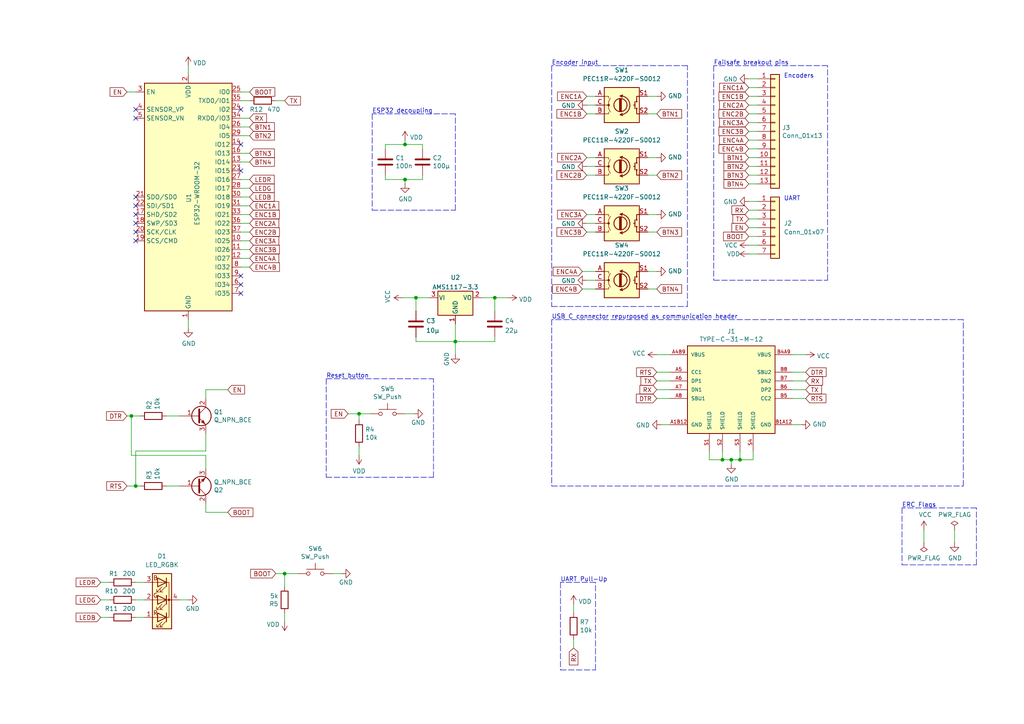
<source format=kicad_sch>
(kicad_sch (version 20211123) (generator eeschema)

  (uuid 98acd83f-4dce-487c-abdd-74c105628a17)

  (paper "A4")

  (title_block
    (title "Heliox Console")
    (date "2021-08-10")
    (rev "v00")
    (comment 4 "Author: GHOSCHT")
  )

  (lib_symbols
    (symbol "Connector_Generic:Conn_01x07" (pin_names (offset 1.016) hide) (in_bom yes) (on_board yes)
      (property "Reference" "J" (id 0) (at 0 10.16 0)
        (effects (font (size 1.27 1.27)))
      )
      (property "Value" "Conn_01x07" (id 1) (at 0 -10.16 0)
        (effects (font (size 1.27 1.27)))
      )
      (property "Footprint" "" (id 2) (at 0 0 0)
        (effects (font (size 1.27 1.27)) hide)
      )
      (property "Datasheet" "~" (id 3) (at 0 0 0)
        (effects (font (size 1.27 1.27)) hide)
      )
      (property "ki_keywords" "connector" (id 4) (at 0 0 0)
        (effects (font (size 1.27 1.27)) hide)
      )
      (property "ki_description" "Generic connector, single row, 01x07, script generated (kicad-library-utils/schlib/autogen/connector/)" (id 5) (at 0 0 0)
        (effects (font (size 1.27 1.27)) hide)
      )
      (property "ki_fp_filters" "Connector*:*_1x??_*" (id 6) (at 0 0 0)
        (effects (font (size 1.27 1.27)) hide)
      )
      (symbol "Conn_01x07_1_1"
        (rectangle (start -1.27 -7.493) (end 0 -7.747)
          (stroke (width 0.1524) (type default) (color 0 0 0 0))
          (fill (type none))
        )
        (rectangle (start -1.27 -4.953) (end 0 -5.207)
          (stroke (width 0.1524) (type default) (color 0 0 0 0))
          (fill (type none))
        )
        (rectangle (start -1.27 -2.413) (end 0 -2.667)
          (stroke (width 0.1524) (type default) (color 0 0 0 0))
          (fill (type none))
        )
        (rectangle (start -1.27 0.127) (end 0 -0.127)
          (stroke (width 0.1524) (type default) (color 0 0 0 0))
          (fill (type none))
        )
        (rectangle (start -1.27 2.667) (end 0 2.413)
          (stroke (width 0.1524) (type default) (color 0 0 0 0))
          (fill (type none))
        )
        (rectangle (start -1.27 5.207) (end 0 4.953)
          (stroke (width 0.1524) (type default) (color 0 0 0 0))
          (fill (type none))
        )
        (rectangle (start -1.27 7.747) (end 0 7.493)
          (stroke (width 0.1524) (type default) (color 0 0 0 0))
          (fill (type none))
        )
        (rectangle (start -1.27 8.89) (end 1.27 -8.89)
          (stroke (width 0.254) (type default) (color 0 0 0 0))
          (fill (type background))
        )
        (pin passive line (at -5.08 7.62 0) (length 3.81)
          (name "Pin_1" (effects (font (size 1.27 1.27))))
          (number "1" (effects (font (size 1.27 1.27))))
        )
        (pin passive line (at -5.08 5.08 0) (length 3.81)
          (name "Pin_2" (effects (font (size 1.27 1.27))))
          (number "2" (effects (font (size 1.27 1.27))))
        )
        (pin passive line (at -5.08 2.54 0) (length 3.81)
          (name "Pin_3" (effects (font (size 1.27 1.27))))
          (number "3" (effects (font (size 1.27 1.27))))
        )
        (pin passive line (at -5.08 0 0) (length 3.81)
          (name "Pin_4" (effects (font (size 1.27 1.27))))
          (number "4" (effects (font (size 1.27 1.27))))
        )
        (pin passive line (at -5.08 -2.54 0) (length 3.81)
          (name "Pin_5" (effects (font (size 1.27 1.27))))
          (number "5" (effects (font (size 1.27 1.27))))
        )
        (pin passive line (at -5.08 -5.08 0) (length 3.81)
          (name "Pin_6" (effects (font (size 1.27 1.27))))
          (number "6" (effects (font (size 1.27 1.27))))
        )
        (pin passive line (at -5.08 -7.62 0) (length 3.81)
          (name "Pin_7" (effects (font (size 1.27 1.27))))
          (number "7" (effects (font (size 1.27 1.27))))
        )
      )
    )
    (symbol "Connector_Generic:Conn_01x13" (pin_names (offset 1.016) hide) (in_bom yes) (on_board yes)
      (property "Reference" "J" (id 0) (at 0 17.78 0)
        (effects (font (size 1.27 1.27)))
      )
      (property "Value" "Conn_01x13" (id 1) (at 0 -17.78 0)
        (effects (font (size 1.27 1.27)))
      )
      (property "Footprint" "" (id 2) (at 0 0 0)
        (effects (font (size 1.27 1.27)) hide)
      )
      (property "Datasheet" "~" (id 3) (at 0 0 0)
        (effects (font (size 1.27 1.27)) hide)
      )
      (property "ki_keywords" "connector" (id 4) (at 0 0 0)
        (effects (font (size 1.27 1.27)) hide)
      )
      (property "ki_description" "Generic connector, single row, 01x13, script generated (kicad-library-utils/schlib/autogen/connector/)" (id 5) (at 0 0 0)
        (effects (font (size 1.27 1.27)) hide)
      )
      (property "ki_fp_filters" "Connector*:*_1x??_*" (id 6) (at 0 0 0)
        (effects (font (size 1.27 1.27)) hide)
      )
      (symbol "Conn_01x13_1_1"
        (rectangle (start -1.27 -15.113) (end 0 -15.367)
          (stroke (width 0.1524) (type default) (color 0 0 0 0))
          (fill (type none))
        )
        (rectangle (start -1.27 -12.573) (end 0 -12.827)
          (stroke (width 0.1524) (type default) (color 0 0 0 0))
          (fill (type none))
        )
        (rectangle (start -1.27 -10.033) (end 0 -10.287)
          (stroke (width 0.1524) (type default) (color 0 0 0 0))
          (fill (type none))
        )
        (rectangle (start -1.27 -7.493) (end 0 -7.747)
          (stroke (width 0.1524) (type default) (color 0 0 0 0))
          (fill (type none))
        )
        (rectangle (start -1.27 -4.953) (end 0 -5.207)
          (stroke (width 0.1524) (type default) (color 0 0 0 0))
          (fill (type none))
        )
        (rectangle (start -1.27 -2.413) (end 0 -2.667)
          (stroke (width 0.1524) (type default) (color 0 0 0 0))
          (fill (type none))
        )
        (rectangle (start -1.27 0.127) (end 0 -0.127)
          (stroke (width 0.1524) (type default) (color 0 0 0 0))
          (fill (type none))
        )
        (rectangle (start -1.27 2.667) (end 0 2.413)
          (stroke (width 0.1524) (type default) (color 0 0 0 0))
          (fill (type none))
        )
        (rectangle (start -1.27 5.207) (end 0 4.953)
          (stroke (width 0.1524) (type default) (color 0 0 0 0))
          (fill (type none))
        )
        (rectangle (start -1.27 7.747) (end 0 7.493)
          (stroke (width 0.1524) (type default) (color 0 0 0 0))
          (fill (type none))
        )
        (rectangle (start -1.27 10.287) (end 0 10.033)
          (stroke (width 0.1524) (type default) (color 0 0 0 0))
          (fill (type none))
        )
        (rectangle (start -1.27 12.827) (end 0 12.573)
          (stroke (width 0.1524) (type default) (color 0 0 0 0))
          (fill (type none))
        )
        (rectangle (start -1.27 15.367) (end 0 15.113)
          (stroke (width 0.1524) (type default) (color 0 0 0 0))
          (fill (type none))
        )
        (rectangle (start -1.27 16.51) (end 1.27 -16.51)
          (stroke (width 0.254) (type default) (color 0 0 0 0))
          (fill (type background))
        )
        (pin passive line (at -5.08 15.24 0) (length 3.81)
          (name "Pin_1" (effects (font (size 1.27 1.27))))
          (number "1" (effects (font (size 1.27 1.27))))
        )
        (pin passive line (at -5.08 -7.62 0) (length 3.81)
          (name "Pin_10" (effects (font (size 1.27 1.27))))
          (number "10" (effects (font (size 1.27 1.27))))
        )
        (pin passive line (at -5.08 -10.16 0) (length 3.81)
          (name "Pin_11" (effects (font (size 1.27 1.27))))
          (number "11" (effects (font (size 1.27 1.27))))
        )
        (pin passive line (at -5.08 -12.7 0) (length 3.81)
          (name "Pin_12" (effects (font (size 1.27 1.27))))
          (number "12" (effects (font (size 1.27 1.27))))
        )
        (pin passive line (at -5.08 -15.24 0) (length 3.81)
          (name "Pin_13" (effects (font (size 1.27 1.27))))
          (number "13" (effects (font (size 1.27 1.27))))
        )
        (pin passive line (at -5.08 12.7 0) (length 3.81)
          (name "Pin_2" (effects (font (size 1.27 1.27))))
          (number "2" (effects (font (size 1.27 1.27))))
        )
        (pin passive line (at -5.08 10.16 0) (length 3.81)
          (name "Pin_3" (effects (font (size 1.27 1.27))))
          (number "3" (effects (font (size 1.27 1.27))))
        )
        (pin passive line (at -5.08 7.62 0) (length 3.81)
          (name "Pin_4" (effects (font (size 1.27 1.27))))
          (number "4" (effects (font (size 1.27 1.27))))
        )
        (pin passive line (at -5.08 5.08 0) (length 3.81)
          (name "Pin_5" (effects (font (size 1.27 1.27))))
          (number "5" (effects (font (size 1.27 1.27))))
        )
        (pin passive line (at -5.08 2.54 0) (length 3.81)
          (name "Pin_6" (effects (font (size 1.27 1.27))))
          (number "6" (effects (font (size 1.27 1.27))))
        )
        (pin passive line (at -5.08 0 0) (length 3.81)
          (name "Pin_7" (effects (font (size 1.27 1.27))))
          (number "7" (effects (font (size 1.27 1.27))))
        )
        (pin passive line (at -5.08 -2.54 0) (length 3.81)
          (name "Pin_8" (effects (font (size 1.27 1.27))))
          (number "8" (effects (font (size 1.27 1.27))))
        )
        (pin passive line (at -5.08 -5.08 0) (length 3.81)
          (name "Pin_9" (effects (font (size 1.27 1.27))))
          (number "9" (effects (font (size 1.27 1.27))))
        )
      )
    )
    (symbol "Device:C" (pin_numbers hide) (pin_names (offset 0.254)) (in_bom yes) (on_board yes)
      (property "Reference" "C" (id 0) (at 0.635 2.54 0)
        (effects (font (size 1.27 1.27)) (justify left))
      )
      (property "Value" "C" (id 1) (at 0.635 -2.54 0)
        (effects (font (size 1.27 1.27)) (justify left))
      )
      (property "Footprint" "" (id 2) (at 0.9652 -3.81 0)
        (effects (font (size 1.27 1.27)) hide)
      )
      (property "Datasheet" "~" (id 3) (at 0 0 0)
        (effects (font (size 1.27 1.27)) hide)
      )
      (property "ki_keywords" "cap capacitor" (id 4) (at 0 0 0)
        (effects (font (size 1.27 1.27)) hide)
      )
      (property "ki_description" "Unpolarized capacitor" (id 5) (at 0 0 0)
        (effects (font (size 1.27 1.27)) hide)
      )
      (property "ki_fp_filters" "C_*" (id 6) (at 0 0 0)
        (effects (font (size 1.27 1.27)) hide)
      )
      (symbol "C_0_1"
        (polyline
          (pts
            (xy -2.032 -0.762)
            (xy 2.032 -0.762)
          )
          (stroke (width 0.508) (type default) (color 0 0 0 0))
          (fill (type none))
        )
        (polyline
          (pts
            (xy -2.032 0.762)
            (xy 2.032 0.762)
          )
          (stroke (width 0.508) (type default) (color 0 0 0 0))
          (fill (type none))
        )
      )
      (symbol "C_1_1"
        (pin passive line (at 0 3.81 270) (length 2.794)
          (name "~" (effects (font (size 1.27 1.27))))
          (number "1" (effects (font (size 1.27 1.27))))
        )
        (pin passive line (at 0 -3.81 90) (length 2.794)
          (name "~" (effects (font (size 1.27 1.27))))
          (number "2" (effects (font (size 1.27 1.27))))
        )
      )
    )
    (symbol "Device:LED_RGBK" (pin_names (offset 0) hide) (in_bom yes) (on_board yes)
      (property "Reference" "D" (id 0) (at 0 9.398 0)
        (effects (font (size 1.27 1.27)))
      )
      (property "Value" "LED_RGBK" (id 1) (at 0 -8.89 0)
        (effects (font (size 1.27 1.27)))
      )
      (property "Footprint" "" (id 2) (at 0 -1.27 0)
        (effects (font (size 1.27 1.27)) hide)
      )
      (property "Datasheet" "~" (id 3) (at 0 -1.27 0)
        (effects (font (size 1.27 1.27)) hide)
      )
      (property "ki_keywords" "LED RGB diode" (id 4) (at 0 0 0)
        (effects (font (size 1.27 1.27)) hide)
      )
      (property "ki_description" "RGB LED, red/green/blue/cathode" (id 5) (at 0 0 0)
        (effects (font (size 1.27 1.27)) hide)
      )
      (property "ki_fp_filters" "LED* LED_SMD:* LED_THT:*" (id 6) (at 0 0 0)
        (effects (font (size 1.27 1.27)) hide)
      )
      (symbol "LED_RGBK_0_0"
        (text "B" (at 1.905 -6.35 0)
          (effects (font (size 1.27 1.27)))
        )
        (text "G" (at 1.905 -1.27 0)
          (effects (font (size 1.27 1.27)))
        )
        (text "R" (at 1.905 3.81 0)
          (effects (font (size 1.27 1.27)))
        )
      )
      (symbol "LED_RGBK_0_1"
        (circle (center -2.032 0) (radius 0.254)
          (stroke (width 0) (type default) (color 0 0 0 0))
          (fill (type outline))
        )
        (polyline
          (pts
            (xy -1.27 -5.08)
            (xy 1.27 -5.08)
          )
          (stroke (width 0) (type default) (color 0 0 0 0))
          (fill (type none))
        )
        (polyline
          (pts
            (xy -1.27 -3.81)
            (xy -1.27 -6.35)
          )
          (stroke (width 0.254) (type default) (color 0 0 0 0))
          (fill (type none))
        )
        (polyline
          (pts
            (xy -1.27 0)
            (xy -2.54 0)
          )
          (stroke (width 0) (type default) (color 0 0 0 0))
          (fill (type none))
        )
        (polyline
          (pts
            (xy -1.27 1.27)
            (xy -1.27 -1.27)
          )
          (stroke (width 0.254) (type default) (color 0 0 0 0))
          (fill (type none))
        )
        (polyline
          (pts
            (xy -1.27 5.08)
            (xy 1.27 5.08)
          )
          (stroke (width 0) (type default) (color 0 0 0 0))
          (fill (type none))
        )
        (polyline
          (pts
            (xy -1.27 6.35)
            (xy -1.27 3.81)
          )
          (stroke (width 0.254) (type default) (color 0 0 0 0))
          (fill (type none))
        )
        (polyline
          (pts
            (xy 1.27 -5.08)
            (xy 2.54 -5.08)
          )
          (stroke (width 0) (type default) (color 0 0 0 0))
          (fill (type none))
        )
        (polyline
          (pts
            (xy 1.27 0)
            (xy -1.27 0)
          )
          (stroke (width 0) (type default) (color 0 0 0 0))
          (fill (type none))
        )
        (polyline
          (pts
            (xy 1.27 0)
            (xy 2.54 0)
          )
          (stroke (width 0) (type default) (color 0 0 0 0))
          (fill (type none))
        )
        (polyline
          (pts
            (xy 1.27 5.08)
            (xy 2.54 5.08)
          )
          (stroke (width 0) (type default) (color 0 0 0 0))
          (fill (type none))
        )
        (polyline
          (pts
            (xy -1.27 1.27)
            (xy -1.27 -1.27)
            (xy -1.27 -1.27)
          )
          (stroke (width 0) (type default) (color 0 0 0 0))
          (fill (type none))
        )
        (polyline
          (pts
            (xy -1.27 6.35)
            (xy -1.27 3.81)
            (xy -1.27 3.81)
          )
          (stroke (width 0) (type default) (color 0 0 0 0))
          (fill (type none))
        )
        (polyline
          (pts
            (xy -1.27 5.08)
            (xy -2.032 5.08)
            (xy -2.032 -5.08)
            (xy -1.016 -5.08)
          )
          (stroke (width 0) (type default) (color 0 0 0 0))
          (fill (type none))
        )
        (polyline
          (pts
            (xy 1.27 -3.81)
            (xy 1.27 -6.35)
            (xy -1.27 -5.08)
            (xy 1.27 -3.81)
          )
          (stroke (width 0.254) (type default) (color 0 0 0 0))
          (fill (type none))
        )
        (polyline
          (pts
            (xy 1.27 1.27)
            (xy 1.27 -1.27)
            (xy -1.27 0)
            (xy 1.27 1.27)
          )
          (stroke (width 0.254) (type default) (color 0 0 0 0))
          (fill (type none))
        )
        (polyline
          (pts
            (xy 1.27 6.35)
            (xy 1.27 3.81)
            (xy -1.27 5.08)
            (xy 1.27 6.35)
          )
          (stroke (width 0.254) (type default) (color 0 0 0 0))
          (fill (type none))
        )
        (polyline
          (pts
            (xy -1.016 -3.81)
            (xy 0.508 -2.286)
            (xy -0.254 -2.286)
            (xy 0.508 -2.286)
            (xy 0.508 -3.048)
          )
          (stroke (width 0) (type default) (color 0 0 0 0))
          (fill (type none))
        )
        (polyline
          (pts
            (xy -1.016 1.27)
            (xy 0.508 2.794)
            (xy -0.254 2.794)
            (xy 0.508 2.794)
            (xy 0.508 2.032)
          )
          (stroke (width 0) (type default) (color 0 0 0 0))
          (fill (type none))
        )
        (polyline
          (pts
            (xy -1.016 6.35)
            (xy 0.508 7.874)
            (xy -0.254 7.874)
            (xy 0.508 7.874)
            (xy 0.508 7.112)
          )
          (stroke (width 0) (type default) (color 0 0 0 0))
          (fill (type none))
        )
        (polyline
          (pts
            (xy 0 -3.81)
            (xy 1.524 -2.286)
            (xy 0.762 -2.286)
            (xy 1.524 -2.286)
            (xy 1.524 -3.048)
          )
          (stroke (width 0) (type default) (color 0 0 0 0))
          (fill (type none))
        )
        (polyline
          (pts
            (xy 0 1.27)
            (xy 1.524 2.794)
            (xy 0.762 2.794)
            (xy 1.524 2.794)
            (xy 1.524 2.032)
          )
          (stroke (width 0) (type default) (color 0 0 0 0))
          (fill (type none))
        )
        (polyline
          (pts
            (xy 0 6.35)
            (xy 1.524 7.874)
            (xy 0.762 7.874)
            (xy 1.524 7.874)
            (xy 1.524 7.112)
          )
          (stroke (width 0) (type default) (color 0 0 0 0))
          (fill (type none))
        )
        (rectangle (start 1.27 -1.27) (end 1.27 1.27)
          (stroke (width 0) (type default) (color 0 0 0 0))
          (fill (type none))
        )
        (rectangle (start 1.27 1.27) (end 1.27 1.27)
          (stroke (width 0) (type default) (color 0 0 0 0))
          (fill (type none))
        )
        (rectangle (start 1.27 3.81) (end 1.27 6.35)
          (stroke (width 0) (type default) (color 0 0 0 0))
          (fill (type none))
        )
        (rectangle (start 1.27 6.35) (end 1.27 6.35)
          (stroke (width 0) (type default) (color 0 0 0 0))
          (fill (type none))
        )
        (rectangle (start 2.794 8.382) (end -2.794 -7.62)
          (stroke (width 0.254) (type default) (color 0 0 0 0))
          (fill (type background))
        )
      )
      (symbol "LED_RGBK_1_1"
        (pin passive line (at 5.08 5.08 180) (length 2.54)
          (name "RA" (effects (font (size 1.27 1.27))))
          (number "1" (effects (font (size 1.27 1.27))))
        )
        (pin passive line (at 5.08 0 180) (length 2.54)
          (name "GA" (effects (font (size 1.27 1.27))))
          (number "2" (effects (font (size 1.27 1.27))))
        )
        (pin passive line (at 5.08 -5.08 180) (length 2.54)
          (name "BA" (effects (font (size 1.27 1.27))))
          (number "3" (effects (font (size 1.27 1.27))))
        )
        (pin passive line (at -5.08 0 0) (length 2.54)
          (name "K" (effects (font (size 1.27 1.27))))
          (number "4" (effects (font (size 1.27 1.27))))
        )
      )
    )
    (symbol "Device:Q_NPN_BCE" (pin_names (offset 0) hide) (in_bom yes) (on_board yes)
      (property "Reference" "Q" (id 0) (at 5.08 1.27 0)
        (effects (font (size 1.27 1.27)) (justify left))
      )
      (property "Value" "Q_NPN_BCE" (id 1) (at 5.08 -1.27 0)
        (effects (font (size 1.27 1.27)) (justify left))
      )
      (property "Footprint" "" (id 2) (at 5.08 2.54 0)
        (effects (font (size 1.27 1.27)) hide)
      )
      (property "Datasheet" "~" (id 3) (at 0 0 0)
        (effects (font (size 1.27 1.27)) hide)
      )
      (property "ki_keywords" "transistor NPN" (id 4) (at 0 0 0)
        (effects (font (size 1.27 1.27)) hide)
      )
      (property "ki_description" "NPN transistor, base/collector/emitter" (id 5) (at 0 0 0)
        (effects (font (size 1.27 1.27)) hide)
      )
      (symbol "Q_NPN_BCE_0_1"
        (polyline
          (pts
            (xy 0.635 0.635)
            (xy 2.54 2.54)
          )
          (stroke (width 0) (type default) (color 0 0 0 0))
          (fill (type none))
        )
        (polyline
          (pts
            (xy 0.635 -0.635)
            (xy 2.54 -2.54)
            (xy 2.54 -2.54)
          )
          (stroke (width 0) (type default) (color 0 0 0 0))
          (fill (type none))
        )
        (polyline
          (pts
            (xy 0.635 1.905)
            (xy 0.635 -1.905)
            (xy 0.635 -1.905)
          )
          (stroke (width 0.508) (type default) (color 0 0 0 0))
          (fill (type none))
        )
        (polyline
          (pts
            (xy 1.27 -1.778)
            (xy 1.778 -1.27)
            (xy 2.286 -2.286)
            (xy 1.27 -1.778)
            (xy 1.27 -1.778)
          )
          (stroke (width 0) (type default) (color 0 0 0 0))
          (fill (type outline))
        )
        (circle (center 1.27 0) (radius 2.8194)
          (stroke (width 0.254) (type default) (color 0 0 0 0))
          (fill (type none))
        )
      )
      (symbol "Q_NPN_BCE_1_1"
        (pin input line (at -5.08 0 0) (length 5.715)
          (name "B" (effects (font (size 1.27 1.27))))
          (number "1" (effects (font (size 1.27 1.27))))
        )
        (pin passive line (at 2.54 5.08 270) (length 2.54)
          (name "C" (effects (font (size 1.27 1.27))))
          (number "2" (effects (font (size 1.27 1.27))))
        )
        (pin passive line (at 2.54 -5.08 90) (length 2.54)
          (name "E" (effects (font (size 1.27 1.27))))
          (number "3" (effects (font (size 1.27 1.27))))
        )
      )
    )
    (symbol "Device:R" (pin_numbers hide) (pin_names (offset 0)) (in_bom yes) (on_board yes)
      (property "Reference" "R" (id 0) (at 2.032 0 90)
        (effects (font (size 1.27 1.27)))
      )
      (property "Value" "R" (id 1) (at 0 0 90)
        (effects (font (size 1.27 1.27)))
      )
      (property "Footprint" "" (id 2) (at -1.778 0 90)
        (effects (font (size 1.27 1.27)) hide)
      )
      (property "Datasheet" "~" (id 3) (at 0 0 0)
        (effects (font (size 1.27 1.27)) hide)
      )
      (property "ki_keywords" "R res resistor" (id 4) (at 0 0 0)
        (effects (font (size 1.27 1.27)) hide)
      )
      (property "ki_description" "Resistor" (id 5) (at 0 0 0)
        (effects (font (size 1.27 1.27)) hide)
      )
      (property "ki_fp_filters" "R_*" (id 6) (at 0 0 0)
        (effects (font (size 1.27 1.27)) hide)
      )
      (symbol "R_0_1"
        (rectangle (start -1.016 -2.54) (end 1.016 2.54)
          (stroke (width 0.254) (type default) (color 0 0 0 0))
          (fill (type none))
        )
      )
      (symbol "R_1_1"
        (pin passive line (at 0 3.81 270) (length 1.27)
          (name "~" (effects (font (size 1.27 1.27))))
          (number "1" (effects (font (size 1.27 1.27))))
        )
        (pin passive line (at 0 -3.81 90) (length 1.27)
          (name "~" (effects (font (size 1.27 1.27))))
          (number "2" (effects (font (size 1.27 1.27))))
        )
      )
    )
    (symbol "Device:RotaryEncoder_Switch" (pin_names (offset 0.254) hide) (in_bom yes) (on_board yes)
      (property "Reference" "SW" (id 0) (at 0 6.604 0)
        (effects (font (size 1.27 1.27)))
      )
      (property "Value" "RotaryEncoder_Switch" (id 1) (at 0 -6.604 0)
        (effects (font (size 1.27 1.27)))
      )
      (property "Footprint" "" (id 2) (at -3.81 4.064 0)
        (effects (font (size 1.27 1.27)) hide)
      )
      (property "Datasheet" "~" (id 3) (at 0 6.604 0)
        (effects (font (size 1.27 1.27)) hide)
      )
      (property "ki_keywords" "rotary switch encoder switch push button" (id 4) (at 0 0 0)
        (effects (font (size 1.27 1.27)) hide)
      )
      (property "ki_description" "Rotary encoder, dual channel, incremental quadrate outputs, with switch" (id 5) (at 0 0 0)
        (effects (font (size 1.27 1.27)) hide)
      )
      (property "ki_fp_filters" "RotaryEncoder*Switch*" (id 6) (at 0 0 0)
        (effects (font (size 1.27 1.27)) hide)
      )
      (symbol "RotaryEncoder_Switch_0_1"
        (rectangle (start -5.08 5.08) (end 5.08 -5.08)
          (stroke (width 0.254) (type default) (color 0 0 0 0))
          (fill (type background))
        )
        (circle (center -3.81 0) (radius 0.254)
          (stroke (width 0) (type default) (color 0 0 0 0))
          (fill (type outline))
        )
        (arc (start -0.381 -2.794) (mid 2.3622 -0.0635) (end -0.381 2.667)
          (stroke (width 0.254) (type default) (color 0 0 0 0))
          (fill (type none))
        )
        (circle (center -0.381 0) (radius 1.905)
          (stroke (width 0.254) (type default) (color 0 0 0 0))
          (fill (type none))
        )
        (polyline
          (pts
            (xy -0.635 -1.778)
            (xy -0.635 1.778)
          )
          (stroke (width 0.254) (type default) (color 0 0 0 0))
          (fill (type none))
        )
        (polyline
          (pts
            (xy -0.381 -1.778)
            (xy -0.381 1.778)
          )
          (stroke (width 0.254) (type default) (color 0 0 0 0))
          (fill (type none))
        )
        (polyline
          (pts
            (xy -0.127 1.778)
            (xy -0.127 -1.778)
          )
          (stroke (width 0.254) (type default) (color 0 0 0 0))
          (fill (type none))
        )
        (polyline
          (pts
            (xy 3.81 0)
            (xy 3.429 0)
          )
          (stroke (width 0.254) (type default) (color 0 0 0 0))
          (fill (type none))
        )
        (polyline
          (pts
            (xy 3.81 1.016)
            (xy 3.81 -1.016)
          )
          (stroke (width 0.254) (type default) (color 0 0 0 0))
          (fill (type none))
        )
        (polyline
          (pts
            (xy -5.08 -2.54)
            (xy -3.81 -2.54)
            (xy -3.81 -2.032)
          )
          (stroke (width 0) (type default) (color 0 0 0 0))
          (fill (type none))
        )
        (polyline
          (pts
            (xy -5.08 2.54)
            (xy -3.81 2.54)
            (xy -3.81 2.032)
          )
          (stroke (width 0) (type default) (color 0 0 0 0))
          (fill (type none))
        )
        (polyline
          (pts
            (xy 0.254 -3.048)
            (xy -0.508 -2.794)
            (xy 0.127 -2.413)
          )
          (stroke (width 0.254) (type default) (color 0 0 0 0))
          (fill (type none))
        )
        (polyline
          (pts
            (xy 0.254 2.921)
            (xy -0.508 2.667)
            (xy 0.127 2.286)
          )
          (stroke (width 0.254) (type default) (color 0 0 0 0))
          (fill (type none))
        )
        (polyline
          (pts
            (xy 5.08 -2.54)
            (xy 4.318 -2.54)
            (xy 4.318 -1.016)
          )
          (stroke (width 0.254) (type default) (color 0 0 0 0))
          (fill (type none))
        )
        (polyline
          (pts
            (xy 5.08 2.54)
            (xy 4.318 2.54)
            (xy 4.318 1.016)
          )
          (stroke (width 0.254) (type default) (color 0 0 0 0))
          (fill (type none))
        )
        (polyline
          (pts
            (xy -5.08 0)
            (xy -3.81 0)
            (xy -3.81 -1.016)
            (xy -3.302 -2.032)
          )
          (stroke (width 0) (type default) (color 0 0 0 0))
          (fill (type none))
        )
        (polyline
          (pts
            (xy -4.318 0)
            (xy -3.81 0)
            (xy -3.81 1.016)
            (xy -3.302 2.032)
          )
          (stroke (width 0) (type default) (color 0 0 0 0))
          (fill (type none))
        )
        (circle (center 4.318 -1.016) (radius 0.127)
          (stroke (width 0.254) (type default) (color 0 0 0 0))
          (fill (type none))
        )
        (circle (center 4.318 1.016) (radius 0.127)
          (stroke (width 0.254) (type default) (color 0 0 0 0))
          (fill (type none))
        )
      )
      (symbol "RotaryEncoder_Switch_1_1"
        (pin passive line (at -7.62 2.54 0) (length 2.54)
          (name "A" (effects (font (size 1.27 1.27))))
          (number "A" (effects (font (size 1.27 1.27))))
        )
        (pin passive line (at -7.62 -2.54 0) (length 2.54)
          (name "B" (effects (font (size 1.27 1.27))))
          (number "B" (effects (font (size 1.27 1.27))))
        )
        (pin passive line (at -7.62 0 0) (length 2.54)
          (name "C" (effects (font (size 1.27 1.27))))
          (number "C" (effects (font (size 1.27 1.27))))
        )
        (pin passive line (at 7.62 2.54 180) (length 2.54)
          (name "S1" (effects (font (size 1.27 1.27))))
          (number "S1" (effects (font (size 1.27 1.27))))
        )
        (pin passive line (at 7.62 -2.54 180) (length 2.54)
          (name "S2" (effects (font (size 1.27 1.27))))
          (number "S2" (effects (font (size 1.27 1.27))))
        )
      )
    )
    (symbol "RF_Module:ESP32-WROOM-32" (in_bom yes) (on_board yes)
      (property "Reference" "U" (id 0) (at -12.7 34.29 0)
        (effects (font (size 1.27 1.27)) (justify left))
      )
      (property "Value" "ESP32-WROOM-32" (id 1) (at 1.27 34.29 0)
        (effects (font (size 1.27 1.27)) (justify left))
      )
      (property "Footprint" "RF_Module:ESP32-WROOM-32" (id 2) (at 0 -38.1 0)
        (effects (font (size 1.27 1.27)) hide)
      )
      (property "Datasheet" "https://www.espressif.com/sites/default/files/documentation/esp32-wroom-32_datasheet_en.pdf" (id 3) (at -7.62 1.27 0)
        (effects (font (size 1.27 1.27)) hide)
      )
      (property "ki_keywords" "RF Radio BT ESP ESP32 Espressif onboard PCB antenna" (id 4) (at 0 0 0)
        (effects (font (size 1.27 1.27)) hide)
      )
      (property "ki_description" "RF Module, ESP32-D0WDQ6 SoC, Wi-Fi 802.11b/g/n, Bluetooth, BLE, 32-bit, 2.7-3.6V, onboard antenna, SMD" (id 5) (at 0 0 0)
        (effects (font (size 1.27 1.27)) hide)
      )
      (property "ki_fp_filters" "ESP32?WROOM?32*" (id 6) (at 0 0 0)
        (effects (font (size 1.27 1.27)) hide)
      )
      (symbol "ESP32-WROOM-32_0_1"
        (rectangle (start -12.7 33.02) (end 12.7 -33.02)
          (stroke (width 0.254) (type default) (color 0 0 0 0))
          (fill (type background))
        )
      )
      (symbol "ESP32-WROOM-32_1_1"
        (pin power_in line (at 0 -35.56 90) (length 2.54)
          (name "GND" (effects (font (size 1.27 1.27))))
          (number "1" (effects (font (size 1.27 1.27))))
        )
        (pin bidirectional line (at 15.24 -12.7 180) (length 2.54)
          (name "IO25" (effects (font (size 1.27 1.27))))
          (number "10" (effects (font (size 1.27 1.27))))
        )
        (pin bidirectional line (at 15.24 -15.24 180) (length 2.54)
          (name "IO26" (effects (font (size 1.27 1.27))))
          (number "11" (effects (font (size 1.27 1.27))))
        )
        (pin bidirectional line (at 15.24 -17.78 180) (length 2.54)
          (name "IO27" (effects (font (size 1.27 1.27))))
          (number "12" (effects (font (size 1.27 1.27))))
        )
        (pin bidirectional line (at 15.24 10.16 180) (length 2.54)
          (name "IO14" (effects (font (size 1.27 1.27))))
          (number "13" (effects (font (size 1.27 1.27))))
        )
        (pin bidirectional line (at 15.24 15.24 180) (length 2.54)
          (name "IO12" (effects (font (size 1.27 1.27))))
          (number "14" (effects (font (size 1.27 1.27))))
        )
        (pin passive line (at 0 -35.56 90) (length 2.54) hide
          (name "GND" (effects (font (size 1.27 1.27))))
          (number "15" (effects (font (size 1.27 1.27))))
        )
        (pin bidirectional line (at 15.24 12.7 180) (length 2.54)
          (name "IO13" (effects (font (size 1.27 1.27))))
          (number "16" (effects (font (size 1.27 1.27))))
        )
        (pin bidirectional line (at -15.24 -5.08 0) (length 2.54)
          (name "SHD/SD2" (effects (font (size 1.27 1.27))))
          (number "17" (effects (font (size 1.27 1.27))))
        )
        (pin bidirectional line (at -15.24 -7.62 0) (length 2.54)
          (name "SWP/SD3" (effects (font (size 1.27 1.27))))
          (number "18" (effects (font (size 1.27 1.27))))
        )
        (pin bidirectional line (at -15.24 -12.7 0) (length 2.54)
          (name "SCS/CMD" (effects (font (size 1.27 1.27))))
          (number "19" (effects (font (size 1.27 1.27))))
        )
        (pin power_in line (at 0 35.56 270) (length 2.54)
          (name "VDD" (effects (font (size 1.27 1.27))))
          (number "2" (effects (font (size 1.27 1.27))))
        )
        (pin bidirectional line (at -15.24 -10.16 0) (length 2.54)
          (name "SCK/CLK" (effects (font (size 1.27 1.27))))
          (number "20" (effects (font (size 1.27 1.27))))
        )
        (pin bidirectional line (at -15.24 0 0) (length 2.54)
          (name "SDO/SD0" (effects (font (size 1.27 1.27))))
          (number "21" (effects (font (size 1.27 1.27))))
        )
        (pin bidirectional line (at -15.24 -2.54 0) (length 2.54)
          (name "SDI/SD1" (effects (font (size 1.27 1.27))))
          (number "22" (effects (font (size 1.27 1.27))))
        )
        (pin bidirectional line (at 15.24 7.62 180) (length 2.54)
          (name "IO15" (effects (font (size 1.27 1.27))))
          (number "23" (effects (font (size 1.27 1.27))))
        )
        (pin bidirectional line (at 15.24 25.4 180) (length 2.54)
          (name "IO2" (effects (font (size 1.27 1.27))))
          (number "24" (effects (font (size 1.27 1.27))))
        )
        (pin bidirectional line (at 15.24 30.48 180) (length 2.54)
          (name "IO0" (effects (font (size 1.27 1.27))))
          (number "25" (effects (font (size 1.27 1.27))))
        )
        (pin bidirectional line (at 15.24 20.32 180) (length 2.54)
          (name "IO4" (effects (font (size 1.27 1.27))))
          (number "26" (effects (font (size 1.27 1.27))))
        )
        (pin bidirectional line (at 15.24 5.08 180) (length 2.54)
          (name "IO16" (effects (font (size 1.27 1.27))))
          (number "27" (effects (font (size 1.27 1.27))))
        )
        (pin bidirectional line (at 15.24 2.54 180) (length 2.54)
          (name "IO17" (effects (font (size 1.27 1.27))))
          (number "28" (effects (font (size 1.27 1.27))))
        )
        (pin bidirectional line (at 15.24 17.78 180) (length 2.54)
          (name "IO5" (effects (font (size 1.27 1.27))))
          (number "29" (effects (font (size 1.27 1.27))))
        )
        (pin input line (at -15.24 30.48 0) (length 2.54)
          (name "EN" (effects (font (size 1.27 1.27))))
          (number "3" (effects (font (size 1.27 1.27))))
        )
        (pin bidirectional line (at 15.24 0 180) (length 2.54)
          (name "IO18" (effects (font (size 1.27 1.27))))
          (number "30" (effects (font (size 1.27 1.27))))
        )
        (pin bidirectional line (at 15.24 -2.54 180) (length 2.54)
          (name "IO19" (effects (font (size 1.27 1.27))))
          (number "31" (effects (font (size 1.27 1.27))))
        )
        (pin no_connect line (at -12.7 -27.94 0) (length 2.54) hide
          (name "NC" (effects (font (size 1.27 1.27))))
          (number "32" (effects (font (size 1.27 1.27))))
        )
        (pin bidirectional line (at 15.24 -5.08 180) (length 2.54)
          (name "IO21" (effects (font (size 1.27 1.27))))
          (number "33" (effects (font (size 1.27 1.27))))
        )
        (pin bidirectional line (at 15.24 22.86 180) (length 2.54)
          (name "RXD0/IO3" (effects (font (size 1.27 1.27))))
          (number "34" (effects (font (size 1.27 1.27))))
        )
        (pin bidirectional line (at 15.24 27.94 180) (length 2.54)
          (name "TXD0/IO1" (effects (font (size 1.27 1.27))))
          (number "35" (effects (font (size 1.27 1.27))))
        )
        (pin bidirectional line (at 15.24 -7.62 180) (length 2.54)
          (name "IO22" (effects (font (size 1.27 1.27))))
          (number "36" (effects (font (size 1.27 1.27))))
        )
        (pin bidirectional line (at 15.24 -10.16 180) (length 2.54)
          (name "IO23" (effects (font (size 1.27 1.27))))
          (number "37" (effects (font (size 1.27 1.27))))
        )
        (pin passive line (at 0 -35.56 90) (length 2.54) hide
          (name "GND" (effects (font (size 1.27 1.27))))
          (number "38" (effects (font (size 1.27 1.27))))
        )
        (pin passive line (at 0 -35.56 90) (length 2.54) hide
          (name "GND" (effects (font (size 1.27 1.27))))
          (number "39" (effects (font (size 1.27 1.27))))
        )
        (pin input line (at -15.24 25.4 0) (length 2.54)
          (name "SENSOR_VP" (effects (font (size 1.27 1.27))))
          (number "4" (effects (font (size 1.27 1.27))))
        )
        (pin input line (at -15.24 22.86 0) (length 2.54)
          (name "SENSOR_VN" (effects (font (size 1.27 1.27))))
          (number "5" (effects (font (size 1.27 1.27))))
        )
        (pin input line (at 15.24 -25.4 180) (length 2.54)
          (name "IO34" (effects (font (size 1.27 1.27))))
          (number "6" (effects (font (size 1.27 1.27))))
        )
        (pin input line (at 15.24 -27.94 180) (length 2.54)
          (name "IO35" (effects (font (size 1.27 1.27))))
          (number "7" (effects (font (size 1.27 1.27))))
        )
        (pin bidirectional line (at 15.24 -20.32 180) (length 2.54)
          (name "IO32" (effects (font (size 1.27 1.27))))
          (number "8" (effects (font (size 1.27 1.27))))
        )
        (pin bidirectional line (at 15.24 -22.86 180) (length 2.54)
          (name "IO33" (effects (font (size 1.27 1.27))))
          (number "9" (effects (font (size 1.27 1.27))))
        )
      )
    )
    (symbol "Regulator_Linear:AMS1117-3.3" (pin_names (offset 0.254)) (in_bom yes) (on_board yes)
      (property "Reference" "U" (id 0) (at -3.81 3.175 0)
        (effects (font (size 1.27 1.27)))
      )
      (property "Value" "AMS1117-3.3" (id 1) (at 0 3.175 0)
        (effects (font (size 1.27 1.27)) (justify left))
      )
      (property "Footprint" "Package_TO_SOT_SMD:SOT-223-3_TabPin2" (id 2) (at 0 5.08 0)
        (effects (font (size 1.27 1.27)) hide)
      )
      (property "Datasheet" "http://www.advanced-monolithic.com/pdf/ds1117.pdf" (id 3) (at 2.54 -6.35 0)
        (effects (font (size 1.27 1.27)) hide)
      )
      (property "ki_keywords" "linear regulator ldo fixed positive" (id 4) (at 0 0 0)
        (effects (font (size 1.27 1.27)) hide)
      )
      (property "ki_description" "1A Low Dropout regulator, positive, 3.3V fixed output, SOT-223" (id 5) (at 0 0 0)
        (effects (font (size 1.27 1.27)) hide)
      )
      (property "ki_fp_filters" "SOT?223*TabPin2*" (id 6) (at 0 0 0)
        (effects (font (size 1.27 1.27)) hide)
      )
      (symbol "AMS1117-3.3_0_1"
        (rectangle (start -5.08 -5.08) (end 5.08 1.905)
          (stroke (width 0.254) (type default) (color 0 0 0 0))
          (fill (type background))
        )
      )
      (symbol "AMS1117-3.3_1_1"
        (pin power_in line (at 0 -7.62 90) (length 2.54)
          (name "GND" (effects (font (size 1.27 1.27))))
          (number "1" (effects (font (size 1.27 1.27))))
        )
        (pin power_out line (at 7.62 0 180) (length 2.54)
          (name "VO" (effects (font (size 1.27 1.27))))
          (number "2" (effects (font (size 1.27 1.27))))
        )
        (pin power_in line (at -7.62 0 0) (length 2.54)
          (name "VI" (effects (font (size 1.27 1.27))))
          (number "3" (effects (font (size 1.27 1.27))))
        )
      )
    )
    (symbol "Switch:SW_Push" (pin_numbers hide) (pin_names (offset 1.016) hide) (in_bom yes) (on_board yes)
      (property "Reference" "SW" (id 0) (at 1.27 2.54 0)
        (effects (font (size 1.27 1.27)) (justify left))
      )
      (property "Value" "SW_Push" (id 1) (at 0 -1.524 0)
        (effects (font (size 1.27 1.27)))
      )
      (property "Footprint" "" (id 2) (at 0 5.08 0)
        (effects (font (size 1.27 1.27)) hide)
      )
      (property "Datasheet" "~" (id 3) (at 0 5.08 0)
        (effects (font (size 1.27 1.27)) hide)
      )
      (property "ki_keywords" "switch normally-open pushbutton push-button" (id 4) (at 0 0 0)
        (effects (font (size 1.27 1.27)) hide)
      )
      (property "ki_description" "Push button switch, generic, two pins" (id 5) (at 0 0 0)
        (effects (font (size 1.27 1.27)) hide)
      )
      (symbol "SW_Push_0_1"
        (circle (center -2.032 0) (radius 0.508)
          (stroke (width 0) (type default) (color 0 0 0 0))
          (fill (type none))
        )
        (polyline
          (pts
            (xy 0 1.27)
            (xy 0 3.048)
          )
          (stroke (width 0) (type default) (color 0 0 0 0))
          (fill (type none))
        )
        (polyline
          (pts
            (xy 2.54 1.27)
            (xy -2.54 1.27)
          )
          (stroke (width 0) (type default) (color 0 0 0 0))
          (fill (type none))
        )
        (circle (center 2.032 0) (radius 0.508)
          (stroke (width 0) (type default) (color 0 0 0 0))
          (fill (type none))
        )
        (pin passive line (at -5.08 0 0) (length 2.54)
          (name "1" (effects (font (size 1.27 1.27))))
          (number "1" (effects (font (size 1.27 1.27))))
        )
        (pin passive line (at 5.08 0 180) (length 2.54)
          (name "2" (effects (font (size 1.27 1.27))))
          (number "2" (effects (font (size 1.27 1.27))))
        )
      )
    )
    (symbol "TYPE-C-31-M-12:TYPE-C-31-M-12" (pin_names (offset 1.016)) (in_bom yes) (on_board yes)
      (property "Reference" "J" (id 0) (at -1.27 15.24 0)
        (effects (font (size 1.27 1.27)) (justify left bottom))
      )
      (property "Value" "TYPE-C-31-M-12" (id 1) (at -10.16 13.208 0)
        (effects (font (size 1.27 1.27)) (justify left bottom))
      )
      (property "Footprint" "HRO_TYPE-C-31-M-12" (id 2) (at 0 0 0)
        (effects (font (size 1.27 1.27)) (justify left bottom) hide)
      )
      (property "Datasheet" "" (id 3) (at 0 0 0)
        (effects (font (size 1.27 1.27)) (justify left bottom) hide)
      )
      (property "MAXIMUM_PACKAGE_HEIGHT" "3.31mm" (id 4) (at 0 0 0)
        (effects (font (size 1.27 1.27)) (justify left bottom) hide)
      )
      (property "STANDARD" "Manufacturer Recommendations" (id 5) (at 0 0 0)
        (effects (font (size 1.27 1.27)) (justify left bottom) hide)
      )
      (property "PARTREV" "A" (id 6) (at 0 0 0)
        (effects (font (size 1.27 1.27)) (justify left bottom) hide)
      )
      (property "MANUFACTURER" "HRO Electronics" (id 7) (at 0 0 0)
        (effects (font (size 1.27 1.27)) (justify left bottom) hide)
      )
      (property "ki_locked" "" (id 8) (at 0 0 0)
        (effects (font (size 1.27 1.27)))
      )
      (symbol "TYPE-C-31-M-12_0_0"
        (rectangle (start -12.7 -12.7) (end 12.7 12.7)
          (stroke (width 0.254) (type default) (color 0 0 0 0))
          (fill (type background))
        )
        (pin power_in line (at -17.78 -10.16 0) (length 5.08)
          (name "GND" (effects (font (size 1.016 1.016))))
          (number "A1B12" (effects (font (size 1.016 1.016))))
        )
        (pin power_in line (at -17.78 10.16 0) (length 5.08)
          (name "VBUS" (effects (font (size 1.016 1.016))))
          (number "A4B9" (effects (font (size 1.016 1.016))))
        )
        (pin bidirectional line (at -17.78 5.08 0) (length 5.08)
          (name "CC1" (effects (font (size 1.016 1.016))))
          (number "A5" (effects (font (size 1.016 1.016))))
        )
        (pin bidirectional line (at -17.78 2.54 0) (length 5.08)
          (name "DP1" (effects (font (size 1.016 1.016))))
          (number "A6" (effects (font (size 1.016 1.016))))
        )
        (pin bidirectional line (at -17.78 0 0) (length 5.08)
          (name "DN1" (effects (font (size 1.016 1.016))))
          (number "A7" (effects (font (size 1.016 1.016))))
        )
        (pin bidirectional line (at -17.78 -2.54 0) (length 5.08)
          (name "SBU1" (effects (font (size 1.016 1.016))))
          (number "A8" (effects (font (size 1.016 1.016))))
        )
        (pin power_in line (at 17.78 -10.16 180) (length 5.08)
          (name "GND" (effects (font (size 1.016 1.016))))
          (number "B1A12" (effects (font (size 1.016 1.016))))
        )
        (pin power_in line (at 17.78 10.16 180) (length 5.08)
          (name "VBUS" (effects (font (size 1.016 1.016))))
          (number "B4A9" (effects (font (size 1.016 1.016))))
        )
        (pin bidirectional line (at 17.78 -2.54 180) (length 5.08)
          (name "CC2" (effects (font (size 1.016 1.016))))
          (number "B5" (effects (font (size 1.016 1.016))))
        )
        (pin bidirectional line (at 17.78 0 180) (length 5.08)
          (name "DP2" (effects (font (size 1.016 1.016))))
          (number "B6" (effects (font (size 1.016 1.016))))
        )
        (pin bidirectional line (at 17.78 2.54 180) (length 5.08)
          (name "DN2" (effects (font (size 1.016 1.016))))
          (number "B7" (effects (font (size 1.016 1.016))))
        )
        (pin bidirectional line (at 17.78 5.08 180) (length 5.08)
          (name "SBU2" (effects (font (size 1.016 1.016))))
          (number "B8" (effects (font (size 1.016 1.016))))
        )
        (pin passive line (at -6.35 -17.78 90) (length 5.08)
          (name "SHIELD" (effects (font (size 1.016 1.016))))
          (number "S1" (effects (font (size 1.016 1.016))))
        )
        (pin passive line (at -2.54 -17.78 90) (length 5.08)
          (name "SHIELD" (effects (font (size 1.016 1.016))))
          (number "S2" (effects (font (size 1.016 1.016))))
        )
        (pin passive line (at 2.54 -17.78 90) (length 5.08)
          (name "SHIELD" (effects (font (size 1.016 1.016))))
          (number "S3" (effects (font (size 1.016 1.016))))
        )
        (pin passive line (at 6.35 -17.78 90) (length 5.08)
          (name "SHIELD" (effects (font (size 1.016 1.016))))
          (number "S4" (effects (font (size 1.016 1.016))))
        )
      )
    )
    (symbol "power:GND" (power) (pin_names (offset 0)) (in_bom yes) (on_board yes)
      (property "Reference" "#PWR" (id 0) (at 0 -6.35 0)
        (effects (font (size 1.27 1.27)) hide)
      )
      (property "Value" "GND" (id 1) (at 0 -3.81 0)
        (effects (font (size 1.27 1.27)))
      )
      (property "Footprint" "" (id 2) (at 0 0 0)
        (effects (font (size 1.27 1.27)) hide)
      )
      (property "Datasheet" "" (id 3) (at 0 0 0)
        (effects (font (size 1.27 1.27)) hide)
      )
      (property "ki_keywords" "power-flag" (id 4) (at 0 0 0)
        (effects (font (size 1.27 1.27)) hide)
      )
      (property "ki_description" "Power symbol creates a global label with name \"GND\" , ground" (id 5) (at 0 0 0)
        (effects (font (size 1.27 1.27)) hide)
      )
      (symbol "GND_0_1"
        (polyline
          (pts
            (xy 0 0)
            (xy 0 -1.27)
            (xy 1.27 -1.27)
            (xy 0 -2.54)
            (xy -1.27 -1.27)
            (xy 0 -1.27)
          )
          (stroke (width 0) (type default) (color 0 0 0 0))
          (fill (type none))
        )
      )
      (symbol "GND_1_1"
        (pin power_in line (at 0 0 270) (length 0) hide
          (name "GND" (effects (font (size 1.27 1.27))))
          (number "1" (effects (font (size 1.27 1.27))))
        )
      )
    )
    (symbol "power:PWR_FLAG" (power) (pin_numbers hide) (pin_names (offset 0) hide) (in_bom yes) (on_board yes)
      (property "Reference" "#FLG" (id 0) (at 0 1.905 0)
        (effects (font (size 1.27 1.27)) hide)
      )
      (property "Value" "PWR_FLAG" (id 1) (at 0 3.81 0)
        (effects (font (size 1.27 1.27)))
      )
      (property "Footprint" "" (id 2) (at 0 0 0)
        (effects (font (size 1.27 1.27)) hide)
      )
      (property "Datasheet" "~" (id 3) (at 0 0 0)
        (effects (font (size 1.27 1.27)) hide)
      )
      (property "ki_keywords" "power-flag" (id 4) (at 0 0 0)
        (effects (font (size 1.27 1.27)) hide)
      )
      (property "ki_description" "Special symbol for telling ERC where power comes from" (id 5) (at 0 0 0)
        (effects (font (size 1.27 1.27)) hide)
      )
      (symbol "PWR_FLAG_0_0"
        (pin power_out line (at 0 0 90) (length 0)
          (name "pwr" (effects (font (size 1.27 1.27))))
          (number "1" (effects (font (size 1.27 1.27))))
        )
      )
      (symbol "PWR_FLAG_0_1"
        (polyline
          (pts
            (xy 0 0)
            (xy 0 1.27)
            (xy -1.016 1.905)
            (xy 0 2.54)
            (xy 1.016 1.905)
            (xy 0 1.27)
          )
          (stroke (width 0) (type default) (color 0 0 0 0))
          (fill (type none))
        )
      )
    )
    (symbol "power:VCC" (power) (pin_names (offset 0)) (in_bom yes) (on_board yes)
      (property "Reference" "#PWR" (id 0) (at 0 -3.81 0)
        (effects (font (size 1.27 1.27)) hide)
      )
      (property "Value" "VCC" (id 1) (at 0 3.81 0)
        (effects (font (size 1.27 1.27)))
      )
      (property "Footprint" "" (id 2) (at 0 0 0)
        (effects (font (size 1.27 1.27)) hide)
      )
      (property "Datasheet" "" (id 3) (at 0 0 0)
        (effects (font (size 1.27 1.27)) hide)
      )
      (property "ki_keywords" "power-flag" (id 4) (at 0 0 0)
        (effects (font (size 1.27 1.27)) hide)
      )
      (property "ki_description" "Power symbol creates a global label with name \"VCC\"" (id 5) (at 0 0 0)
        (effects (font (size 1.27 1.27)) hide)
      )
      (symbol "VCC_0_1"
        (polyline
          (pts
            (xy -0.762 1.27)
            (xy 0 2.54)
          )
          (stroke (width 0) (type default) (color 0 0 0 0))
          (fill (type none))
        )
        (polyline
          (pts
            (xy 0 0)
            (xy 0 2.54)
          )
          (stroke (width 0) (type default) (color 0 0 0 0))
          (fill (type none))
        )
        (polyline
          (pts
            (xy 0 2.54)
            (xy 0.762 1.27)
          )
          (stroke (width 0) (type default) (color 0 0 0 0))
          (fill (type none))
        )
      )
      (symbol "VCC_1_1"
        (pin power_in line (at 0 0 90) (length 0) hide
          (name "VCC" (effects (font (size 1.27 1.27))))
          (number "1" (effects (font (size 1.27 1.27))))
        )
      )
    )
    (symbol "power:VDD" (power) (pin_names (offset 0)) (in_bom yes) (on_board yes)
      (property "Reference" "#PWR" (id 0) (at 0 -3.81 0)
        (effects (font (size 1.27 1.27)) hide)
      )
      (property "Value" "VDD" (id 1) (at 0 3.81 0)
        (effects (font (size 1.27 1.27)))
      )
      (property "Footprint" "" (id 2) (at 0 0 0)
        (effects (font (size 1.27 1.27)) hide)
      )
      (property "Datasheet" "" (id 3) (at 0 0 0)
        (effects (font (size 1.27 1.27)) hide)
      )
      (property "ki_keywords" "power-flag" (id 4) (at 0 0 0)
        (effects (font (size 1.27 1.27)) hide)
      )
      (property "ki_description" "Power symbol creates a global label with name \"VDD\"" (id 5) (at 0 0 0)
        (effects (font (size 1.27 1.27)) hide)
      )
      (symbol "VDD_0_1"
        (polyline
          (pts
            (xy -0.762 1.27)
            (xy 0 2.54)
          )
          (stroke (width 0) (type default) (color 0 0 0 0))
          (fill (type none))
        )
        (polyline
          (pts
            (xy 0 0)
            (xy 0 2.54)
          )
          (stroke (width 0) (type default) (color 0 0 0 0))
          (fill (type none))
        )
        (polyline
          (pts
            (xy 0 2.54)
            (xy 0.762 1.27)
          )
          (stroke (width 0) (type default) (color 0 0 0 0))
          (fill (type none))
        )
      )
      (symbol "VDD_1_1"
        (pin power_in line (at 0 0 90) (length 0) hide
          (name "VDD" (effects (font (size 1.27 1.27))))
          (number "1" (effects (font (size 1.27 1.27))))
        )
      )
    )
  )

  (junction (at 82.55 166.37) (diameter 0) (color 0 0 0 0)
    (uuid 02b6e651-d384-4f04-84a9-3519ce5127b2)
  )
  (junction (at 104.14 120.015) (diameter 0) (color 0 0 0 0)
    (uuid 19c164af-3718-4d08-96f5-4954d2b0358a)
  )
  (junction (at 143.51 86.36) (diameter 0) (color 0 0 0 0)
    (uuid 1a73b331-918f-4992-9b74-c94781e79349)
  )
  (junction (at 38.1 120.65) (diameter 0) (color 0 0 0 0)
    (uuid 3355c719-b230-4335-b644-39419e869c74)
  )
  (junction (at 117.475 41.91) (diameter 0) (color 0 0 0 0)
    (uuid 34bf004f-da78-469b-9728-3a66aaa3a5ad)
  )
  (junction (at 117.475 52.07) (diameter 0) (color 0 0 0 0)
    (uuid 42283e29-fd28-41f1-adf9-d989a0364d26)
  )
  (junction (at 214.63 133.35) (diameter 0) (color 0 0 0 0)
    (uuid 4774346b-c926-42c1-86c0-3123ea91637b)
  )
  (junction (at 209.55 133.35) (diameter 0) (color 0 0 0 0)
    (uuid 59212164-bb65-4463-9fb7-7fc202060e6d)
  )
  (junction (at 212.09 133.35) (diameter 0) (color 0 0 0 0)
    (uuid 69caeb27-a84f-4005-a955-2a09e462a644)
  )
  (junction (at 120.65 86.36) (diameter 0) (color 0 0 0 0)
    (uuid a1554c7a-bc7c-4bc1-8177-278dc0d40511)
  )
  (junction (at 132.08 99.06) (diameter 0) (color 0 0 0 0)
    (uuid b2b39b97-8e46-46fb-bf24-5dcca57640f3)
  )
  (junction (at 39.37 140.97) (diameter 0) (color 0 0 0 0)
    (uuid e66a30ce-e256-4d3e-a76d-ab7faf5ec518)
  )

  (no_connect (at 69.85 41.91) (uuid 5823e11b-b9e0-4244-8371-4459a5f9a7cf))
  (no_connect (at 69.85 49.53) (uuid 5823e11b-b9e0-4244-8371-4459a5f9a7d0))
  (no_connect (at 39.37 31.75) (uuid 59818e06-d4b9-4bc0-9491-2328afae06df))
  (no_connect (at 39.37 57.15) (uuid 6e344678-e751-4f17-9459-2ae5207f10a9))
  (no_connect (at 39.37 69.85) (uuid 6e7fd5f9-82c0-45ff-a403-c930e84340e2))
  (no_connect (at 39.37 62.23) (uuid 7652fc6c-b756-4138-8981-5b35db1b608c))
  (no_connect (at 39.37 64.77) (uuid 7652fc6c-b756-4138-8981-5b35db1b608d))
  (no_connect (at 69.85 82.55) (uuid 7e159be9-3a94-4464-b137-1a0ac2f6f51f))
  (no_connect (at 69.85 80.01) (uuid 7e159be9-3a94-4464-b137-1a0ac2f6f520))
  (no_connect (at 69.85 85.09) (uuid 7e159be9-3a94-4464-b137-1a0ac2f6f521))
  (no_connect (at 69.85 31.75) (uuid 81df9a71-9abf-464f-927d-364ddc97f96b))
  (no_connect (at 39.37 67.31) (uuid a6fa7d41-148e-46a6-824a-afc345091146))
  (no_connect (at 39.37 34.29) (uuid b9298e30-fed3-4ab8-ad2b-5d2918a75050))
  (no_connect (at 39.37 59.69) (uuid d726ff02-1ce8-4396-9ca3-0c1660ac705e))

  (wire (pts (xy 143.51 97.79) (xy 143.51 99.06))
    (stroke (width 0) (type default) (color 0 0 0 0))
    (uuid 00e782cf-932d-40be-97cf-72d7d76fdcc2)
  )
  (wire (pts (xy 187.96 67.31) (xy 190.5 67.31))
    (stroke (width 0) (type default) (color 0 0 0 0))
    (uuid 04a5aac8-1112-4901-a179-bdd873a14cdf)
  )
  (wire (pts (xy 39.37 173.99) (xy 41.91 173.99))
    (stroke (width 0) (type default) (color 0 0 0 0))
    (uuid 05eb9805-5624-471f-9d01-0839c897b213)
  )
  (polyline (pts (xy 160.02 140.97) (xy 279.4 140.97))
    (stroke (width 0) (type default) (color 0 0 0 0))
    (uuid 06635ba7-d097-4781-a022-3b86d8a6f937)
  )

  (wire (pts (xy 48.26 140.97) (xy 52.07 140.97))
    (stroke (width 0) (type default) (color 0 0 0 0))
    (uuid 0725d5cc-2021-4cdf-99b9-e1c385db5128)
  )
  (wire (pts (xy 170.18 62.23) (xy 172.72 62.23))
    (stroke (width 0) (type default) (color 0 0 0 0))
    (uuid 07ff8114-6ade-4a47-9937-3284804b29af)
  )
  (wire (pts (xy 111.76 41.91) (xy 111.76 43.18))
    (stroke (width 0) (type default) (color 0 0 0 0))
    (uuid 0d720acb-51b5-4254-9e3d-0c06cc9b9baf)
  )
  (wire (pts (xy 111.76 41.91) (xy 117.475 41.91))
    (stroke (width 0) (type default) (color 0 0 0 0))
    (uuid 0e582d86-21f1-4cff-9842-62cdaf284437)
  )
  (wire (pts (xy 170.18 33.02) (xy 172.72 33.02))
    (stroke (width 0) (type default) (color 0 0 0 0))
    (uuid 1018de53-b21a-4bac-a6cd-5bc271fa2b10)
  )
  (wire (pts (xy 212.09 133.35) (xy 214.63 133.35))
    (stroke (width 0) (type default) (color 0 0 0 0))
    (uuid 104269ac-5dba-4f19-8e47-c309aa443ca5)
  )
  (wire (pts (xy 111.76 50.8) (xy 111.76 52.07))
    (stroke (width 0) (type default) (color 0 0 0 0))
    (uuid 151d4f9e-33e2-4de0-a550-9afe14aafe95)
  )
  (polyline (pts (xy 162.56 168.91) (xy 162.56 194.31))
    (stroke (width 0) (type default) (color 0 0 0 0))
    (uuid 175f684d-92dc-4084-af1e-22bc5bc50d25)
  )

  (wire (pts (xy 48.26 120.65) (xy 52.07 120.65))
    (stroke (width 0) (type default) (color 0 0 0 0))
    (uuid 19821a59-293a-4dc3-ad21-274341f77e7d)
  )
  (wire (pts (xy 168.91 83.82) (xy 172.72 83.82))
    (stroke (width 0) (type default) (color 0 0 0 0))
    (uuid 1a4f302e-e55b-48e6-859c-474a661622df)
  )
  (wire (pts (xy 36.83 26.67) (xy 39.37 26.67))
    (stroke (width 0) (type default) (color 0 0 0 0))
    (uuid 1b1505d9-34b5-43ab-ae6f-b8f8fab89468)
  )
  (wire (pts (xy 69.85 26.67) (xy 72.39 26.67))
    (stroke (width 0) (type default) (color 0 0 0 0))
    (uuid 1b1a3d5e-90ff-4584-8e26-140ef6a86a59)
  )
  (wire (pts (xy 69.85 44.45) (xy 72.39 44.45))
    (stroke (width 0) (type default) (color 0 0 0 0))
    (uuid 1d1d2375-2f4e-4c53-8d6e-9bd2289024e0)
  )
  (wire (pts (xy 104.14 120.015) (xy 104.14 121.92))
    (stroke (width 0) (type default) (color 0 0 0 0))
    (uuid 1d7f07e7-fab1-4688-9aa4-97298d42e8b8)
  )
  (wire (pts (xy 38.1 132.08) (xy 59.69 132.08))
    (stroke (width 0) (type default) (color 0 0 0 0))
    (uuid 1d7fc820-bdb2-4eb4-afbf-2937977edd6d)
  )
  (wire (pts (xy 100.965 120.015) (xy 104.14 120.015))
    (stroke (width 0) (type default) (color 0 0 0 0))
    (uuid 2160af26-730a-4ba1-b250-49ad590240ff)
  )
  (polyline (pts (xy 261.62 147.32) (xy 261.62 163.83))
    (stroke (width 0) (type default) (color 0 0 0 0))
    (uuid 2181e380-afb5-46aa-9873-fe866920f495)
  )

  (wire (pts (xy 209.55 133.35) (xy 212.09 133.35))
    (stroke (width 0) (type default) (color 0 0 0 0))
    (uuid 2201b82c-1a62-452e-8a7f-2783b0376479)
  )
  (wire (pts (xy 229.87 102.87) (xy 233.68 102.87))
    (stroke (width 0) (type default) (color 0 0 0 0))
    (uuid 23ba4a6c-f61a-46f3-ac75-8bb5e52597b6)
  )
  (wire (pts (xy 217.17 38.1) (xy 219.71 38.1))
    (stroke (width 0) (type default) (color 0 0 0 0))
    (uuid 23efcb6d-8ec4-4aca-be11-e554fe558b16)
  )
  (wire (pts (xy 69.85 69.85) (xy 72.39 69.85))
    (stroke (width 0) (type default) (color 0 0 0 0))
    (uuid 241ab08a-c091-44be-a5c6-b29d82cbbc2b)
  )
  (wire (pts (xy 69.85 62.23) (xy 72.39 62.23))
    (stroke (width 0) (type default) (color 0 0 0 0))
    (uuid 26e4f687-5f30-4d42-8b27-748933452cfc)
  )
  (wire (pts (xy 170.18 81.28) (xy 172.72 81.28))
    (stroke (width 0) (type default) (color 0 0 0 0))
    (uuid 27957a79-6714-4aff-bd8b-cbe672079691)
  )
  (wire (pts (xy 217.17 73.66) (xy 219.71 73.66))
    (stroke (width 0) (type default) (color 0 0 0 0))
    (uuid 2a2d87e6-4c9b-4686-99ad-cc9cc88e17ae)
  )
  (wire (pts (xy 122.555 52.07) (xy 117.475 52.07))
    (stroke (width 0) (type default) (color 0 0 0 0))
    (uuid 2aad654e-b7db-4770-bea5-a5404fbcc626)
  )
  (polyline (pts (xy 132.08 60.96) (xy 132.08 33.02))
    (stroke (width 0) (type default) (color 0 0 0 0))
    (uuid 2b8f9035-c4ba-4acb-8c8e-2b186e0ff025)
  )

  (wire (pts (xy 39.37 140.97) (xy 40.64 140.97))
    (stroke (width 0) (type default) (color 0 0 0 0))
    (uuid 2cf31a9b-831a-427f-a9c4-11db4a2b0275)
  )
  (polyline (pts (xy 240.03 81.28) (xy 240.03 19.05))
    (stroke (width 0) (type default) (color 0 0 0 0))
    (uuid 2efbe33a-99c9-4197-b60c-834ea1cf0245)
  )

  (wire (pts (xy 191.77 123.19) (xy 194.31 123.19))
    (stroke (width 0) (type default) (color 0 0 0 0))
    (uuid 2f3f8f55-0391-4353-b782-738a428e203b)
  )
  (polyline (pts (xy 283.21 147.32) (xy 261.62 147.32))
    (stroke (width 0) (type default) (color 0 0 0 0))
    (uuid 2fa7e6e2-5bcc-4ad4-aca1-defba6cdf2ec)
  )

  (wire (pts (xy 69.85 39.37) (xy 72.39 39.37))
    (stroke (width 0) (type default) (color 0 0 0 0))
    (uuid 30345d0d-1da4-4ef9-b3b5-bc068bc245dd)
  )
  (wire (pts (xy 69.85 46.99) (xy 72.39 46.99))
    (stroke (width 0) (type default) (color 0 0 0 0))
    (uuid 3452486e-6108-494d-ba74-e2621e1563b3)
  )
  (wire (pts (xy 96.52 166.37) (xy 99.06 166.37))
    (stroke (width 0) (type default) (color 0 0 0 0))
    (uuid 355b58a8-54e9-49c6-926a-98337f74e0f5)
  )
  (wire (pts (xy 194.31 110.49) (xy 190.5 110.49))
    (stroke (width 0) (type default) (color 0 0 0 0))
    (uuid 37dfc896-ff8a-4d5e-abe8-f27414b5229d)
  )
  (wire (pts (xy 80.01 29.21) (xy 82.55 29.21))
    (stroke (width 0) (type default) (color 0 0 0 0))
    (uuid 3c09b8de-30ff-471c-9c06-d20185dc4957)
  )
  (wire (pts (xy 217.17 45.72) (xy 219.71 45.72))
    (stroke (width 0) (type default) (color 0 0 0 0))
    (uuid 3e0671c1-f2ef-45b4-988d-838d04aad51b)
  )
  (wire (pts (xy 82.55 166.37) (xy 82.55 170.18))
    (stroke (width 0) (type default) (color 0 0 0 0))
    (uuid 3f2ab877-a8e5-4661-adaa-ff4a98b3f930)
  )
  (polyline (pts (xy 207.01 81.28) (xy 240.03 81.28))
    (stroke (width 0) (type default) (color 0 0 0 0))
    (uuid 3fc01b66-bea8-4161-a0cd-64ccb6650850)
  )

  (wire (pts (xy 120.65 97.79) (xy 120.65 99.06))
    (stroke (width 0) (type default) (color 0 0 0 0))
    (uuid 40b47d88-049c-4926-a53d-ad790d5d4dcb)
  )
  (wire (pts (xy 217.17 40.64) (xy 219.71 40.64))
    (stroke (width 0) (type default) (color 0 0 0 0))
    (uuid 41c3adcb-a72d-4356-8c6d-e410ec1f8f65)
  )
  (polyline (pts (xy 160.02 88.9) (xy 199.39 88.9))
    (stroke (width 0) (type default) (color 0 0 0 0))
    (uuid 432d960b-6637-4fd0-91fa-3db7aaaf03ce)
  )

  (wire (pts (xy 39.37 130.81) (xy 39.37 140.97))
    (stroke (width 0) (type default) (color 0 0 0 0))
    (uuid 44aacf1b-4bfb-4ac7-869c-80161381c9b6)
  )
  (polyline (pts (xy 94.615 109.855) (xy 94.615 138.43))
    (stroke (width 0) (type default) (color 0 0 0 0))
    (uuid 459e73be-4418-4de9-ab78-55db838e9621)
  )
  (polyline (pts (xy 207.01 19.05) (xy 207.01 81.28))
    (stroke (width 0) (type default) (color 0 0 0 0))
    (uuid 463a98a6-c840-4c43-aadd-a2b65a06bb9c)
  )

  (wire (pts (xy 29.21 173.99) (xy 31.75 173.99))
    (stroke (width 0) (type default) (color 0 0 0 0))
    (uuid 4d79b752-47bd-477f-8854-fa4ae0d53dc5)
  )
  (wire (pts (xy 117.475 52.07) (xy 111.76 52.07))
    (stroke (width 0) (type default) (color 0 0 0 0))
    (uuid 4ea202ae-7354-4a1a-912f-3d9a953ff743)
  )
  (wire (pts (xy 117.475 41.91) (xy 122.555 41.91))
    (stroke (width 0) (type default) (color 0 0 0 0))
    (uuid 50aabd18-8b37-46ae-97b2-42d04825a59a)
  )
  (wire (pts (xy 217.17 35.56) (xy 219.71 35.56))
    (stroke (width 0) (type default) (color 0 0 0 0))
    (uuid 53d8a1c4-faa1-42d9-9d55-a4f8e19a9185)
  )
  (wire (pts (xy 214.63 133.35) (xy 218.44 133.35))
    (stroke (width 0) (type default) (color 0 0 0 0))
    (uuid 54449d3e-36c5-4d72-8873-775d0e757463)
  )
  (wire (pts (xy 38.1 120.65) (xy 40.64 120.65))
    (stroke (width 0) (type default) (color 0 0 0 0))
    (uuid 54734cc6-73c6-48de-a942-584b6da12773)
  )
  (wire (pts (xy 190.5 115.57) (xy 194.31 115.57))
    (stroke (width 0) (type default) (color 0 0 0 0))
    (uuid 552ac155-5e0f-4ef9-864f-4b7cdc2bb59a)
  )
  (wire (pts (xy 217.17 27.94) (xy 219.71 27.94))
    (stroke (width 0) (type default) (color 0 0 0 0))
    (uuid 55dc0c3b-4b09-48ae-9653-037a7a1a614c)
  )
  (wire (pts (xy 229.87 115.57) (xy 233.68 115.57))
    (stroke (width 0) (type default) (color 0 0 0 0))
    (uuid 564b0903-4ce3-47ae-a24f-bd9d83070287)
  )
  (wire (pts (xy 36.83 140.97) (xy 39.37 140.97))
    (stroke (width 0) (type default) (color 0 0 0 0))
    (uuid 566d05b5-7a44-43a3-878f-f383f4ab0963)
  )
  (wire (pts (xy 217.17 50.8) (xy 219.71 50.8))
    (stroke (width 0) (type default) (color 0 0 0 0))
    (uuid 56de2da2-e2f7-4ac1-9e8d-b16468a1e976)
  )
  (wire (pts (xy 69.85 67.31) (xy 72.39 67.31))
    (stroke (width 0) (type default) (color 0 0 0 0))
    (uuid 5714f684-d966-4f9b-be82-ead6519817ec)
  )
  (wire (pts (xy 143.51 99.06) (xy 132.08 99.06))
    (stroke (width 0) (type default) (color 0 0 0 0))
    (uuid 575034f7-c51c-4924-8e66-7f66e75fed1c)
  )
  (wire (pts (xy 217.17 68.58) (xy 219.71 68.58))
    (stroke (width 0) (type default) (color 0 0 0 0))
    (uuid 57e041b3-bd22-4a02-acdf-8c5617783d96)
  )
  (wire (pts (xy 217.17 25.4) (xy 219.71 25.4))
    (stroke (width 0) (type default) (color 0 0 0 0))
    (uuid 5b8b4af2-2ffc-440e-8c83-01bfbdf39f89)
  )
  (wire (pts (xy 54.61 19.05) (xy 54.61 21.59))
    (stroke (width 0) (type default) (color 0 0 0 0))
    (uuid 5c15ce3e-b822-434e-9649-e012dab833ed)
  )
  (wire (pts (xy 38.1 120.65) (xy 38.1 132.08))
    (stroke (width 0) (type default) (color 0 0 0 0))
    (uuid 5d0bd6ee-fb68-4a69-80a0-987c4bd825bf)
  )
  (wire (pts (xy 122.555 41.91) (xy 122.555 43.18))
    (stroke (width 0) (type default) (color 0 0 0 0))
    (uuid 5feeffa0-11b1-4156-b622-a21cddfec960)
  )
  (wire (pts (xy 217.17 71.12) (xy 219.71 71.12))
    (stroke (width 0) (type default) (color 0 0 0 0))
    (uuid 61929a27-48c7-4fc9-9a5e-7920f9d747b6)
  )
  (wire (pts (xy 39.37 168.91) (xy 41.91 168.91))
    (stroke (width 0) (type default) (color 0 0 0 0))
    (uuid 66727a6d-d941-42a1-9066-a95c3c230d15)
  )
  (polyline (pts (xy 279.4 140.97) (xy 279.4 92.71))
    (stroke (width 0) (type default) (color 0 0 0 0))
    (uuid 6810f8bb-968f-4e47-9fed-0f7961f3892e)
  )

  (wire (pts (xy 39.37 130.81) (xy 59.69 130.81))
    (stroke (width 0) (type default) (color 0 0 0 0))
    (uuid 6be776b9-ebd1-4fb3-a15a-501f1a1df113)
  )
  (wire (pts (xy 190.5 102.87) (xy 194.31 102.87))
    (stroke (width 0) (type default) (color 0 0 0 0))
    (uuid 6d32de7f-8511-4acc-ae00-a355e28677f8)
  )
  (wire (pts (xy 194.31 113.03) (xy 190.5 113.03))
    (stroke (width 0) (type default) (color 0 0 0 0))
    (uuid 71603e6b-1b75-4ff3-8ad7-2e5cbf2cf1c6)
  )
  (wire (pts (xy 187.96 45.72) (xy 190.5 45.72))
    (stroke (width 0) (type default) (color 0 0 0 0))
    (uuid 72dd23f1-236e-46ae-86cf-37bc8dbc65b8)
  )
  (polyline (pts (xy 94.615 138.43) (xy 125.73 138.43))
    (stroke (width 0) (type default) (color 0 0 0 0))
    (uuid 73680713-cc66-4292-a662-ac71868e8783)
  )
  (polyline (pts (xy 160.02 92.71) (xy 160.02 140.97))
    (stroke (width 0) (type default) (color 0 0 0 0))
    (uuid 770e16bd-86e7-43bf-9e1d-8ff51ab2621d)
  )

  (wire (pts (xy 229.87 123.19) (xy 232.41 123.19))
    (stroke (width 0) (type default) (color 0 0 0 0))
    (uuid 78ea8e87-2092-46f7-b255-0658f2855a81)
  )
  (polyline (pts (xy 199.39 88.9) (xy 199.39 19.05))
    (stroke (width 0) (type default) (color 0 0 0 0))
    (uuid 7ab95859-ffa3-4d44-a4c0-7ecfe8cda1e4)
  )

  (wire (pts (xy 267.97 153.67) (xy 267.97 157.48))
    (stroke (width 0) (type default) (color 0 0 0 0))
    (uuid 7b296396-04b4-414e-b6f3-a3db163ebb35)
  )
  (wire (pts (xy 122.555 50.8) (xy 122.555 52.07))
    (stroke (width 0) (type default) (color 0 0 0 0))
    (uuid 7bea6411-e501-4e5a-a793-dd84fbbd89d6)
  )
  (wire (pts (xy 212.09 133.35) (xy 212.09 134.62))
    (stroke (width 0) (type default) (color 0 0 0 0))
    (uuid 7c9c8fbf-83c8-4463-803c-a3967b810f93)
  )
  (wire (pts (xy 29.21 179.07) (xy 31.75 179.07))
    (stroke (width 0) (type default) (color 0 0 0 0))
    (uuid 7cb184b2-37d7-4a96-baa0-d9b7972d5f85)
  )
  (wire (pts (xy 117.475 52.07) (xy 117.475 53.34))
    (stroke (width 0) (type default) (color 0 0 0 0))
    (uuid 7d44ec3f-89f8-43a6-97b8-3d60207b86e7)
  )
  (wire (pts (xy 69.85 29.21) (xy 72.39 29.21))
    (stroke (width 0) (type default) (color 0 0 0 0))
    (uuid 804f9b29-52d7-48f4-ba09-2e79b6aaf19d)
  )
  (wire (pts (xy 209.55 130.81) (xy 209.55 133.35))
    (stroke (width 0) (type default) (color 0 0 0 0))
    (uuid 8104374f-d3e6-4b3f-87b3-de22aeb23ff7)
  )
  (wire (pts (xy 217.17 53.34) (xy 219.71 53.34))
    (stroke (width 0) (type default) (color 0 0 0 0))
    (uuid 814c3dd6-023c-4918-b968-2004afc98760)
  )
  (wire (pts (xy 117.475 120.015) (xy 120.015 120.015))
    (stroke (width 0) (type default) (color 0 0 0 0))
    (uuid 8598c9c3-41a3-486e-bccf-06aacf54b57b)
  )
  (wire (pts (xy 143.51 86.36) (xy 147.32 86.36))
    (stroke (width 0) (type default) (color 0 0 0 0))
    (uuid 86f257ce-d0df-4477-bf79-4fda8433bc78)
  )
  (polyline (pts (xy 132.08 33.02) (xy 107.95 33.02))
    (stroke (width 0) (type default) (color 0 0 0 0))
    (uuid 878f3e7b-0ec7-49f3-a539-191245faa2fb)
  )

  (wire (pts (xy 217.17 58.42) (xy 219.71 58.42))
    (stroke (width 0) (type default) (color 0 0 0 0))
    (uuid 87a7e425-0205-4f01-b4ef-e19f8ff3bbbc)
  )
  (wire (pts (xy 69.85 59.69) (xy 72.39 59.69))
    (stroke (width 0) (type default) (color 0 0 0 0))
    (uuid 8b76649d-7fed-4f0e-a7b1-ddc035221d62)
  )
  (wire (pts (xy 69.85 72.39) (xy 72.39 72.39))
    (stroke (width 0) (type default) (color 0 0 0 0))
    (uuid 8eac87d2-5f52-4500-906e-336bd9434bc4)
  )
  (wire (pts (xy 120.65 86.36) (xy 124.46 86.36))
    (stroke (width 0) (type default) (color 0 0 0 0))
    (uuid 924eb556-fea6-44d2-84fd-2db294e34087)
  )
  (wire (pts (xy 214.63 130.81) (xy 214.63 133.35))
    (stroke (width 0) (type default) (color 0 0 0 0))
    (uuid 9291c528-baa9-455a-b63d-b146522fcd3e)
  )
  (wire (pts (xy 143.51 86.36) (xy 143.51 90.17))
    (stroke (width 0) (type default) (color 0 0 0 0))
    (uuid 94ffc7e6-23e1-4639-b469-12d961ee1187)
  )
  (wire (pts (xy 170.18 30.48) (xy 172.72 30.48))
    (stroke (width 0) (type default) (color 0 0 0 0))
    (uuid 961ed273-6a40-4663-a656-d790fdb9297c)
  )
  (wire (pts (xy 166.37 175.26) (xy 166.37 177.8))
    (stroke (width 0) (type default) (color 0 0 0 0))
    (uuid 97e53290-f54f-4ae0-82ad-698f29139566)
  )
  (wire (pts (xy 132.08 93.98) (xy 132.08 99.06))
    (stroke (width 0) (type default) (color 0 0 0 0))
    (uuid 98acc672-4f4f-4e93-9b2d-708cf7231d3d)
  )
  (wire (pts (xy 59.69 115.57) (xy 59.69 113.03))
    (stroke (width 0) (type default) (color 0 0 0 0))
    (uuid 99833874-101b-40f2-bdeb-5ccf4f232561)
  )
  (wire (pts (xy 39.37 179.07) (xy 41.91 179.07))
    (stroke (width 0) (type default) (color 0 0 0 0))
    (uuid 9b327f36-ca2c-4332-8506-2f521ce02e84)
  )
  (polyline (pts (xy 261.62 163.83) (xy 283.21 163.83))
    (stroke (width 0) (type default) (color 0 0 0 0))
    (uuid 9ee7e134-58c7-48a4-aacd-ea934ccd1d08)
  )

  (wire (pts (xy 116.84 86.36) (xy 120.65 86.36))
    (stroke (width 0) (type default) (color 0 0 0 0))
    (uuid 9fa9a0aa-9a22-4105-bf71-cc4cd696905e)
  )
  (wire (pts (xy 82.55 180.34) (xy 82.55 177.8))
    (stroke (width 0) (type default) (color 0 0 0 0))
    (uuid a3a8d24f-79c0-4cc7-bc7a-049ae001e182)
  )
  (wire (pts (xy 217.17 43.18) (xy 219.71 43.18))
    (stroke (width 0) (type default) (color 0 0 0 0))
    (uuid a610a0d9-979e-464c-94be-773417d1318f)
  )
  (wire (pts (xy 80.01 166.37) (xy 82.55 166.37))
    (stroke (width 0) (type default) (color 0 0 0 0))
    (uuid a69ef97b-d17a-4c46-ac95-d9ca97265d15)
  )
  (polyline (pts (xy 94.615 109.855) (xy 125.73 109.855))
    (stroke (width 0) (type default) (color 0 0 0 0))
    (uuid a6f6ac81-9f32-4dc8-8ab5-c9ca71e9f2f4)
  )

  (wire (pts (xy 69.85 54.61) (xy 72.39 54.61))
    (stroke (width 0) (type default) (color 0 0 0 0))
    (uuid a7622bf3-f647-4ec0-8518-96d20f552f21)
  )
  (wire (pts (xy 217.17 33.02) (xy 219.71 33.02))
    (stroke (width 0) (type default) (color 0 0 0 0))
    (uuid a8962eda-0d23-4bc3-8c77-e73285b2c80e)
  )
  (wire (pts (xy 276.86 153.67) (xy 276.86 157.48))
    (stroke (width 0) (type default) (color 0 0 0 0))
    (uuid a8bd3a0a-95ee-4f9b-a7fb-b371ffcf508e)
  )
  (polyline (pts (xy 172.72 168.91) (xy 162.56 168.91))
    (stroke (width 0) (type default) (color 0 0 0 0))
    (uuid acaacc33-1ae6-4e63-864f-e76088bebd63)
  )

  (wire (pts (xy 69.85 77.47) (xy 72.39 77.47))
    (stroke (width 0) (type default) (color 0 0 0 0))
    (uuid ae3ca960-7b5c-4cce-91f2-667deb0cefc5)
  )
  (wire (pts (xy 36.83 120.65) (xy 38.1 120.65))
    (stroke (width 0) (type default) (color 0 0 0 0))
    (uuid af441a5e-2732-405a-8dfe-50ec188a8d66)
  )
  (wire (pts (xy 59.69 132.08) (xy 59.69 135.89))
    (stroke (width 0) (type default) (color 0 0 0 0))
    (uuid b04046ee-ec7c-4481-a4a0-25814adfd3f2)
  )
  (wire (pts (xy 170.18 48.26) (xy 172.72 48.26))
    (stroke (width 0) (type default) (color 0 0 0 0))
    (uuid b0bfcb28-831a-4843-90d6-e8cc424182e6)
  )
  (polyline (pts (xy 199.39 19.05) (xy 160.02 19.05))
    (stroke (width 0) (type default) (color 0 0 0 0))
    (uuid b15504b5-b71f-4c44-b6c2-f1f7c9e67a67)
  )

  (wire (pts (xy 170.18 45.72) (xy 172.72 45.72))
    (stroke (width 0) (type default) (color 0 0 0 0))
    (uuid b2769e87-8792-4f37-91ab-57c34ade5d57)
  )
  (wire (pts (xy 217.17 30.48) (xy 219.71 30.48))
    (stroke (width 0) (type default) (color 0 0 0 0))
    (uuid b587d136-548e-40dd-8ab2-601b2ed3655c)
  )
  (polyline (pts (xy 107.95 33.02) (xy 107.95 60.96))
    (stroke (width 0) (type default) (color 0 0 0 0))
    (uuid b95006bc-3d89-42e0-acb4-a4f1e8af0467)
  )

  (wire (pts (xy 52.07 173.99) (xy 54.61 173.99))
    (stroke (width 0) (type default) (color 0 0 0 0))
    (uuid b9b32fe4-e899-4ae6-825a-af55d575573c)
  )
  (polyline (pts (xy 283.21 163.83) (xy 283.21 147.32))
    (stroke (width 0) (type default) (color 0 0 0 0))
    (uuid bb9da278-e0bd-4d3e-81df-ad81aeba7e0a)
  )

  (wire (pts (xy 59.69 125.73) (xy 59.69 130.81))
    (stroke (width 0) (type default) (color 0 0 0 0))
    (uuid bc31f6a5-73b0-4e66-914a-b67447e9c0a3)
  )
  (polyline (pts (xy 160.02 19.05) (xy 160.02 88.9))
    (stroke (width 0) (type default) (color 0 0 0 0))
    (uuid bcaff328-7ebc-4d36-8851-5fab66b9ba2e)
  )

  (wire (pts (xy 187.96 62.23) (xy 190.5 62.23))
    (stroke (width 0) (type default) (color 0 0 0 0))
    (uuid bfbb8af5-1fac-45d3-98ff-2a1f170042a0)
  )
  (wire (pts (xy 82.55 166.37) (xy 86.36 166.37))
    (stroke (width 0) (type default) (color 0 0 0 0))
    (uuid bfcc0245-dcae-4f3f-8374-ef60af39d6b8)
  )
  (wire (pts (xy 29.21 168.91) (xy 31.75 168.91))
    (stroke (width 0) (type default) (color 0 0 0 0))
    (uuid c11562e9-a013-45f8-9dd8-2e3fef9fe415)
  )
  (wire (pts (xy 170.18 27.94) (xy 172.72 27.94))
    (stroke (width 0) (type default) (color 0 0 0 0))
    (uuid c2386823-3fb5-4165-ab2c-17f69221afec)
  )
  (wire (pts (xy 59.69 146.05) (xy 59.69 148.59))
    (stroke (width 0) (type default) (color 0 0 0 0))
    (uuid c448f0a1-035d-4dd7-abcd-4ea04bfec289)
  )
  (wire (pts (xy 190.5 107.95) (xy 194.31 107.95))
    (stroke (width 0) (type default) (color 0 0 0 0))
    (uuid c57f6a70-42f5-459f-8ae0-8600524da64f)
  )
  (wire (pts (xy 139.7 86.36) (xy 143.51 86.36))
    (stroke (width 0) (type default) (color 0 0 0 0))
    (uuid c6d9c829-8d57-4fea-be4f-ee26f43504a1)
  )
  (polyline (pts (xy 162.56 194.31) (xy 172.72 194.31))
    (stroke (width 0) (type default) (color 0 0 0 0))
    (uuid c807a8a4-7a90-42eb-87eb-fa69ba44a99d)
  )

  (wire (pts (xy 187.96 27.94) (xy 190.5 27.94))
    (stroke (width 0) (type default) (color 0 0 0 0))
    (uuid c9f9c7ad-c209-47be-b4f4-550fb4a4c282)
  )
  (wire (pts (xy 187.96 33.02) (xy 190.5 33.02))
    (stroke (width 0) (type default) (color 0 0 0 0))
    (uuid cbc530fe-7379-421e-8d71-3b0c90b76c4d)
  )
  (polyline (pts (xy 279.4 92.71) (xy 160.02 92.71))
    (stroke (width 0) (type default) (color 0 0 0 0))
    (uuid cc40ca83-cb0a-42a4-b584-e6b6e0f62922)
  )

  (wire (pts (xy 69.85 64.77) (xy 72.39 64.77))
    (stroke (width 0) (type default) (color 0 0 0 0))
    (uuid ce548849-0a83-45e1-9be8-0d031b89f733)
  )
  (wire (pts (xy 170.18 67.31) (xy 172.72 67.31))
    (stroke (width 0) (type default) (color 0 0 0 0))
    (uuid ce9cbc84-bed1-4826-b94f-22b9061d9fa8)
  )
  (polyline (pts (xy 125.73 138.43) (xy 125.73 109.855))
    (stroke (width 0) (type default) (color 0 0 0 0))
    (uuid cec03a8b-b92b-40c6-8194-f4e0e16fc3a3)
  )

  (wire (pts (xy 229.87 110.49) (xy 233.68 110.49))
    (stroke (width 0) (type default) (color 0 0 0 0))
    (uuid d143a012-0f3a-4f86-8663-6125a8733aa3)
  )
  (wire (pts (xy 104.14 120.015) (xy 107.315 120.015))
    (stroke (width 0) (type default) (color 0 0 0 0))
    (uuid d1eec8b4-85d7-4e9f-93e8-deb3f71a095e)
  )
  (wire (pts (xy 217.17 66.04) (xy 219.71 66.04))
    (stroke (width 0) (type default) (color 0 0 0 0))
    (uuid d225a392-4933-4a8f-be17-4004d6dba492)
  )
  (wire (pts (xy 120.65 86.36) (xy 120.65 90.17))
    (stroke (width 0) (type default) (color 0 0 0 0))
    (uuid d2c5021d-2fe2-4d41-a076-c70e3ffb6f6a)
  )
  (wire (pts (xy 69.85 74.93) (xy 72.39 74.93))
    (stroke (width 0) (type default) (color 0 0 0 0))
    (uuid d367bd1f-027b-4fce-901a-770ce547bd1d)
  )
  (wire (pts (xy 132.08 99.06) (xy 132.08 102.87))
    (stroke (width 0) (type default) (color 0 0 0 0))
    (uuid dbb8d0ea-4844-44b4-9775-3fb5378e1987)
  )
  (wire (pts (xy 170.18 64.77) (xy 172.72 64.77))
    (stroke (width 0) (type default) (color 0 0 0 0))
    (uuid dd92716d-554b-412d-afd4-a023cea02220)
  )
  (wire (pts (xy 69.85 36.83) (xy 72.39 36.83))
    (stroke (width 0) (type default) (color 0 0 0 0))
    (uuid dfa440e3-0ae4-4b38-b951-52f0aa9212cf)
  )
  (wire (pts (xy 217.17 60.96) (xy 219.71 60.96))
    (stroke (width 0) (type default) (color 0 0 0 0))
    (uuid e368db61-38e3-4f92-af08-af136685e32e)
  )
  (wire (pts (xy 69.85 34.29) (xy 72.39 34.29))
    (stroke (width 0) (type default) (color 0 0 0 0))
    (uuid e37b6a8e-be0d-4239-92ee-58b90a3be960)
  )
  (wire (pts (xy 59.69 113.03) (xy 66.04 113.03))
    (stroke (width 0) (type default) (color 0 0 0 0))
    (uuid e42ed2a3-0bab-44e7-bb1f-438952859e37)
  )
  (wire (pts (xy 168.91 78.74) (xy 172.72 78.74))
    (stroke (width 0) (type default) (color 0 0 0 0))
    (uuid e4703cf2-0569-4599-9f63-0116d8c6d7c9)
  )
  (wire (pts (xy 69.85 57.15) (xy 72.39 57.15))
    (stroke (width 0) (type default) (color 0 0 0 0))
    (uuid e5621a25-8f8a-4b01-bc7e-373971c4b2a5)
  )
  (wire (pts (xy 170.18 50.8) (xy 172.72 50.8))
    (stroke (width 0) (type default) (color 0 0 0 0))
    (uuid e5a79bbb-0627-4286-9018-5991991e75fe)
  )
  (polyline (pts (xy 107.95 60.96) (xy 132.08 60.96))
    (stroke (width 0) (type default) (color 0 0 0 0))
    (uuid e6eef4ae-b681-4ea5-b4de-a73673785b0e)
  )

  (wire (pts (xy 205.74 133.35) (xy 209.55 133.35))
    (stroke (width 0) (type default) (color 0 0 0 0))
    (uuid e73ada26-e7a9-4ff4-b789-f83e10fbc4d9)
  )
  (wire (pts (xy 117.475 40.64) (xy 117.475 41.91))
    (stroke (width 0) (type default) (color 0 0 0 0))
    (uuid e94ba1c1-8654-49c1-b50e-2d128e05922a)
  )
  (polyline (pts (xy 240.03 19.05) (xy 207.01 19.05))
    (stroke (width 0) (type default) (color 0 0 0 0))
    (uuid eae3074b-06fa-4283-9b95-9d8ed2a99c88)
  )

  (wire (pts (xy 120.65 99.06) (xy 132.08 99.06))
    (stroke (width 0) (type default) (color 0 0 0 0))
    (uuid ebb5e93b-b65f-4a55-a2d7-921f182df04d)
  )
  (wire (pts (xy 54.61 92.71) (xy 54.61 95.25))
    (stroke (width 0) (type default) (color 0 0 0 0))
    (uuid ecf7ea1c-3678-4c03-8e01-b50ad17637e9)
  )
  (wire (pts (xy 217.17 48.26) (xy 219.71 48.26))
    (stroke (width 0) (type default) (color 0 0 0 0))
    (uuid ed4bcce3-7dee-474a-adf1-9afad53aaa31)
  )
  (wire (pts (xy 205.74 130.81) (xy 205.74 133.35))
    (stroke (width 0) (type default) (color 0 0 0 0))
    (uuid f0e4c73d-2462-4ea0-8c82-c6fa79aa5e3d)
  )
  (wire (pts (xy 187.96 83.82) (xy 190.5 83.82))
    (stroke (width 0) (type default) (color 0 0 0 0))
    (uuid f36ee92b-76f3-4c2c-9c28-c672d2a50006)
  )
  (wire (pts (xy 218.44 133.35) (xy 218.44 130.81))
    (stroke (width 0) (type default) (color 0 0 0 0))
    (uuid f411b778-3c7a-434c-b87b-ffb4ee5ec880)
  )
  (wire (pts (xy 229.87 113.03) (xy 233.68 113.03))
    (stroke (width 0) (type default) (color 0 0 0 0))
    (uuid f4661b6f-92d4-4987-8195-5a11c19bb69a)
  )
  (wire (pts (xy 104.14 129.54) (xy 104.14 132.08))
    (stroke (width 0) (type default) (color 0 0 0 0))
    (uuid f536f752-f5ae-457e-8389-7f0b4194cd8c)
  )
  (wire (pts (xy 166.37 185.42) (xy 166.37 187.96))
    (stroke (width 0) (type default) (color 0 0 0 0))
    (uuid f62d1166-c9ab-4ebc-9562-26936a629d37)
  )
  (wire (pts (xy 187.96 78.74) (xy 190.5 78.74))
    (stroke (width 0) (type default) (color 0 0 0 0))
    (uuid f6490548-b7e4-4db9-9464-04615d08e1df)
  )
  (wire (pts (xy 187.96 50.8) (xy 190.5 50.8))
    (stroke (width 0) (type default) (color 0 0 0 0))
    (uuid f6cd1647-e68a-4b8e-97a4-61a69eeda3a4)
  )
  (wire (pts (xy 217.17 63.5) (xy 219.71 63.5))
    (stroke (width 0) (type default) (color 0 0 0 0))
    (uuid f75b000d-af85-4fbc-841b-9fbd3bceb804)
  )
  (wire (pts (xy 233.68 107.95) (xy 229.87 107.95))
    (stroke (width 0) (type default) (color 0 0 0 0))
    (uuid f8d28331-eeae-4d87-867f-0a521759c2f1)
  )
  (wire (pts (xy 59.69 148.59) (xy 66.04 148.59))
    (stroke (width 0) (type default) (color 0 0 0 0))
    (uuid f8e6ffd3-12c0-46ae-8265-68c95da02886)
  )
  (wire (pts (xy 217.17 22.86) (xy 219.71 22.86))
    (stroke (width 0) (type default) (color 0 0 0 0))
    (uuid face4225-6d13-4696-a888-67e8ea6ff7b5)
  )
  (wire (pts (xy 69.85 52.07) (xy 72.39 52.07))
    (stroke (width 0) (type default) (color 0 0 0 0))
    (uuid fd8b90bb-b725-418b-b186-f28136f888e1)
  )
  (polyline (pts (xy 172.72 194.31) (xy 172.72 168.91))
    (stroke (width 0) (type default) (color 0 0 0 0))
    (uuid fe177b4b-eaf9-487f-b818-c6e6a2fa9026)
  )

  (text "USB C connector repurposed as communication header"
    (at 160.02 92.71 0)
    (effects (font (size 1.27 1.27)) (justify left bottom))
    (uuid 1e274cb5-c962-4a53-8b36-4d13c695142a)
  )
  (text "Failsafe breakout pins" (at 207.01 19.05 0)
    (effects (font (size 1.27 1.27)) (justify left bottom))
    (uuid 65c3cdd2-d3ab-437b-b7c1-dfe82fa4b6ac)
  )
  (text "Reset button" (at 94.615 109.855 0)
    (effects (font (size 1.27 1.27)) (justify left bottom))
    (uuid 69ccc710-e139-4999-b3c9-f7161f498604)
  )
  (text "Encoder input" (at 160.02 19.05 0)
    (effects (font (size 1.27 1.27)) (justify left bottom))
    (uuid 72512e8d-09f3-45cb-89ef-65ffc65a782e)
  )
  (text "UART" (at 227.33 58.42 0)
    (effects (font (size 1.27 1.27)) (justify left bottom))
    (uuid 753da117-cdbb-4875-8cbe-66f2d8655da1)
  )
  (text "ESP32 decoupling" (at 107.95 33.02 0)
    (effects (font (size 1.27 1.27)) (justify left bottom))
    (uuid a8db902e-a5fb-4c72-9c00-e768964dc3f3)
  )
  (text "ERC Flags" (at 261.62 147.32 0)
    (effects (font (size 1.27 1.27)) (justify left bottom))
    (uuid adc9ad58-4e97-4736-bf55-f60d08aad150)
  )
  (text "UART Pull-Up" (at 162.56 168.91 0)
    (effects (font (size 1.27 1.27)) (justify left bottom))
    (uuid ccfd6da1-ffd3-46a3-8d01-fdbf92d22de5)
  )
  (text "Encoders" (at 227.33 22.86 0)
    (effects (font (size 1.27 1.27)) (justify left bottom))
    (uuid e2ee08f8-0826-4774-8bc6-1fc2262737fa)
  )

  (global_label "ENC3B" (shape input) (at 170.18 67.31 180) (fields_autoplaced)
    (effects (font (size 1.27 1.27)) (justify right))
    (uuid 0c1b381f-5231-4376-826b-8cab8af0d6d0)
    (property "Intersheet References" "${INTERSHEET_REFS}" (id 0) (at 0 0 0)
      (effects (font (size 1.27 1.27)) hide)
    )
  )
  (global_label "TX" (shape input) (at 233.68 113.03 0) (fields_autoplaced)
    (effects (font (size 1.27 1.27)) (justify left))
    (uuid 0c34b40d-6542-4963-90c4-65c830c0b217)
    (property "Intersheet References" "${INTERSHEET_REFS}" (id 0) (at 238.1813 112.9506 0)
      (effects (font (size 1.27 1.27)) (justify left) hide)
    )
  )
  (global_label "RX" (shape input) (at 166.37 187.96 270) (fields_autoplaced)
    (effects (font (size 1.27 1.27)) (justify right))
    (uuid 0d534b72-5306-46c6-9563-49def60cf8fb)
    (property "Intersheet References" "${INTERSHEET_REFS}" (id 0) (at -33.02 -88.9 0)
      (effects (font (size 1.27 1.27)) hide)
    )
  )
  (global_label "EN" (shape input) (at 66.04 113.03 0) (fields_autoplaced)
    (effects (font (size 1.27 1.27)) (justify left))
    (uuid 1390cdb6-1683-4199-a6fe-535e5a59dd77)
    (property "Intersheet References" "${INTERSHEET_REFS}" (id 0) (at 70.8437 113.1094 0)
      (effects (font (size 1.27 1.27)) (justify left) hide)
    )
  )
  (global_label "BTN3" (shape input) (at 72.39 44.45 0) (fields_autoplaced)
    (effects (font (size 1.27 1.27)) (justify left))
    (uuid 15e6efc4-fab4-457b-b717-ca5c5056fbed)
    (property "Intersheet References" "${INTERSHEET_REFS}" (id 0) (at -2.54 -16.51 0)
      (effects (font (size 1.27 1.27)) hide)
    )
  )
  (global_label "BOOT" (shape input) (at 72.39 26.67 0) (fields_autoplaced)
    (effects (font (size 1.27 1.27)) (justify left))
    (uuid 28af1b81-9078-40d9-ba23-67f0a624528d)
    (property "Intersheet References" "${INTERSHEET_REFS}" (id 0) (at 79.6128 26.5906 0)
      (effects (font (size 1.27 1.27)) (justify left) hide)
    )
  )
  (global_label "EN" (shape input) (at 100.965 120.015 180) (fields_autoplaced)
    (effects (font (size 1.27 1.27)) (justify right))
    (uuid 2b777bc2-9444-47a6-a29c-6ff0d39163a6)
    (property "Intersheet References" "${INTERSHEET_REFS}" (id 0) (at 96.1613 119.9356 0)
      (effects (font (size 1.27 1.27)) (justify right) hide)
    )
  )
  (global_label "BTN1" (shape input) (at 190.5 33.02 0) (fields_autoplaced)
    (effects (font (size 1.27 1.27)) (justify left))
    (uuid 33f55e3e-26c8-4cec-ba95-ecc2d9f6b297)
    (property "Intersheet References" "${INTERSHEET_REFS}" (id 0) (at 0 0 0)
      (effects (font (size 1.27 1.27)) hide)
    )
  )
  (global_label "RX" (shape input) (at 190.5 113.03 180) (fields_autoplaced)
    (effects (font (size 1.27 1.27)) (justify right))
    (uuid 3e52b8be-522d-4642-9f36-96c3d2c6d0e2)
    (property "Intersheet References" "${INTERSHEET_REFS}" (id 0) (at 185.6963 112.9506 0)
      (effects (font (size 1.27 1.27)) (justify right) hide)
    )
  )
  (global_label "ENC1B" (shape input) (at 217.17 27.94 180) (fields_autoplaced)
    (effects (font (size 1.27 1.27)) (justify right))
    (uuid 480eb99c-9266-45d8-97d6-7b2f976623d9)
    (property "Intersheet References" "${INTERSHEET_REFS}" (id 0) (at 0 0 0)
      (effects (font (size 1.27 1.27)) hide)
    )
  )
  (global_label "BTN1" (shape input) (at 72.39 36.83 0) (fields_autoplaced)
    (effects (font (size 1.27 1.27)) (justify left))
    (uuid 49b9c29c-5195-432e-9f86-83c15c1fae09)
    (property "Intersheet References" "${INTERSHEET_REFS}" (id 0) (at -2.54 -19.05 0)
      (effects (font (size 1.27 1.27)) hide)
    )
  )
  (global_label "LEDG" (shape input) (at 72.39 54.61 0) (fields_autoplaced)
    (effects (font (size 1.27 1.27)) (justify left))
    (uuid 53fa5be1-43ec-4809-a11d-0b8b7a4838ed)
    (property "Intersheet References" "${INTERSHEET_REFS}" (id 0) (at 79.4313 54.5306 0)
      (effects (font (size 1.27 1.27)) (justify left) hide)
    )
  )
  (global_label "ENC3B" (shape input) (at 217.17 38.1 180) (fields_autoplaced)
    (effects (font (size 1.27 1.27)) (justify right))
    (uuid 57947a75-5c7d-4f96-95ee-48e466b9bd93)
    (property "Intersheet References" "${INTERSHEET_REFS}" (id 0) (at 0 0 0)
      (effects (font (size 1.27 1.27)) hide)
    )
  )
  (global_label "LEDB" (shape input) (at 29.21 179.07 180) (fields_autoplaced)
    (effects (font (size 1.27 1.27)) (justify right))
    (uuid 5dbe46a1-b4ca-4683-ad6d-89c7a9d43760)
    (property "Intersheet References" "${INTERSHEET_REFS}" (id 0) (at 22.1687 179.1494 0)
      (effects (font (size 1.27 1.27)) (justify right) hide)
    )
  )
  (global_label "TX" (shape input) (at 190.5 110.49 180) (fields_autoplaced)
    (effects (font (size 1.27 1.27)) (justify right))
    (uuid 60925861-cf2f-48d8-8b24-99c5bfa1434c)
    (property "Intersheet References" "${INTERSHEET_REFS}" (id 0) (at 185.9987 110.4106 0)
      (effects (font (size 1.27 1.27)) (justify right) hide)
    )
  )
  (global_label "RTS" (shape input) (at 36.83 140.97 180) (fields_autoplaced)
    (effects (font (size 1.27 1.27)) (justify right))
    (uuid 62420eab-8c6a-48b6-911c-b21491fd7e94)
    (property "Intersheet References" "${INTERSHEET_REFS}" (id 0) (at 31.0587 141.0494 0)
      (effects (font (size 1.27 1.27)) (justify right) hide)
    )
  )
  (global_label "BTN4" (shape input) (at 217.17 53.34 180) (fields_autoplaced)
    (effects (font (size 1.27 1.27)) (justify right))
    (uuid 65a21f4a-5930-4369-a65b-ff4d4af4af23)
    (property "Intersheet References" "${INTERSHEET_REFS}" (id 0) (at 0 0 0)
      (effects (font (size 1.27 1.27)) hide)
    )
  )
  (global_label "DTR" (shape input) (at 233.68 107.95 0) (fields_autoplaced)
    (effects (font (size 1.27 1.27)) (justify left))
    (uuid 681e539d-a6cb-4a7d-8f67-5055a3dc992b)
    (property "Intersheet References" "${INTERSHEET_REFS}" (id 0) (at 239.5118 107.8706 0)
      (effects (font (size 1.27 1.27)) (justify left) hide)
    )
  )
  (global_label "ENC1B" (shape input) (at 72.39 62.23 0) (fields_autoplaced)
    (effects (font (size 1.27 1.27)) (justify left))
    (uuid 69a36ba8-718f-4524-a6de-605810be3590)
    (property "Intersheet References" "${INTERSHEET_REFS}" (id 0) (at -2.54 -21.59 0)
      (effects (font (size 1.27 1.27)) hide)
    )
  )
  (global_label "ENC2B" (shape input) (at 170.18 50.8 180) (fields_autoplaced)
    (effects (font (size 1.27 1.27)) (justify right))
    (uuid 6a3848e5-2c70-43e7-9b4b-85b615c6cc0f)
    (property "Intersheet References" "${INTERSHEET_REFS}" (id 0) (at 0 0 0)
      (effects (font (size 1.27 1.27)) hide)
    )
  )
  (global_label "ENC4A" (shape input) (at 217.17 40.64 180) (fields_autoplaced)
    (effects (font (size 1.27 1.27)) (justify right))
    (uuid 6a9d8caf-e439-4210-8333-4920de80446e)
    (property "Intersheet References" "${INTERSHEET_REFS}" (id 0) (at 0 0 0)
      (effects (font (size 1.27 1.27)) hide)
    )
  )
  (global_label "BOOT" (shape input) (at 80.01 166.37 180) (fields_autoplaced)
    (effects (font (size 1.27 1.27)) (justify right))
    (uuid 6beb0759-28e0-401a-a0ce-51c4537b327f)
    (property "Intersheet References" "${INTERSHEET_REFS}" (id 0) (at 72.7872 166.4494 0)
      (effects (font (size 1.27 1.27)) (justify right) hide)
    )
  )
  (global_label "BTN1" (shape input) (at 217.17 45.72 180) (fields_autoplaced)
    (effects (font (size 1.27 1.27)) (justify right))
    (uuid 6cc4b6d0-98f3-43dc-b49b-fc5b49b83bac)
    (property "Intersheet References" "${INTERSHEET_REFS}" (id 0) (at 0 0 0)
      (effects (font (size 1.27 1.27)) hide)
    )
  )
  (global_label "BTN4" (shape input) (at 190.5 83.82 0) (fields_autoplaced)
    (effects (font (size 1.27 1.27)) (justify left))
    (uuid 706a40cb-1513-4cf3-830b-5d97eb347347)
    (property "Intersheet References" "${INTERSHEET_REFS}" (id 0) (at 0 0 0)
      (effects (font (size 1.27 1.27)) hide)
    )
  )
  (global_label "LEDG" (shape input) (at 29.21 173.99 180) (fields_autoplaced)
    (effects (font (size 1.27 1.27)) (justify right))
    (uuid 706c68e7-b84a-411a-8fbe-508383342e7d)
    (property "Intersheet References" "${INTERSHEET_REFS}" (id 0) (at 22.1687 174.0694 0)
      (effects (font (size 1.27 1.27)) (justify right) hide)
    )
  )
  (global_label "RX" (shape input) (at 217.17 60.96 180) (fields_autoplaced)
    (effects (font (size 1.27 1.27)) (justify right))
    (uuid 70723b7b-4ebf-4f90-9210-96ef8d162195)
    (property "Intersheet References" "${INTERSHEET_REFS}" (id 0) (at 0 0 0)
      (effects (font (size 1.27 1.27)) hide)
    )
  )
  (global_label "LEDR" (shape input) (at 29.21 168.91 180) (fields_autoplaced)
    (effects (font (size 1.27 1.27)) (justify right))
    (uuid 75624972-bfb7-4a32-a70b-1d513c36caea)
    (property "Intersheet References" "${INTERSHEET_REFS}" (id 0) (at 22.1687 168.9894 0)
      (effects (font (size 1.27 1.27)) (justify right) hide)
    )
  )
  (global_label "RX" (shape input) (at 72.39 34.29 0) (fields_autoplaced)
    (effects (font (size 1.27 1.27)) (justify left))
    (uuid 78c41949-10c8-4e91-a8a8-81b551fd7970)
    (property "Intersheet References" "${INTERSHEET_REFS}" (id 0) (at 2.54 -38.1 0)
      (effects (font (size 1.27 1.27)) hide)
    )
  )
  (global_label "BTN2" (shape input) (at 190.5 50.8 0) (fields_autoplaced)
    (effects (font (size 1.27 1.27)) (justify left))
    (uuid 829c06f1-fb75-4b63-bb5a-e244955425e5)
    (property "Intersheet References" "${INTERSHEET_REFS}" (id 0) (at 0 0 0)
      (effects (font (size 1.27 1.27)) hide)
    )
  )
  (global_label "BTN2" (shape input) (at 72.39 39.37 0) (fields_autoplaced)
    (effects (font (size 1.27 1.27)) (justify left))
    (uuid 8e3cc772-46d9-49ba-baa1-91d6b05711b2)
    (property "Intersheet References" "${INTERSHEET_REFS}" (id 0) (at -2.54 -19.05 0)
      (effects (font (size 1.27 1.27)) hide)
    )
  )
  (global_label "EN" (shape input) (at 36.83 26.67 180) (fields_autoplaced)
    (effects (font (size 1.27 1.27)) (justify right))
    (uuid 9243768c-3a50-4f45-a257-bec2d7cf9426)
    (property "Intersheet References" "${INTERSHEET_REFS}" (id 0) (at 32.0263 26.5906 0)
      (effects (font (size 1.27 1.27)) (justify right) hide)
    )
  )
  (global_label "ENC1A" (shape input) (at 217.17 25.4 180) (fields_autoplaced)
    (effects (font (size 1.27 1.27)) (justify right))
    (uuid 92df04f6-20c5-4386-ad26-99cb4f0f7979)
    (property "Intersheet References" "${INTERSHEET_REFS}" (id 0) (at 0 0 0)
      (effects (font (size 1.27 1.27)) hide)
    )
  )
  (global_label "ENC4B" (shape input) (at 72.39 77.47 0) (fields_autoplaced)
    (effects (font (size 1.27 1.27)) (justify left))
    (uuid 95b69894-32a8-4ea0-aabe-bf075e1a1422)
    (property "Intersheet References" "${INTERSHEET_REFS}" (id 0) (at -2.54 41.91 0)
      (effects (font (size 1.27 1.27)) hide)
    )
  )
  (global_label "ENC2A" (shape input) (at 72.39 64.77 0) (fields_autoplaced)
    (effects (font (size 1.27 1.27)) (justify left))
    (uuid 9890c014-2ca5-4264-8917-7452e9fba441)
    (property "Intersheet References" "${INTERSHEET_REFS}" (id 0) (at -2.54 -21.59 0)
      (effects (font (size 1.27 1.27)) hide)
    )
  )
  (global_label "ENC1B" (shape input) (at 170.18 33.02 180) (fields_autoplaced)
    (effects (font (size 1.27 1.27)) (justify right))
    (uuid 9dfce55e-34e8-4834-89ca-4dfe94d9b52a)
    (property "Intersheet References" "${INTERSHEET_REFS}" (id 0) (at 0 0 0)
      (effects (font (size 1.27 1.27)) hide)
    )
  )
  (global_label "BTN2" (shape input) (at 217.17 48.26 180) (fields_autoplaced)
    (effects (font (size 1.27 1.27)) (justify right))
    (uuid a01c8d92-4bf5-4c57-8ebd-db748781b05d)
    (property "Intersheet References" "${INTERSHEET_REFS}" (id 0) (at 0 0 0)
      (effects (font (size 1.27 1.27)) hide)
    )
  )
  (global_label "ENC2A" (shape input) (at 170.18 45.72 180) (fields_autoplaced)
    (effects (font (size 1.27 1.27)) (justify right))
    (uuid a07e48a3-ea9d-48cf-95d9-4a1e15c7c619)
    (property "Intersheet References" "${INTERSHEET_REFS}" (id 0) (at 0 0 0)
      (effects (font (size 1.27 1.27)) hide)
    )
  )
  (global_label "ENC3A" (shape input) (at 217.17 35.56 180) (fields_autoplaced)
    (effects (font (size 1.27 1.27)) (justify right))
    (uuid a19f0989-83c0-427f-be2b-b263b3881f22)
    (property "Intersheet References" "${INTERSHEET_REFS}" (id 0) (at 0 0 0)
      (effects (font (size 1.27 1.27)) hide)
    )
  )
  (global_label "ENC4A" (shape input) (at 72.39 74.93 0) (fields_autoplaced)
    (effects (font (size 1.27 1.27)) (justify left))
    (uuid aec09357-340e-4d9e-a548-e160b4a05f11)
    (property "Intersheet References" "${INTERSHEET_REFS}" (id 0) (at -2.54 41.91 0)
      (effects (font (size 1.27 1.27)) hide)
    )
  )
  (global_label "ENC3A" (shape input) (at 72.39 69.85 0) (fields_autoplaced)
    (effects (font (size 1.27 1.27)) (justify left))
    (uuid af4f311a-25bd-4fd5-bd42-6ad78a014136)
    (property "Intersheet References" "${INTERSHEET_REFS}" (id 0) (at -2.54 -21.59 0)
      (effects (font (size 1.27 1.27)) hide)
    )
  )
  (global_label "BTN3" (shape input) (at 190.5 67.31 0) (fields_autoplaced)
    (effects (font (size 1.27 1.27)) (justify left))
    (uuid b2df7e23-0dd8-482e-8080-2db0d01dddd6)
    (property "Intersheet References" "${INTERSHEET_REFS}" (id 0) (at 0 0 0)
      (effects (font (size 1.27 1.27)) hide)
    )
  )
  (global_label "ENC2A" (shape input) (at 217.17 30.48 180) (fields_autoplaced)
    (effects (font (size 1.27 1.27)) (justify right))
    (uuid b34588a8-1417-4351-ab8d-184680f43c1f)
    (property "Intersheet References" "${INTERSHEET_REFS}" (id 0) (at 0 0 0)
      (effects (font (size 1.27 1.27)) hide)
    )
  )
  (global_label "ENC4B" (shape input) (at 168.91 83.82 180) (fields_autoplaced)
    (effects (font (size 1.27 1.27)) (justify right))
    (uuid bbd034af-0ee2-4f7a-be24-a1395acab0ff)
    (property "Intersheet References" "${INTERSHEET_REFS}" (id 0) (at 0 0 0)
      (effects (font (size 1.27 1.27)) hide)
    )
  )
  (global_label "LEDR" (shape input) (at 72.39 52.07 0) (fields_autoplaced)
    (effects (font (size 1.27 1.27)) (justify left))
    (uuid bc78a333-d429-464e-ad1a-072873672607)
    (property "Intersheet References" "${INTERSHEET_REFS}" (id 0) (at 79.4313 51.9906 0)
      (effects (font (size 1.27 1.27)) (justify left) hide)
    )
  )
  (global_label "ENC1A" (shape input) (at 170.18 27.94 180) (fields_autoplaced)
    (effects (font (size 1.27 1.27)) (justify right))
    (uuid bcba04ca-883d-4f1b-b822-354fed7a03ca)
    (property "Intersheet References" "${INTERSHEET_REFS}" (id 0) (at 0 0 0)
      (effects (font (size 1.27 1.27)) hide)
    )
  )
  (global_label "DTR" (shape input) (at 36.83 120.65 180) (fields_autoplaced)
    (effects (font (size 1.27 1.27)) (justify right))
    (uuid bea21957-6468-44eb-bb73-12f5925af4ed)
    (property "Intersheet References" "${INTERSHEET_REFS}" (id 0) (at 30.9982 120.7294 0)
      (effects (font (size 1.27 1.27)) (justify right) hide)
    )
  )
  (global_label "ENC4B" (shape input) (at 217.17 43.18 180) (fields_autoplaced)
    (effects (font (size 1.27 1.27)) (justify right))
    (uuid bed1afee-f25a-48fb-a27f-3a8515d23e2c)
    (property "Intersheet References" "${INTERSHEET_REFS}" (id 0) (at 0 0 0)
      (effects (font (size 1.27 1.27)) hide)
    )
  )
  (global_label "EN" (shape input) (at 217.17 66.04 180) (fields_autoplaced)
    (effects (font (size 1.27 1.27)) (justify right))
    (uuid c4bed4a3-dc38-4c46-9d0f-27c9c4c3a9c1)
    (property "Intersheet References" "${INTERSHEET_REFS}" (id 0) (at 212.3663 65.9606 0)
      (effects (font (size 1.27 1.27)) (justify right) hide)
    )
  )
  (global_label "ENC2B" (shape input) (at 72.39 67.31 0) (fields_autoplaced)
    (effects (font (size 1.27 1.27)) (justify left))
    (uuid c8ca489f-14b2-4bc9-a5db-9fc4825ae195)
    (property "Intersheet References" "${INTERSHEET_REFS}" (id 0) (at -2.54 -21.59 0)
      (effects (font (size 1.27 1.27)) hide)
    )
  )
  (global_label "ENC3A" (shape input) (at 170.18 62.23 180) (fields_autoplaced)
    (effects (font (size 1.27 1.27)) (justify right))
    (uuid cdcb0e1c-02d4-4d34-a7af-ba2faf63d926)
    (property "Intersheet References" "${INTERSHEET_REFS}" (id 0) (at 0 0 0)
      (effects (font (size 1.27 1.27)) hide)
    )
  )
  (global_label "ENC1A" (shape input) (at 72.39 59.69 0) (fields_autoplaced)
    (effects (font (size 1.27 1.27)) (justify left))
    (uuid d16af667-b270-46e8-912a-b03575b8fe1d)
    (property "Intersheet References" "${INTERSHEET_REFS}" (id 0) (at -2.54 -21.59 0)
      (effects (font (size 1.27 1.27)) hide)
    )
  )
  (global_label "LEDB" (shape input) (at 72.39 57.15 0) (fields_autoplaced)
    (effects (font (size 1.27 1.27)) (justify left))
    (uuid d2c4f278-3b8a-4b91-8160-a23d1576f50c)
    (property "Intersheet References" "${INTERSHEET_REFS}" (id 0) (at 79.4313 57.0706 0)
      (effects (font (size 1.27 1.27)) (justify left) hide)
    )
  )
  (global_label "BOOT" (shape input) (at 66.04 148.59 0) (fields_autoplaced)
    (effects (font (size 1.27 1.27)) (justify left))
    (uuid d7fd31c4-bc70-4cd9-ad69-8692287d6529)
    (property "Intersheet References" "${INTERSHEET_REFS}" (id 0) (at 73.2628 148.5106 0)
      (effects (font (size 1.27 1.27)) (justify left) hide)
    )
  )
  (global_label "RTS" (shape input) (at 233.68 115.57 0) (fields_autoplaced)
    (effects (font (size 1.27 1.27)) (justify left))
    (uuid d8fbbcd7-4256-43eb-8e2e-bb6b0d490f8f)
    (property "Intersheet References" "${INTERSHEET_REFS}" (id 0) (at 239.4513 115.4906 0)
      (effects (font (size 1.27 1.27)) (justify left) hide)
    )
  )
  (global_label "TX" (shape input) (at 82.55 29.21 0) (fields_autoplaced)
    (effects (font (size 1.27 1.27)) (justify left))
    (uuid dc158bf1-f43f-49b5-8e0e-023204696efb)
    (property "Intersheet References" "${INTERSHEET_REFS}" (id 0) (at 12.7 -45.72 0)
      (effects (font (size 1.27 1.27)) hide)
    )
  )
  (global_label "ENC4A" (shape input) (at 168.91 78.74 180) (fields_autoplaced)
    (effects (font (size 1.27 1.27)) (justify right))
    (uuid df8e897a-e5af-4e5f-8b21-82f3d45477ad)
    (property "Intersheet References" "${INTERSHEET_REFS}" (id 0) (at 0 0 0)
      (effects (font (size 1.27 1.27)) hide)
    )
  )
  (global_label "BOOT" (shape input) (at 217.17 68.58 180) (fields_autoplaced)
    (effects (font (size 1.27 1.27)) (justify right))
    (uuid e22916f6-ce35-496d-b7b1-1208e8e8071e)
    (property "Intersheet References" "${INTERSHEET_REFS}" (id 0) (at 209.9472 68.6594 0)
      (effects (font (size 1.27 1.27)) (justify right) hide)
    )
  )
  (global_label "RX" (shape input) (at 233.68 110.49 0) (fields_autoplaced)
    (effects (font (size 1.27 1.27)) (justify left))
    (uuid e331be11-4a74-4e89-9fbe-fb72897df7d5)
    (property "Intersheet References" "${INTERSHEET_REFS}" (id 0) (at 238.4837 110.4106 0)
      (effects (font (size 1.27 1.27)) (justify left) hide)
    )
  )
  (global_label "DTR" (shape input) (at 190.5 115.57 180) (fields_autoplaced)
    (effects (font (size 1.27 1.27)) (justify right))
    (uuid e44df168-56b6-46f5-a334-6291f631d5a5)
    (property "Intersheet References" "${INTERSHEET_REFS}" (id 0) (at 184.6682 115.4906 0)
      (effects (font (size 1.27 1.27)) (justify right) hide)
    )
  )
  (global_label "ENC3B" (shape input) (at 72.39 72.39 0) (fields_autoplaced)
    (effects (font (size 1.27 1.27)) (justify left))
    (uuid e714b526-f3ac-41ec-a2c6-adbbd0e66c67)
    (property "Intersheet References" "${INTERSHEET_REFS}" (id 0) (at -2.54 -21.59 0)
      (effects (font (size 1.27 1.27)) hide)
    )
  )
  (global_label "TX" (shape input) (at 217.17 63.5 180) (fields_autoplaced)
    (effects (font (size 1.27 1.27)) (justify right))
    (uuid e9627f10-51f2-4979-8156-38d53605c200)
    (property "Intersheet References" "${INTERSHEET_REFS}" (id 0) (at 0 0 0)
      (effects (font (size 1.27 1.27)) hide)
    )
  )
  (global_label "ENC2B" (shape input) (at 217.17 33.02 180) (fields_autoplaced)
    (effects (font (size 1.27 1.27)) (justify right))
    (uuid eaade86d-3c8c-4725-9ce7-b89a7b63c24f)
    (property "Intersheet References" "${INTERSHEET_REFS}" (id 0) (at 0 0 0)
      (effects (font (size 1.27 1.27)) hide)
    )
  )
  (global_label "BTN4" (shape input) (at 72.39 46.99 0) (fields_autoplaced)
    (effects (font (size 1.27 1.27)) (justify left))
    (uuid f06e73b0-8b0b-4067-b157-25d31fdea40f)
    (property "Intersheet References" "${INTERSHEET_REFS}" (id 0) (at -2.54 -16.51 0)
      (effects (font (size 1.27 1.27)) hide)
    )
  )
  (global_label "BTN3" (shape input) (at 217.17 50.8 180) (fields_autoplaced)
    (effects (font (size 1.27 1.27)) (justify right))
    (uuid f59ffd4f-f6e8-44fa-b9e6-d14e1ebe0672)
    (property "Intersheet References" "${INTERSHEET_REFS}" (id 0) (at 0 0 0)
      (effects (font (size 1.27 1.27)) hide)
    )
  )
  (global_label "RTS" (shape input) (at 190.5 107.95 180) (fields_autoplaced)
    (effects (font (size 1.27 1.27)) (justify right))
    (uuid fbac5ce7-6987-43b5-9d55-090687662ee0)
    (property "Intersheet References" "${INTERSHEET_REFS}" (id 0) (at 184.7287 107.8706 0)
      (effects (font (size 1.27 1.27)) (justify right) hide)
    )
  )

  (symbol (lib_id "power:GND") (at 190.5 27.94 90) (unit 1)
    (in_bom yes) (on_board yes)
    (uuid 00000000-0000-0000-0000-0000611d8308)
    (property "Reference" "#PWR015" (id 0) (at 196.85 27.94 0)
      (effects (font (size 1.27 1.27)) hide)
    )
    (property "Value" "GND" (id 1) (at 193.7512 27.813 90)
      (effects (font (size 1.27 1.27)) (justify right))
    )
    (property "Footprint" "" (id 2) (at 190.5 27.94 0)
      (effects (font (size 1.27 1.27)) hide)
    )
    (property "Datasheet" "" (id 3) (at 190.5 27.94 0)
      (effects (font (size 1.27 1.27)) hide)
    )
    (pin "1" (uuid 3c9546d9-ed46-4965-8bb9-16764ff3aa29))
  )

  (symbol (lib_id "power:GND") (at 190.5 45.72 90) (unit 1)
    (in_bom yes) (on_board yes)
    (uuid 00000000-0000-0000-0000-0000611d8fd0)
    (property "Reference" "#PWR016" (id 0) (at 196.85 45.72 0)
      (effects (font (size 1.27 1.27)) hide)
    )
    (property "Value" "GND" (id 1) (at 193.7512 45.593 90)
      (effects (font (size 1.27 1.27)) (justify right))
    )
    (property "Footprint" "" (id 2) (at 190.5 45.72 0)
      (effects (font (size 1.27 1.27)) hide)
    )
    (property "Datasheet" "" (id 3) (at 190.5 45.72 0)
      (effects (font (size 1.27 1.27)) hide)
    )
    (pin "1" (uuid 744c1863-a226-4dae-acc3-8b7124fe8509))
  )

  (symbol (lib_id "power:GND") (at 190.5 62.23 90) (unit 1)
    (in_bom yes) (on_board yes)
    (uuid 00000000-0000-0000-0000-0000611d963f)
    (property "Reference" "#PWR017" (id 0) (at 196.85 62.23 0)
      (effects (font (size 1.27 1.27)) hide)
    )
    (property "Value" "GND" (id 1) (at 193.7512 62.103 90)
      (effects (font (size 1.27 1.27)) (justify right))
    )
    (property "Footprint" "" (id 2) (at 190.5 62.23 0)
      (effects (font (size 1.27 1.27)) hide)
    )
    (property "Datasheet" "" (id 3) (at 190.5 62.23 0)
      (effects (font (size 1.27 1.27)) hide)
    )
    (pin "1" (uuid a13b51fa-fdcb-46ec-b195-fb79161b56d6))
  )

  (symbol (lib_id "power:GND") (at 190.5 78.74 90) (unit 1)
    (in_bom yes) (on_board yes)
    (uuid 00000000-0000-0000-0000-0000611d9c98)
    (property "Reference" "#PWR018" (id 0) (at 196.85 78.74 0)
      (effects (font (size 1.27 1.27)) hide)
    )
    (property "Value" "GND" (id 1) (at 193.7512 78.613 90)
      (effects (font (size 1.27 1.27)) (justify right))
    )
    (property "Footprint" "" (id 2) (at 190.5 78.74 0)
      (effects (font (size 1.27 1.27)) hide)
    )
    (property "Datasheet" "" (id 3) (at 190.5 78.74 0)
      (effects (font (size 1.27 1.27)) hide)
    )
    (pin "1" (uuid 460273ec-fd34-4f8c-bc26-3884504cee7d))
  )

  (symbol (lib_id "power:GND") (at 170.18 30.48 270) (unit 1)
    (in_bom yes) (on_board yes)
    (uuid 00000000-0000-0000-0000-0000611da2ae)
    (property "Reference" "#PWR011" (id 0) (at 163.83 30.48 0)
      (effects (font (size 1.27 1.27)) hide)
    )
    (property "Value" "GND" (id 1) (at 166.9288 30.607 90)
      (effects (font (size 1.27 1.27)) (justify right))
    )
    (property "Footprint" "" (id 2) (at 170.18 30.48 0)
      (effects (font (size 1.27 1.27)) hide)
    )
    (property "Datasheet" "" (id 3) (at 170.18 30.48 0)
      (effects (font (size 1.27 1.27)) hide)
    )
    (pin "1" (uuid 497f4ea1-a848-47a5-bc54-c47fc3fd0b0d))
  )

  (symbol (lib_id "power:GND") (at 170.18 48.26 270) (unit 1)
    (in_bom yes) (on_board yes)
    (uuid 00000000-0000-0000-0000-0000611da9d0)
    (property "Reference" "#PWR012" (id 0) (at 163.83 48.26 0)
      (effects (font (size 1.27 1.27)) hide)
    )
    (property "Value" "GND" (id 1) (at 166.9288 48.387 90)
      (effects (font (size 1.27 1.27)) (justify right))
    )
    (property "Footprint" "" (id 2) (at 170.18 48.26 0)
      (effects (font (size 1.27 1.27)) hide)
    )
    (property "Datasheet" "" (id 3) (at 170.18 48.26 0)
      (effects (font (size 1.27 1.27)) hide)
    )
    (pin "1" (uuid 23c2eddd-3206-4af6-bf12-38fdee15eebc))
  )

  (symbol (lib_id "power:GND") (at 170.18 64.77 270) (unit 1)
    (in_bom yes) (on_board yes)
    (uuid 00000000-0000-0000-0000-0000611daf5d)
    (property "Reference" "#PWR013" (id 0) (at 163.83 64.77 0)
      (effects (font (size 1.27 1.27)) hide)
    )
    (property "Value" "GND" (id 1) (at 166.9288 64.897 90)
      (effects (font (size 1.27 1.27)) (justify right))
    )
    (property "Footprint" "" (id 2) (at 170.18 64.77 0)
      (effects (font (size 1.27 1.27)) hide)
    )
    (property "Datasheet" "" (id 3) (at 170.18 64.77 0)
      (effects (font (size 1.27 1.27)) hide)
    )
    (pin "1" (uuid bb7cf0ed-f422-4f38-98ef-380029286022))
  )

  (symbol (lib_id "power:GND") (at 170.18 81.28 270) (unit 1)
    (in_bom yes) (on_board yes)
    (uuid 00000000-0000-0000-0000-0000611db327)
    (property "Reference" "#PWR014" (id 0) (at 163.83 81.28 0)
      (effects (font (size 1.27 1.27)) hide)
    )
    (property "Value" "GND" (id 1) (at 166.9288 81.407 90)
      (effects (font (size 1.27 1.27)) (justify right))
    )
    (property "Footprint" "" (id 2) (at 170.18 81.28 0)
      (effects (font (size 1.27 1.27)) hide)
    )
    (property "Datasheet" "" (id 3) (at 170.18 81.28 0)
      (effects (font (size 1.27 1.27)) hide)
    )
    (pin "1" (uuid d043f0ec-4475-4f96-a40d-0c9c39a2ce03))
  )

  (symbol (lib_id "power:VCC") (at 267.97 153.67 0) (unit 1)
    (in_bom yes) (on_board yes)
    (uuid 00000000-0000-0000-0000-00006125e759)
    (property "Reference" "#PWR0101" (id 0) (at 267.97 157.48 0)
      (effects (font (size 1.27 1.27)) hide)
    )
    (property "Value" "VCC" (id 1) (at 268.351 149.2758 0))
    (property "Footprint" "" (id 2) (at 267.97 153.67 0)
      (effects (font (size 1.27 1.27)) hide)
    )
    (property "Datasheet" "" (id 3) (at 267.97 153.67 0)
      (effects (font (size 1.27 1.27)) hide)
    )
    (pin "1" (uuid 8385b95d-6b99-4dcf-a51f-c892e4cb3fe0))
  )

  (symbol (lib_id "power:GND") (at 276.86 157.48 0) (unit 1)
    (in_bom yes) (on_board yes)
    (uuid 00000000-0000-0000-0000-00006125f0d6)
    (property "Reference" "#PWR0102" (id 0) (at 276.86 163.83 0)
      (effects (font (size 1.27 1.27)) hide)
    )
    (property "Value" "GND" (id 1) (at 276.987 161.8742 0))
    (property "Footprint" "" (id 2) (at 276.86 157.48 0)
      (effects (font (size 1.27 1.27)) hide)
    )
    (property "Datasheet" "" (id 3) (at 276.86 157.48 0)
      (effects (font (size 1.27 1.27)) hide)
    )
    (pin "1" (uuid 80ad2401-0cc2-4773-8b95-9854c9898111))
  )

  (symbol (lib_id "power:PWR_FLAG") (at 267.97 157.48 180) (unit 1)
    (in_bom yes) (on_board yes)
    (uuid 00000000-0000-0000-0000-000061261172)
    (property "Reference" "#FLG0101" (id 0) (at 267.97 159.385 0)
      (effects (font (size 1.27 1.27)) hide)
    )
    (property "Value" "PWR_FLAG" (id 1) (at 267.97 161.8742 0))
    (property "Footprint" "" (id 2) (at 267.97 157.48 0)
      (effects (font (size 1.27 1.27)) hide)
    )
    (property "Datasheet" "~" (id 3) (at 267.97 157.48 0)
      (effects (font (size 1.27 1.27)) hide)
    )
    (pin "1" (uuid 807d2dca-2ba0-4d1c-9044-da7be67b7f7c))
  )

  (symbol (lib_id "power:PWR_FLAG") (at 276.86 153.67 0) (unit 1)
    (in_bom yes) (on_board yes)
    (uuid 00000000-0000-0000-0000-000061261da9)
    (property "Reference" "#FLG0102" (id 0) (at 276.86 151.765 0)
      (effects (font (size 1.27 1.27)) hide)
    )
    (property "Value" "PWR_FLAG" (id 1) (at 276.86 149.2758 0))
    (property "Footprint" "" (id 2) (at 276.86 153.67 0)
      (effects (font (size 1.27 1.27)) hide)
    )
    (property "Datasheet" "~" (id 3) (at 276.86 153.67 0)
      (effects (font (size 1.27 1.27)) hide)
    )
    (pin "1" (uuid 82796308-70cf-4709-8b8e-621197a28226))
  )

  (symbol (lib_id "Connector_Generic:Conn_01x13") (at 224.79 38.1 0) (unit 1)
    (in_bom yes) (on_board yes)
    (uuid 00000000-0000-0000-0000-000061285557)
    (property "Reference" "J3" (id 0) (at 226.822 37.0332 0)
      (effects (font (size 1.27 1.27)) (justify left))
    )
    (property "Value" "Conn_01x13" (id 1) (at 226.822 39.3446 0)
      (effects (font (size 1.27 1.27)) (justify left))
    )
    (property "Footprint" "Connector_PinHeader_2.54mm:PinHeader_1x13_P2.54mm_Vertical" (id 2) (at 224.79 38.1 0)
      (effects (font (size 1.27 1.27)) hide)
    )
    (property "Datasheet" "~" (id 3) (at 224.79 38.1 0)
      (effects (font (size 1.27 1.27)) hide)
    )
    (pin "1" (uuid cb82d996-e8e4-423d-8035-5a7e84b36965))
    (pin "10" (uuid c36f0f8b-d3bd-45d6-8c25-41ac86b01ec2))
    (pin "11" (uuid 16a4c256-7ea1-4039-8721-53abc67725b0))
    (pin "12" (uuid 6f348a51-b004-40e5-a836-d27f0e72ebd2))
    (pin "13" (uuid 66682d92-5a71-4931-83d9-4968250116ed))
    (pin "2" (uuid 8623dfc6-b353-4ff7-a4e7-7fe683728554))
    (pin "3" (uuid e87b4830-627a-4421-b462-2707037949a1))
    (pin "4" (uuid f474392f-e6c0-4ac7-80cc-bd4c070a1f3a))
    (pin "5" (uuid cb170be4-6646-4604-bb80-ca25644c53eb))
    (pin "6" (uuid 2f213343-7fb2-4c06-9854-368e2c6660df))
    (pin "7" (uuid 096ddb04-3d17-49eb-a070-ed1628a31427))
    (pin "8" (uuid 36f83275-2117-4859-9125-ce462d22d119))
    (pin "9" (uuid 27b02a66-b861-4880-8732-467a38165937))
  )

  (symbol (lib_id "power:GND") (at 217.17 22.86 270) (unit 1)
    (in_bom yes) (on_board yes)
    (uuid 00000000-0000-0000-0000-000061289c4f)
    (property "Reference" "#PWR021" (id 0) (at 210.82 22.86 0)
      (effects (font (size 1.27 1.27)) hide)
    )
    (property "Value" "GND" (id 1) (at 213.9188 22.987 90)
      (effects (font (size 1.27 1.27)) (justify right))
    )
    (property "Footprint" "" (id 2) (at 217.17 22.86 0)
      (effects (font (size 1.27 1.27)) hide)
    )
    (property "Datasheet" "" (id 3) (at 217.17 22.86 0)
      (effects (font (size 1.27 1.27)) hide)
    )
    (pin "1" (uuid 9dc23e08-4eeb-44b7-beaf-d86c87054197))
  )

  (symbol (lib_id "power:GND") (at 217.17 58.42 270) (unit 1)
    (in_bom yes) (on_board yes)
    (uuid 00000000-0000-0000-0000-0000613043f8)
    (property "Reference" "#PWR022" (id 0) (at 210.82 58.42 0)
      (effects (font (size 1.27 1.27)) hide)
    )
    (property "Value" "GND" (id 1) (at 213.9188 58.547 90)
      (effects (font (size 1.27 1.27)) (justify right))
    )
    (property "Footprint" "" (id 2) (at 217.17 58.42 0)
      (effects (font (size 1.27 1.27)) hide)
    )
    (property "Datasheet" "" (id 3) (at 217.17 58.42 0)
      (effects (font (size 1.27 1.27)) hide)
    )
    (pin "1" (uuid b76b058e-0734-45c5-a3a1-6d1f41218cc9))
  )

  (symbol (lib_id "Device:R") (at 35.56 179.07 270) (unit 1)
    (in_bom yes) (on_board yes)
    (uuid 008878ae-a62f-4198-9cc4-0cf1889ef10f)
    (property "Reference" "R11" (id 0) (at 34.29 176.53 90)
      (effects (font (size 1.27 1.27)) (justify right))
    )
    (property "Value" "200" (id 1) (at 39.37 176.53 90)
      (effects (font (size 1.27 1.27)) (justify right))
    )
    (property "Footprint" "Resistor_SMD:R_0805_2012Metric_Pad1.20x1.40mm_HandSolder" (id 2) (at 35.56 177.292 90)
      (effects (font (size 1.27 1.27)) hide)
    )
    (property "Datasheet" "~" (id 3) (at 35.56 179.07 0)
      (effects (font (size 1.27 1.27)) hide)
    )
    (pin "1" (uuid 2b73b26d-207b-47f1-9760-eaee27021ff4))
    (pin "2" (uuid e78f7dd6-b849-4b1c-9884-a6012c0ac1dd))
  )

  (symbol (lib_id "power:GND") (at 132.08 102.87 0) (unit 1)
    (in_bom yes) (on_board yes)
    (uuid 01fa393e-1dc8-4451-a726-9e7f5942c2be)
    (property "Reference" "#PWR023" (id 0) (at 132.08 109.22 0)
      (effects (font (size 1.27 1.27)) hide)
    )
    (property "Value" "GND" (id 1) (at 129.54 104.14 90))
    (property "Footprint" "" (id 2) (at 132.08 102.87 0)
      (effects (font (size 1.27 1.27)) hide)
    )
    (property "Datasheet" "" (id 3) (at 132.08 102.87 0)
      (effects (font (size 1.27 1.27)) hide)
    )
    (pin "1" (uuid 77b1b7e4-f50f-46e9-87fa-5b5e5f2cffc8))
  )

  (symbol (lib_id "Device:R") (at 82.55 173.99 180) (unit 1)
    (in_bom yes) (on_board yes)
    (uuid 066fa8df-f77f-4478-9347-a28db3b431aa)
    (property "Reference" "R5" (id 0) (at 80.772 175.1584 0)
      (effects (font (size 1.27 1.27)) (justify left))
    )
    (property "Value" "5k" (id 1) (at 80.772 172.847 0)
      (effects (font (size 1.27 1.27)) (justify left))
    )
    (property "Footprint" "Resistor_SMD:R_0805_2012Metric_Pad1.20x1.40mm_HandSolder" (id 2) (at 84.328 173.99 90)
      (effects (font (size 1.27 1.27)) hide)
    )
    (property "Datasheet" "~" (id 3) (at 82.55 173.99 0)
      (effects (font (size 1.27 1.27)) hide)
    )
    (pin "1" (uuid 271e995d-5610-42a5-bec6-0747d56a2f10))
    (pin "2" (uuid c1be5caf-1453-4b32-ac4d-23dd4ddec9cd))
  )

  (symbol (lib_id "Regulator_Linear:AMS1117-3.3") (at 132.08 86.36 0) (unit 1)
    (in_bom yes) (on_board yes) (fields_autoplaced)
    (uuid 06b7f3a1-03f6-4816-b030-04b586bd1e33)
    (property "Reference" "U2" (id 0) (at 132.08 80.4885 0))
    (property "Value" "AMS1117-3.3" (id 1) (at 132.08 83.2636 0))
    (property "Footprint" "Package_TO_SOT_SMD:SOT-223-3_TabPin2" (id 2) (at 132.08 81.28 0)
      (effects (font (size 1.27 1.27)) hide)
    )
    (property "Datasheet" "http://www.advanced-monolithic.com/pdf/ds1117.pdf" (id 3) (at 134.62 92.71 0)
      (effects (font (size 1.27 1.27)) hide)
    )
    (property "LCSC" "https://lcsc.com/product-detail/Linear-Voltage-Regulators-LDO_KEXIN-AMS1117-3-3_C369933.html" (id 4) (at 132.08 86.36 0)
      (effects (font (size 1.27 1.27)) hide)
    )
    (pin "1" (uuid e4c322a8-3bee-4627-af7f-14fab3486cb6))
    (pin "2" (uuid 2debc875-7530-4bb2-8d2e-a0c28f93635b))
    (pin "3" (uuid 7e72275b-194d-4275-92aa-5c2cb3e30ed8))
  )

  (symbol (lib_id "power:VDD") (at 117.475 40.64 0) (unit 1)
    (in_bom yes) (on_board yes) (fields_autoplaced)
    (uuid 0956707a-906e-488a-a42c-95df5ba36f5e)
    (property "Reference" "#PWR02" (id 0) (at 117.475 44.45 0)
      (effects (font (size 1.27 1.27)) hide)
    )
    (property "Value" "VDD" (id 1) (at 118.872 39.849 0)
      (effects (font (size 1.27 1.27)) (justify left))
    )
    (property "Footprint" "" (id 2) (at 117.475 40.64 0)
      (effects (font (size 1.27 1.27)) hide)
    )
    (property "Datasheet" "" (id 3) (at 117.475 40.64 0)
      (effects (font (size 1.27 1.27)) hide)
    )
    (pin "1" (uuid 4702d856-2c3c-4c21-af24-81325d735bf0))
  )

  (symbol (lib_id "Device:C") (at 111.76 46.99 0) (unit 1)
    (in_bom yes) (on_board yes)
    (uuid 0b0de52a-d05c-487f-897a-fc10f0dc3e82)
    (property "Reference" "C1" (id 0) (at 114.681 45.8216 0)
      (effects (font (size 1.27 1.27)) (justify left))
    )
    (property "Value" "100n" (id 1) (at 114.681 48.133 0)
      (effects (font (size 1.27 1.27)) (justify left))
    )
    (property "Footprint" "Capacitor_SMD:C_0805_2012Metric_Pad1.18x1.45mm_HandSolder" (id 2) (at 112.7252 50.8 0)
      (effects (font (size 1.27 1.27)) hide)
    )
    (property "Datasheet" "~" (id 3) (at 111.76 46.99 0)
      (effects (font (size 1.27 1.27)) hide)
    )
    (pin "1" (uuid 166a4076-e854-4eab-bf74-13b2b47fc57f))
    (pin "2" (uuid 2059c11e-b455-4aa7-a55d-e0b4b0651634))
  )

  (symbol (lib_id "Device:R") (at 44.45 140.97 90) (unit 1)
    (in_bom yes) (on_board yes)
    (uuid 0c78ed10-eda7-4b81-be2c-1169789d4781)
    (property "Reference" "R3" (id 0) (at 43.2816 139.192 0)
      (effects (font (size 1.27 1.27)) (justify left))
    )
    (property "Value" "10k" (id 1) (at 45.593 139.192 0)
      (effects (font (size 1.27 1.27)) (justify left))
    )
    (property "Footprint" "Resistor_SMD:R_0805_2012Metric_Pad1.20x1.40mm_HandSolder" (id 2) (at 44.45 142.748 90)
      (effects (font (size 1.27 1.27)) hide)
    )
    (property "Datasheet" "~" (id 3) (at 44.45 140.97 0)
      (effects (font (size 1.27 1.27)) hide)
    )
    (pin "1" (uuid c1858317-3ebd-4dab-b43b-7ea873ed61d8))
    (pin "2" (uuid 64c6b567-6f34-481a-af3b-20efa7fb7043))
  )

  (symbol (lib_id "Switch:SW_Push") (at 112.395 120.015 0) (unit 1)
    (in_bom yes) (on_board yes)
    (uuid 0e0de454-975e-415c-bbc4-dbe8b12cbc00)
    (property "Reference" "SW5" (id 0) (at 112.395 112.776 0))
    (property "Value" "SW_Push" (id 1) (at 112.395 115.0874 0))
    (property "Footprint" "SKRKAEE020:SKRKAEE020" (id 2) (at 112.395 114.935 0)
      (effects (font (size 1.27 1.27)) hide)
    )
    (property "Datasheet" "~" (id 3) (at 112.395 114.935 0)
      (effects (font (size 1.27 1.27)) hide)
    )
    (pin "1" (uuid 0b29cd93-4054-4334-9a45-7f5c468b8d26))
    (pin "2" (uuid 8669bf45-c794-4a86-87bc-21f11a43d625))
  )

  (symbol (lib_id "power:GND") (at 212.09 134.62 0) (unit 1)
    (in_bom yes) (on_board yes)
    (uuid 12ffa311-de3c-4951-ae45-11927106bd99)
    (property "Reference" "#PWR028" (id 0) (at 212.09 140.97 0)
      (effects (font (size 1.27 1.27)) hide)
    )
    (property "Value" "GND" (id 1) (at 212.217 139.0142 0))
    (property "Footprint" "" (id 2) (at 212.09 134.62 0)
      (effects (font (size 1.27 1.27)) hide)
    )
    (property "Datasheet" "" (id 3) (at 212.09 134.62 0)
      (effects (font (size 1.27 1.27)) hide)
    )
    (pin "1" (uuid 060b28df-a145-4373-9f5c-a9b5ae8b3d3f))
  )

  (symbol (lib_id "Device:RotaryEncoder_Switch") (at 180.34 48.26 0) (unit 1)
    (in_bom yes) (on_board yes) (fields_autoplaced)
    (uuid 182eb1b9-6ad4-402f-b1fa-9160fed9bc3f)
    (property "Reference" "SW2" (id 0) (at 180.34 38.1 0))
    (property "Value" "PEC11R-4220F-S0012" (id 1) (at 180.34 40.64 0))
    (property "Footprint" "" (id 2) (at 176.53 44.196 0)
      (effects (font (size 1.27 1.27)) hide)
    )
    (property "Datasheet" "~" (id 3) (at 180.34 41.656 0)
      (effects (font (size 1.27 1.27)) hide)
    )
    (pin "A" (uuid 1ed59160-6c6d-4d9f-9f08-2bc8c736547a))
    (pin "B" (uuid a36233eb-dc53-4cdd-9e3c-61c4591060af))
    (pin "C" (uuid 44295afd-5a12-4e91-94d0-b15fe584e586))
    (pin "S1" (uuid a6212eb6-c911-4565-a1ab-5ad127a8a6da))
    (pin "S2" (uuid 3f21e3fb-de54-4dea-a429-6a0b68ad143b))
  )

  (symbol (lib_id "Switch:SW_Push") (at 91.44 166.37 0) (unit 1)
    (in_bom yes) (on_board yes)
    (uuid 1cf64655-4bd4-4424-8319-9f46849829c7)
    (property "Reference" "SW6" (id 0) (at 91.44 159.131 0))
    (property "Value" "SW_Push" (id 1) (at 91.44 161.4424 0))
    (property "Footprint" "SKRKAEE020:SKRKAEE020" (id 2) (at 91.44 161.29 0)
      (effects (font (size 1.27 1.27)) hide)
    )
    (property "Datasheet" "~" (id 3) (at 91.44 161.29 0)
      (effects (font (size 1.27 1.27)) hide)
    )
    (pin "1" (uuid 4479e792-6813-4cfc-a3d1-ba7c872c27e8))
    (pin "2" (uuid 5dd36d47-2d3a-4c82-b52d-759e6fffd175))
  )

  (symbol (lib_id "power:VCC") (at 217.17 71.12 90) (unit 1)
    (in_bom yes) (on_board yes)
    (uuid 2447deaf-10bd-40b2-817b-aeb90f5c1bbc)
    (property "Reference" "#PWR0103" (id 0) (at 220.98 71.12 0)
      (effects (font (size 1.27 1.27)) hide)
    )
    (property "Value" "VCC" (id 1) (at 212.09 71.12 90))
    (property "Footprint" "" (id 2) (at 217.17 71.12 0)
      (effects (font (size 1.27 1.27)) hide)
    )
    (property "Datasheet" "" (id 3) (at 217.17 71.12 0)
      (effects (font (size 1.27 1.27)) hide)
    )
    (pin "1" (uuid f8f1380c-3cc0-415b-9f0b-f7fcfb76444b))
  )

  (symbol (lib_id "power:GND") (at 54.61 173.99 90) (unit 1)
    (in_bom yes) (on_board yes)
    (uuid 2ce43629-6615-48a3-9e6b-196f5c69693c)
    (property "Reference" "#PWR01" (id 0) (at 60.96 173.99 0)
      (effects (font (size 1.27 1.27)) hide)
    )
    (property "Value" "GND" (id 1) (at 55.88 176.53 90))
    (property "Footprint" "" (id 2) (at 54.61 173.99 0)
      (effects (font (size 1.27 1.27)) hide)
    )
    (property "Datasheet" "" (id 3) (at 54.61 173.99 0)
      (effects (font (size 1.27 1.27)) hide)
    )
    (pin "1" (uuid 79406feb-aacf-46c7-9d8e-f3949ed6ed87))
  )

  (symbol (lib_id "Device:RotaryEncoder_Switch") (at 180.34 81.28 0) (unit 1)
    (in_bom yes) (on_board yes) (fields_autoplaced)
    (uuid 2f5cfeb0-0d4c-454f-96f5-83453509ba4f)
    (property "Reference" "SW4" (id 0) (at 180.34 71.12 0))
    (property "Value" "PEC11R-4220F-S0012" (id 1) (at 180.34 73.66 0))
    (property "Footprint" "" (id 2) (at 176.53 77.216 0)
      (effects (font (size 1.27 1.27)) hide)
    )
    (property "Datasheet" "~" (id 3) (at 180.34 74.676 0)
      (effects (font (size 1.27 1.27)) hide)
    )
    (pin "A" (uuid 743d4339-d88f-4d9f-a311-83e98342a0ab))
    (pin "B" (uuid 0e4e6a1e-4775-4583-8cf6-eefb8e767ae3))
    (pin "C" (uuid 405e3457-efee-44f3-ad15-be4180a34c7e))
    (pin "S1" (uuid b5368a30-36eb-4bb3-a391-f217945be57c))
    (pin "S2" (uuid abd28339-5ca2-4a26-94f6-1ad81319d8ce))
  )

  (symbol (lib_id "power:VDD") (at 54.61 19.05 0) (unit 1)
    (in_bom yes) (on_board yes) (fields_autoplaced)
    (uuid 384cdab4-9677-463d-9157-3fa6eba67505)
    (property "Reference" "#PWR04" (id 0) (at 54.61 22.86 0)
      (effects (font (size 1.27 1.27)) hide)
    )
    (property "Value" "VDD" (id 1) (at 56.007 18.259 0)
      (effects (font (size 1.27 1.27)) (justify left))
    )
    (property "Footprint" "" (id 2) (at 54.61 19.05 0)
      (effects (font (size 1.27 1.27)) hide)
    )
    (property "Datasheet" "" (id 3) (at 54.61 19.05 0)
      (effects (font (size 1.27 1.27)) hide)
    )
    (pin "1" (uuid 400eddca-ab84-4015-8992-3a9c816d5e98))
  )

  (symbol (lib_id "Device:R") (at 104.14 125.73 0) (unit 1)
    (in_bom yes) (on_board yes)
    (uuid 3ea4c58b-3707-40e7-a941-a7bc56890e1d)
    (property "Reference" "R4" (id 0) (at 105.918 124.5616 0)
      (effects (font (size 1.27 1.27)) (justify left))
    )
    (property "Value" "10k" (id 1) (at 105.918 126.873 0)
      (effects (font (size 1.27 1.27)) (justify left))
    )
    (property "Footprint" "Resistor_SMD:R_0805_2012Metric_Pad1.20x1.40mm_HandSolder" (id 2) (at 102.362 125.73 90)
      (effects (font (size 1.27 1.27)) hide)
    )
    (property "Datasheet" "~" (id 3) (at 104.14 125.73 0)
      (effects (font (size 1.27 1.27)) hide)
    )
    (pin "1" (uuid 5046c770-587d-454a-a8c4-4f0ca2da91a0))
    (pin "2" (uuid 346cd661-5442-4a65-9321-b06f19c319d6))
  )

  (symbol (lib_id "Device:C") (at 143.51 93.98 0) (unit 1)
    (in_bom yes) (on_board yes) (fields_autoplaced)
    (uuid 423d1784-3fb6-4167-b1d9-66ce2c362de5)
    (property "Reference" "C4" (id 0) (at 146.431 93.0715 0)
      (effects (font (size 1.27 1.27)) (justify left))
    )
    (property "Value" "22µ" (id 1) (at 146.431 95.8466 0)
      (effects (font (size 1.27 1.27)) (justify left))
    )
    (property "Footprint" "" (id 2) (at 144.4752 97.79 0)
      (effects (font (size 1.27 1.27)) hide)
    )
    (property "Datasheet" "~" (id 3) (at 143.51 93.98 0)
      (effects (font (size 1.27 1.27)) hide)
    )
    (pin "1" (uuid f7d83dd7-6c45-41a7-a7a7-49b77048d595))
    (pin "2" (uuid 2e352d1a-dd91-4f84-946a-6b2520ac7778))
  )

  (symbol (lib_id "Device:R") (at 166.37 181.61 0) (unit 1)
    (in_bom yes) (on_board yes)
    (uuid 4eb68e8c-27d2-4b5c-8628-8473e6b5eb59)
    (property "Reference" "R7" (id 0) (at 168.148 180.4416 0)
      (effects (font (size 1.27 1.27)) (justify left))
    )
    (property "Value" "10k" (id 1) (at 168.148 182.753 0)
      (effects (font (size 1.27 1.27)) (justify left))
    )
    (property "Footprint" "Resistor_SMD:R_0805_2012Metric_Pad1.20x1.40mm_HandSolder" (id 2) (at 164.592 181.61 90)
      (effects (font (size 1.27 1.27)) hide)
    )
    (property "Datasheet" "~" (id 3) (at 166.37 181.61 0)
      (effects (font (size 1.27 1.27)) hide)
    )
    (pin "1" (uuid 9c2cf084-f7aa-4dcd-ac68-1a07cfd9bfef))
    (pin "2" (uuid 9bfe94a7-f032-4094-ae3e-b890b5337ff4))
  )

  (symbol (lib_id "power:VDD") (at 82.55 180.34 180) (unit 1)
    (in_bom yes) (on_board yes) (fields_autoplaced)
    (uuid 53a21a95-ba9d-4c3d-8e34-7ad601c01afe)
    (property "Reference" "#PWR07" (id 0) (at 82.55 176.53 0)
      (effects (font (size 1.27 1.27)) hide)
    )
    (property "Value" "VDD" (id 1) (at 81.153 181.131 0)
      (effects (font (size 1.27 1.27)) (justify left))
    )
    (property "Footprint" "" (id 2) (at 82.55 180.34 0)
      (effects (font (size 1.27 1.27)) hide)
    )
    (property "Datasheet" "" (id 3) (at 82.55 180.34 0)
      (effects (font (size 1.27 1.27)) hide)
    )
    (pin "1" (uuid 73350896-9f39-4072-aa2c-ead913d847b5))
  )

  (symbol (lib_id "power:VDD") (at 104.14 132.08 180) (unit 1)
    (in_bom yes) (on_board yes) (fields_autoplaced)
    (uuid 5944419d-602b-4d5a-95bb-cbcb670450ca)
    (property "Reference" "#PWR06" (id 0) (at 104.14 128.27 0)
      (effects (font (size 1.27 1.27)) hide)
    )
    (property "Value" "VDD" (id 1) (at 104.14 136.6425 0))
    (property "Footprint" "" (id 2) (at 104.14 132.08 0)
      (effects (font (size 1.27 1.27)) hide)
    )
    (property "Datasheet" "" (id 3) (at 104.14 132.08 0)
      (effects (font (size 1.27 1.27)) hide)
    )
    (pin "1" (uuid 8f1928bb-28c1-4983-9c80-200eab881a6f))
  )

  (symbol (lib_id "power:GND") (at 99.06 166.37 90) (unit 1)
    (in_bom yes) (on_board yes)
    (uuid 5b72eca2-c17e-4c3b-99a9-e6a46779abdb)
    (property "Reference" "#PWR020" (id 0) (at 105.41 166.37 0)
      (effects (font (size 1.27 1.27)) hide)
    )
    (property "Value" "GND" (id 1) (at 100.33 168.91 90))
    (property "Footprint" "" (id 2) (at 99.06 166.37 0)
      (effects (font (size 1.27 1.27)) hide)
    )
    (property "Datasheet" "" (id 3) (at 99.06 166.37 0)
      (effects (font (size 1.27 1.27)) hide)
    )
    (pin "1" (uuid 689bd659-b71e-4ec5-bbce-ff054e6525d9))
  )

  (symbol (lib_id "Device:R") (at 35.56 168.91 270) (unit 1)
    (in_bom yes) (on_board yes)
    (uuid 5cdb0c07-413b-4f22-93cc-f4356bb701a1)
    (property "Reference" "R1" (id 0) (at 34.29 166.37 90)
      (effects (font (size 1.27 1.27)) (justify right))
    )
    (property "Value" "200" (id 1) (at 39.37 166.37 90)
      (effects (font (size 1.27 1.27)) (justify right))
    )
    (property "Footprint" "Resistor_SMD:R_0805_2012Metric_Pad1.20x1.40mm_HandSolder" (id 2) (at 35.56 167.132 90)
      (effects (font (size 1.27 1.27)) hide)
    )
    (property "Datasheet" "~" (id 3) (at 35.56 168.91 0)
      (effects (font (size 1.27 1.27)) hide)
    )
    (pin "1" (uuid 084a0973-18a7-45a4-8551-8ac1eaf12efc))
    (pin "2" (uuid 191c8830-06c4-4079-806c-f1c3975ac315))
  )

  (symbol (lib_id "Device:R") (at 44.45 120.65 90) (unit 1)
    (in_bom yes) (on_board yes)
    (uuid 6cdc5bbd-bc8d-46ac-a385-b458b224ce28)
    (property "Reference" "R2" (id 0) (at 43.2816 118.872 0)
      (effects (font (size 1.27 1.27)) (justify left))
    )
    (property "Value" "10k" (id 1) (at 45.593 118.872 0)
      (effects (font (size 1.27 1.27)) (justify left))
    )
    (property "Footprint" "Resistor_SMD:R_0805_2012Metric_Pad1.20x1.40mm_HandSolder" (id 2) (at 44.45 122.428 90)
      (effects (font (size 1.27 1.27)) hide)
    )
    (property "Datasheet" "~" (id 3) (at 44.45 120.65 0)
      (effects (font (size 1.27 1.27)) hide)
    )
    (pin "1" (uuid cea1e2b2-ef12-45b9-96ae-60bc763f23cb))
    (pin "2" (uuid 508e580d-be76-40a5-8be7-c469efe22593))
  )

  (symbol (lib_id "power:VDD") (at 147.32 86.36 270) (unit 1)
    (in_bom yes) (on_board yes) (fields_autoplaced)
    (uuid 6f873429-6071-4256-9332-a164eb4d85cb)
    (property "Reference" "#PWR024" (id 0) (at 143.51 86.36 0)
      (effects (font (size 1.27 1.27)) hide)
    )
    (property "Value" "VDD" (id 1) (at 150.495 86.839 90)
      (effects (font (size 1.27 1.27)) (justify left))
    )
    (property "Footprint" "" (id 2) (at 147.32 86.36 0)
      (effects (font (size 1.27 1.27)) hide)
    )
    (property "Datasheet" "" (id 3) (at 147.32 86.36 0)
      (effects (font (size 1.27 1.27)) hide)
    )
    (pin "1" (uuid 7282a756-d044-469b-90bb-f74dbe9eb1f5))
  )

  (symbol (lib_id "power:GND") (at 54.61 95.25 0) (unit 1)
    (in_bom yes) (on_board yes)
    (uuid 71f7e003-3bd9-471e-9e7b-073780e2dc4e)
    (property "Reference" "#PWR05" (id 0) (at 54.61 101.6 0)
      (effects (font (size 1.27 1.27)) hide)
    )
    (property "Value" "GND" (id 1) (at 54.737 99.6442 0))
    (property "Footprint" "" (id 2) (at 54.61 95.25 0)
      (effects (font (size 1.27 1.27)) hide)
    )
    (property "Datasheet" "" (id 3) (at 54.61 95.25 0)
      (effects (font (size 1.27 1.27)) hide)
    )
    (pin "1" (uuid e9ed5460-5ee8-4802-88e1-bd530e3cbbef))
  )

  (symbol (lib_id "RF_Module:ESP32-WROOM-32") (at 54.61 57.15 0) (unit 1)
    (in_bom yes) (on_board yes)
    (uuid 7b65baa6-fa98-4acf-a7b3-96560084e851)
    (property "Reference" "U1" (id 0) (at 54.737 58.801 90)
      (effects (font (size 1.27 1.27)) (justify left))
    )
    (property "Value" "ESP32-WROOM-32" (id 1) (at 57.15 65.405 90)
      (effects (font (size 1.27 1.27)) (justify left))
    )
    (property "Footprint" "RF_Module:ESP32-WROOM-32" (id 2) (at 54.61 95.25 0)
      (effects (font (size 1.27 1.27)) hide)
    )
    (property "Datasheet" "https://www.espressif.com/sites/default/files/documentation/esp32-wroom-32_datasheet_en.pdf" (id 3) (at 46.99 55.88 0)
      (effects (font (size 1.27 1.27)) hide)
    )
    (pin "1" (uuid 6e5eb9fb-9a98-4776-ba8d-22512e2fb6f7))
    (pin "10" (uuid 6667dd05-5475-4da0-b82b-a9b9cfca3d95))
    (pin "11" (uuid 52c89c8a-323c-4c62-97c5-3a281d3387c2))
    (pin "12" (uuid a5451fbc-8416-4188-9f5f-18300419d55b))
    (pin "13" (uuid 969a7f18-ddaf-4be1-822a-eebfc306ecea))
    (pin "14" (uuid aed736b8-da0e-4e4a-b911-ef327aae5f6f))
    (pin "15" (uuid c032e591-86ba-4fa1-96be-d1a165c618c9))
    (pin "16" (uuid 4473744c-688c-46cd-9940-27961185c060))
    (pin "17" (uuid 25615d0d-791a-4936-945d-d843aada566f))
    (pin "18" (uuid e14fdc4b-ddb0-4b19-989a-fe4a11a47d4f))
    (pin "19" (uuid 75aa5821-cd6f-4d75-b7a7-c1c1d6fe3c5c))
    (pin "2" (uuid a4572b41-62ec-4ac4-8df9-f9a517e00728))
    (pin "20" (uuid f1e034c2-91d2-4d47-bca7-8e29c1094414))
    (pin "21" (uuid d7b7a6d3-e6da-46de-aad8-cb8921b68c2f))
    (pin "22" (uuid ac0ca1a8-41a0-488e-adf9-75dff9aeacd4))
    (pin "23" (uuid 1c98bf19-c9c1-4153-95d8-8b8c7aafc05b))
    (pin "24" (uuid faa6b233-a38f-4916-a20c-a2be67cf8518))
    (pin "25" (uuid f8a8bd42-884f-4976-a8a1-6854be40a8b8))
    (pin "26" (uuid cde8e6f8-ca4a-4aca-b9d2-ab7ef69758a2))
    (pin "27" (uuid 845cca65-6467-4f90-9bc2-ae886ec31688))
    (pin "28" (uuid b04fb937-7e28-4674-86b5-caa9b5d79708))
    (pin "29" (uuid e72cb68c-0897-4372-a8cf-162c63bb6bc7))
    (pin "3" (uuid 2409408c-c0a9-4301-b5d8-be96f589e190))
    (pin "30" (uuid f0a2400a-47a6-4122-a41d-75dd085eaa86))
    (pin "31" (uuid 3813d01a-5bde-4e5b-afcc-32d68b25d2a0))
    (pin "32" (uuid d51916aa-b514-4b44-af14-7036ade2b8ef))
    (pin "33" (uuid cece3e6e-a8c9-4263-a9db-2aed01fae2cd))
    (pin "34" (uuid 2f2b0489-ec93-4276-92d9-7dd4e779d2df))
    (pin "35" (uuid 004cde30-cdbd-415c-bd4b-658f381421ed))
    (pin "36" (uuid 7f424d4a-51e0-4b36-ada3-ce883a7ad452))
    (pin "37" (uuid 0f938afa-a550-4548-9b58-1ad033a0c78a))
    (pin "38" (uuid 8a7ba552-6323-48f8-b67f-52cb829945c3))
    (pin "39" (uuid 21c57398-d09c-4913-b967-ba33c2e6c1f1))
    (pin "4" (uuid 9c98a201-4b69-42b1-a779-99bc01875d0d))
    (pin "5" (uuid 6f43579e-d448-44f6-bcbd-7df746c9dd49))
    (pin "6" (uuid ef8a2675-cf65-4056-9811-b522cd6a4200))
    (pin "7" (uuid 8d89c276-80ce-401b-b8a7-82d3c8b969e5))
    (pin "8" (uuid 42353451-ad13-4665-8587-e99191609274))
    (pin "9" (uuid a49b8d60-1cf1-4916-be0b-a1e2d04f93c3))
  )

  (symbol (lib_id "power:GND") (at 120.015 120.015 90) (unit 1)
    (in_bom yes) (on_board yes)
    (uuid 8384ebe8-7f41-4cbe-a405-700d8063ac33)
    (property "Reference" "#PWR019" (id 0) (at 126.365 120.015 0)
      (effects (font (size 1.27 1.27)) hide)
    )
    (property "Value" "GND" (id 1) (at 121.285 122.555 90))
    (property "Footprint" "" (id 2) (at 120.015 120.015 0)
      (effects (font (size 1.27 1.27)) hide)
    )
    (property "Datasheet" "" (id 3) (at 120.015 120.015 0)
      (effects (font (size 1.27 1.27)) hide)
    )
    (pin "1" (uuid 907bc390-973d-42fc-9b1e-69afeb78aa5f))
  )

  (symbol (lib_id "Device:Q_NPN_BCE") (at 57.15 140.97 0) (mirror x) (unit 1)
    (in_bom yes) (on_board yes)
    (uuid 868abc64-756e-4eea-8714-163e172d4ddc)
    (property "Reference" "Q2" (id 0) (at 62.0014 142.1384 0)
      (effects (font (size 1.27 1.27)) (justify left))
    )
    (property "Value" "Q_NPN_BCE" (id 1) (at 62.0014 139.827 0)
      (effects (font (size 1.27 1.27)) (justify left))
    )
    (property "Footprint" "Package_TO_SOT_SMD:SOT-23_Handsoldering" (id 2) (at 62.23 143.51 0)
      (effects (font (size 1.27 1.27)) hide)
    )
    (property "Datasheet" "~" (id 3) (at 57.15 140.97 0)
      (effects (font (size 1.27 1.27)) hide)
    )
    (pin "1" (uuid 2e4634bd-fb9d-4f57-8a1e-7a37273a9487))
    (pin "2" (uuid 84b2b8f2-43e3-4e29-9bb7-8475d4fac364))
    (pin "3" (uuid 5d999f53-a03f-4a0b-acf1-43b35c8fb444))
  )

  (symbol (lib_id "Device:LED_RGBK") (at 46.99 173.99 180) (unit 1)
    (in_bom yes) (on_board yes) (fields_autoplaced)
    (uuid 89d960c5-927e-4eef-8c92-ad6d213f3ec9)
    (property "Reference" "D1" (id 0) (at 46.99 161.29 0))
    (property "Value" "LED_RGBK" (id 1) (at 46.99 163.83 0))
    (property "Footprint" "" (id 2) (at 46.99 172.72 0)
      (effects (font (size 1.27 1.27)) hide)
    )
    (property "Datasheet" "~" (id 3) (at 46.99 172.72 0)
      (effects (font (size 1.27 1.27)) hide)
    )
    (pin "1" (uuid 7235a8fc-67af-46d8-a850-0b44c659166c))
    (pin "2" (uuid 8ada0092-0ba5-476b-93b8-6ae0db6478e6))
    (pin "3" (uuid 85fbce40-2e71-43c0-be5e-4ebd2a4c3ae2))
    (pin "4" (uuid 5d3327f2-5913-4262-8060-9d62c9118cda))
  )

  (symbol (lib_id "Connector_Generic:Conn_01x07") (at 224.79 66.04 0) (unit 1)
    (in_bom yes) (on_board yes) (fields_autoplaced)
    (uuid 8e5dad1a-383b-4c24-ac41-c4bd42a4236d)
    (property "Reference" "J2" (id 0) (at 227.33 64.7699 0)
      (effects (font (size 1.27 1.27)) (justify left))
    )
    (property "Value" "Conn_01x07" (id 1) (at 227.33 67.3099 0)
      (effects (font (size 1.27 1.27)) (justify left))
    )
    (property "Footprint" "" (id 2) (at 224.79 66.04 0)
      (effects (font (size 1.27 1.27)) hide)
    )
    (property "Datasheet" "~" (id 3) (at 224.79 66.04 0)
      (effects (font (size 1.27 1.27)) hide)
    )
    (pin "1" (uuid 5209db3d-28c6-4e68-abfc-1f79940653cb))
    (pin "2" (uuid a9606748-aecd-416b-b193-29e8da15b041))
    (pin "3" (uuid b11bef72-1e47-4b57-8ef0-dce31d984b31))
    (pin "4" (uuid 8fb20b32-861b-4ec3-a801-5aec5b092218))
    (pin "5" (uuid 8f2e5d48-9635-488f-9141-158b65b9da39))
    (pin "6" (uuid 1fe16229-c621-4586-942a-1a5e24bf02e3))
    (pin "7" (uuid 628f554f-07cd-47c0-8480-60fd51fbb7a8))
  )

  (symbol (lib_id "Device:R") (at 76.2 29.21 270) (unit 1)
    (in_bom yes) (on_board yes)
    (uuid 90360feb-6d4f-433a-b235-4d45a1d9ca9a)
    (property "Reference" "R12" (id 0) (at 72.39 31.75 90)
      (effects (font (size 1.27 1.27)) (justify left))
    )
    (property "Value" "470" (id 1) (at 77.47 31.75 90)
      (effects (font (size 1.27 1.27)) (justify left))
    )
    (property "Footprint" "Resistor_SMD:R_0805_2012Metric_Pad1.20x1.40mm_HandSolder" (id 2) (at 76.2 27.432 90)
      (effects (font (size 1.27 1.27)) hide)
    )
    (property "Datasheet" "~" (id 3) (at 76.2 29.21 0)
      (effects (font (size 1.27 1.27)) hide)
    )
    (pin "1" (uuid 02d31d60-28bd-4328-92af-e49b254a0aca))
    (pin "2" (uuid 603cff0f-9cce-4f28-b5b8-e1bfc966d0a0))
  )

  (symbol (lib_id "TYPE-C-31-M-12:TYPE-C-31-M-12") (at 212.09 113.03 0) (unit 1)
    (in_bom yes) (on_board yes)
    (uuid 92873206-dccd-46eb-a642-f68e541e077d)
    (property "Reference" "J1" (id 0) (at 212.09 96.0882 0))
    (property "Value" "TYPE-C-31-M-12" (id 1) (at 212.09 98.3996 0))
    (property "Footprint" "HRO_TYPE-C-31-M-12:HRO_TYPE-C-31-M-12" (id 2) (at 212.09 113.03 0)
      (effects (font (size 1.27 1.27)) (justify left bottom) hide)
    )
    (property "Datasheet" "https://datasheet.lcsc.com/lcsc/1811131825_Korean-Hroparts-Elec-TYPE-C-31-M-12_C165948.pdf" (id 3) (at 212.09 113.03 0)
      (effects (font (size 1.27 1.27)) (justify left bottom) hide)
    )
    (property "MAXIMUM_PACKAGE_HEIGHT" "3.31mm" (id 4) (at 212.09 113.03 0)
      (effects (font (size 1.27 1.27)) (justify left bottom) hide)
    )
    (property "STANDARD" "Manufacturer Recommendations" (id 5) (at 212.09 113.03 0)
      (effects (font (size 1.27 1.27)) (justify left bottom) hide)
    )
    (property "PARTREV" "A" (id 6) (at 212.09 113.03 0)
      (effects (font (size 1.27 1.27)) (justify left bottom) hide)
    )
    (property "MANUFACTURER" "HRO Electronics" (id 7) (at 212.09 113.03 0)
      (effects (font (size 1.27 1.27)) (justify left bottom) hide)
    )
    (pin "A1B12" (uuid 5a4c8fc7-daed-4231-b2d2-c7fde16f5bbe))
    (pin "A4B9" (uuid 295c070a-4458-4f4a-8593-fd5407c62f83))
    (pin "A5" (uuid 28982f72-6a21-42d3-9eff-d562b5280b29))
    (pin "A6" (uuid 972f9aa5-ad75-4625-b4bc-fd0e09e81789))
    (pin "A7" (uuid 0a236e78-5f33-416c-8c74-e271016f428f))
    (pin "A8" (uuid ee618889-3d57-455e-b2bd-a4a6b4faefb5))
    (pin "B1A12" (uuid 4b8234ee-64c2-4b68-8ffe-d5b20c708ef9))
    (pin "B4A9" (uuid 3f245c18-4bca-4b2e-8839-35198b27b579))
    (pin "B5" (uuid de4bb686-d69e-4585-996b-793815a8a91d))
    (pin "B6" (uuid 2182db2c-e124-4535-890c-f41babccc9ab))
    (pin "B7" (uuid 3b787050-e8e7-459f-ad4c-5f35e48f868d))
    (pin "B8" (uuid 1d5dffc8-148a-4dcb-b043-ec16c6ea3269))
    (pin "S1" (uuid b9ea9d88-9913-47cc-8625-200221140b58))
    (pin "S2" (uuid b270d8d6-f624-4927-846b-dc328c7c111c))
    (pin "S3" (uuid 39f44100-b969-4fd5-81a2-167eb510ac29))
    (pin "S4" (uuid c5fe4ada-212b-46d2-9387-4d8078ac47a2))
  )

  (symbol (lib_id "Device:C") (at 120.65 93.98 0) (unit 1)
    (in_bom yes) (on_board yes) (fields_autoplaced)
    (uuid 92878d09-c6a2-4f48-b350-899fd42bf3eb)
    (property "Reference" "C3" (id 0) (at 123.571 93.0715 0)
      (effects (font (size 1.27 1.27)) (justify left))
    )
    (property "Value" "10µ" (id 1) (at 123.571 95.8466 0)
      (effects (font (size 1.27 1.27)) (justify left))
    )
    (property "Footprint" "" (id 2) (at 121.6152 97.79 0)
      (effects (font (size 1.27 1.27)) hide)
    )
    (property "Datasheet" "~" (id 3) (at 120.65 93.98 0)
      (effects (font (size 1.27 1.27)) hide)
    )
    (pin "1" (uuid 133b181d-e453-40af-bb15-e77e27c2804d))
    (pin "2" (uuid 50e9563c-c1ac-43b1-ae6a-fb252acddb77))
  )

  (symbol (lib_id "Device:Q_NPN_BCE") (at 57.15 120.65 0) (unit 1)
    (in_bom yes) (on_board yes)
    (uuid 92d25561-6638-4fa7-841a-673614fa994f)
    (property "Reference" "Q1" (id 0) (at 62.0014 119.4816 0)
      (effects (font (size 1.27 1.27)) (justify left))
    )
    (property "Value" "Q_NPN_BCE" (id 1) (at 62.0014 121.793 0)
      (effects (font (size 1.27 1.27)) (justify left))
    )
    (property "Footprint" "Package_TO_SOT_SMD:SOT-23_Handsoldering" (id 2) (at 62.23 118.11 0)
      (effects (font (size 1.27 1.27)) hide)
    )
    (property "Datasheet" "~" (id 3) (at 57.15 120.65 0)
      (effects (font (size 1.27 1.27)) hide)
    )
    (pin "1" (uuid 1d5f1010-cfb5-4e1b-9df2-1e00c2bee26d))
    (pin "2" (uuid 90197a20-0ddd-4aba-a0c5-ae1b7b93cff6))
    (pin "3" (uuid 43f2c9e2-a325-4cec-b2e1-57530b730947))
  )

  (symbol (lib_id "power:VCC") (at 233.68 102.87 270) (unit 1)
    (in_bom yes) (on_board yes)
    (uuid 93318529-0c4b-448c-aeee-6cf24525b298)
    (property "Reference" "#PWR030" (id 0) (at 229.87 102.87 0)
      (effects (font (size 1.27 1.27)) hide)
    )
    (property "Value" "VCC" (id 1) (at 236.9058 103.251 90)
      (effects (font (size 1.27 1.27)) (justify left))
    )
    (property "Footprint" "" (id 2) (at 233.68 102.87 0)
      (effects (font (size 1.27 1.27)) hide)
    )
    (property "Datasheet" "" (id 3) (at 233.68 102.87 0)
      (effects (font (size 1.27 1.27)) hide)
    )
    (pin "1" (uuid 27c288f4-5ffb-42d9-881d-f5b0e62028ca))
  )

  (symbol (lib_id "power:GND") (at 232.41 123.19 90) (unit 1)
    (in_bom yes) (on_board yes)
    (uuid a253ad98-7bab-466f-9014-8f4418bf8082)
    (property "Reference" "#PWR029" (id 0) (at 238.76 123.19 0)
      (effects (font (size 1.27 1.27)) hide)
    )
    (property "Value" "GND" (id 1) (at 235.6612 123.063 90)
      (effects (font (size 1.27 1.27)) (justify right))
    )
    (property "Footprint" "" (id 2) (at 232.41 123.19 0)
      (effects (font (size 1.27 1.27)) hide)
    )
    (property "Datasheet" "" (id 3) (at 232.41 123.19 0)
      (effects (font (size 1.27 1.27)) hide)
    )
    (pin "1" (uuid c707f79a-fbda-46e6-8f4a-c065bb2e4ed7))
  )

  (symbol (lib_id "Device:R") (at 35.56 173.99 270) (unit 1)
    (in_bom yes) (on_board yes)
    (uuid bcb84b79-b875-435a-860f-e655949e83a2)
    (property "Reference" "R10" (id 0) (at 34.29 171.45 90)
      (effects (font (size 1.27 1.27)) (justify right))
    )
    (property "Value" "200" (id 1) (at 39.37 171.45 90)
      (effects (font (size 1.27 1.27)) (justify right))
    )
    (property "Footprint" "Resistor_SMD:R_0805_2012Metric_Pad1.20x1.40mm_HandSolder" (id 2) (at 35.56 172.212 90)
      (effects (font (size 1.27 1.27)) hide)
    )
    (property "Datasheet" "~" (id 3) (at 35.56 173.99 0)
      (effects (font (size 1.27 1.27)) hide)
    )
    (pin "1" (uuid 453c3c8e-9549-4807-8a5a-635bc30273f5))
    (pin "2" (uuid 8d2d20fe-9c17-45bd-bd79-65f30fa1f9ee))
  )

  (symbol (lib_id "power:VDD") (at 166.37 175.26 0) (unit 1)
    (in_bom yes) (on_board yes) (fields_autoplaced)
    (uuid c1706b51-7ff4-48f3-82e1-41cbd3a7bcb1)
    (property "Reference" "#PWR025" (id 0) (at 166.37 179.07 0)
      (effects (font (size 1.27 1.27)) hide)
    )
    (property "Value" "VDD" (id 1) (at 167.767 174.469 0)
      (effects (font (size 1.27 1.27)) (justify left))
    )
    (property "Footprint" "" (id 2) (at 166.37 175.26 0)
      (effects (font (size 1.27 1.27)) hide)
    )
    (property "Datasheet" "" (id 3) (at 166.37 175.26 0)
      (effects (font (size 1.27 1.27)) hide)
    )
    (pin "1" (uuid c7de4e28-34b2-4bd1-bdc9-3b037d5a2914))
  )

  (symbol (lib_id "power:GND") (at 191.77 123.19 270) (unit 1)
    (in_bom yes) (on_board yes)
    (uuid cd30e7ef-3da9-492f-9c89-0222d921b353)
    (property "Reference" "#PWR027" (id 0) (at 185.42 123.19 0)
      (effects (font (size 1.27 1.27)) hide)
    )
    (property "Value" "GND" (id 1) (at 188.5188 123.317 90)
      (effects (font (size 1.27 1.27)) (justify right))
    )
    (property "Footprint" "" (id 2) (at 191.77 123.19 0)
      (effects (font (size 1.27 1.27)) hide)
    )
    (property "Datasheet" "" (id 3) (at 191.77 123.19 0)
      (effects (font (size 1.27 1.27)) hide)
    )
    (pin "1" (uuid 610e755d-52f4-48f2-b762-bdaf664a5c4a))
  )

  (symbol (lib_id "power:VDD") (at 217.17 73.66 90) (unit 1)
    (in_bom yes) (on_board yes)
    (uuid d1c14097-706a-4799-8c42-01de7ef7654e)
    (property "Reference" "#PWR0104" (id 0) (at 220.98 73.66 0)
      (effects (font (size 1.27 1.27)) hide)
    )
    (property "Value" "VDD" (id 1) (at 210.82 73.66 90)
      (effects (font (size 1.27 1.27)) (justify right))
    )
    (property "Footprint" "" (id 2) (at 217.17 73.66 0)
      (effects (font (size 1.27 1.27)) hide)
    )
    (property "Datasheet" "" (id 3) (at 217.17 73.66 0)
      (effects (font (size 1.27 1.27)) hide)
    )
    (pin "1" (uuid 79b37d40-7359-4520-9ce2-f61179075332))
  )

  (symbol (lib_id "power:GND") (at 117.475 53.34 0) (unit 1)
    (in_bom yes) (on_board yes)
    (uuid d46e5efc-b5b9-4f62-957f-a121dff99b4c)
    (property "Reference" "#PWR03" (id 0) (at 117.475 59.69 0)
      (effects (font (size 1.27 1.27)) hide)
    )
    (property "Value" "GND" (id 1) (at 117.602 57.7342 0))
    (property "Footprint" "" (id 2) (at 117.475 53.34 0)
      (effects (font (size 1.27 1.27)) hide)
    )
    (property "Datasheet" "" (id 3) (at 117.475 53.34 0)
      (effects (font (size 1.27 1.27)) hide)
    )
    (pin "1" (uuid bc321bf2-a0ba-460b-9e26-e1c49b711b21))
  )

  (symbol (lib_id "power:VCC") (at 116.84 86.36 90) (unit 1)
    (in_bom yes) (on_board yes)
    (uuid df6338d5-2459-4897-bd3e-461d851c734c)
    (property "Reference" "#PWR08" (id 0) (at 120.65 86.36 0)
      (effects (font (size 1.27 1.27)) hide)
    )
    (property "Value" "VCC" (id 1) (at 112.4458 85.979 0))
    (property "Footprint" "" (id 2) (at 116.84 86.36 0)
      (effects (font (size 1.27 1.27)) hide)
    )
    (property "Datasheet" "" (id 3) (at 116.84 86.36 0)
      (effects (font (size 1.27 1.27)) hide)
    )
    (pin "1" (uuid 75ead512-38ce-4683-9590-37ec2d37633b))
  )

  (symbol (lib_id "Device:RotaryEncoder_Switch") (at 180.34 64.77 0) (unit 1)
    (in_bom yes) (on_board yes) (fields_autoplaced)
    (uuid e97542ff-34c2-41d7-8f8f-ad61a5341972)
    (property "Reference" "SW3" (id 0) (at 180.34 54.61 0))
    (property "Value" "PEC11R-4220F-S0012" (id 1) (at 180.34 57.15 0))
    (property "Footprint" "" (id 2) (at 176.53 60.706 0)
      (effects (font (size 1.27 1.27)) hide)
    )
    (property "Datasheet" "~" (id 3) (at 180.34 58.166 0)
      (effects (font (size 1.27 1.27)) hide)
    )
    (pin "A" (uuid 234a7595-72be-412b-b08f-10cb2358ba4d))
    (pin "B" (uuid 5c185576-a256-4ae0-b67b-9129d78ce458))
    (pin "C" (uuid 9ccdd030-bddf-45a0-90a3-f03248efbe7f))
    (pin "S1" (uuid 999e4662-de2f-43f4-8149-8829eec7875b))
    (pin "S2" (uuid 485f1c3c-c661-4ebd-ab33-f45df3658a4b))
  )

  (symbol (lib_id "Device:RotaryEncoder_Switch") (at 180.34 30.48 0) (unit 1)
    (in_bom yes) (on_board yes) (fields_autoplaced)
    (uuid f298983e-02a2-4847-b563-044f53beb1b4)
    (property "Reference" "SW1" (id 0) (at 180.34 20.32 0))
    (property "Value" "PEC11R-4220F-S0012" (id 1) (at 180.34 22.86 0))
    (property "Footprint" "" (id 2) (at 176.53 26.416 0)
      (effects (font (size 1.27 1.27)) hide)
    )
    (property "Datasheet" "~" (id 3) (at 180.34 23.876 0)
      (effects (font (size 1.27 1.27)) hide)
    )
    (pin "A" (uuid f8b50492-e4cd-4282-b848-d84d0ab918b5))
    (pin "B" (uuid 666c1fcd-a933-480f-a05c-4318bf955a53))
    (pin "C" (uuid 696f948b-8445-4246-89b3-4ce9a9acbf0b))
    (pin "S1" (uuid c72a4279-e6f0-4973-9206-6497177d54ac))
    (pin "S2" (uuid 4876f507-9766-4068-adb9-e6d6927b3806))
  )

  (symbol (lib_id "power:VCC") (at 190.5 102.87 90) (unit 1)
    (in_bom yes) (on_board yes)
    (uuid f7b0a4b8-e485-40ce-8159-ba9aefca3fda)
    (property "Reference" "#PWR026" (id 0) (at 194.31 102.87 0)
      (effects (font (size 1.27 1.27)) hide)
    )
    (property "Value" "VCC" (id 1) (at 187.2742 102.489 90)
      (effects (font (size 1.27 1.27)) (justify left))
    )
    (property "Footprint" "" (id 2) (at 190.5 102.87 0)
      (effects (font (size 1.27 1.27)) hide)
    )
    (property "Datasheet" "" (id 3) (at 190.5 102.87 0)
      (effects (font (size 1.27 1.27)) hide)
    )
    (pin "1" (uuid 2eee686a-5d61-4722-ad28-23084c425b4f))
  )

  (symbol (lib_id "Device:C") (at 122.555 46.99 0) (unit 1)
    (in_bom yes) (on_board yes)
    (uuid fd009861-d7e2-4a13-9734-25b5bed48e35)
    (property "Reference" "C2" (id 0) (at 125.476 45.8216 0)
      (effects (font (size 1.27 1.27)) (justify left))
    )
    (property "Value" "100µ" (id 1) (at 125.476 48.133 0)
      (effects (font (size 1.27 1.27)) (justify left))
    )
    (property "Footprint" "Capacitor_SMD:C_0805_2012Metric_Pad1.18x1.45mm_HandSolder" (id 2) (at 123.5202 50.8 0)
      (effects (font (size 1.27 1.27)) hide)
    )
    (property "Datasheet" "~" (id 3) (at 122.555 46.99 0)
      (effects (font (size 1.27 1.27)) hide)
    )
    (pin "1" (uuid 10da99fb-8c12-41a8-a22d-a206d3ad4810))
    (pin "2" (uuid 8caf1792-c751-431a-9bb3-568b1f6b4017))
  )

  (sheet_instances
    (path "/" (page "1"))
  )

  (symbol_instances
    (path "/00000000-0000-0000-0000-000061261172"
      (reference "#FLG0101") (unit 1) (value "PWR_FLAG") (footprint "")
    )
    (path "/00000000-0000-0000-0000-000061261da9"
      (reference "#FLG0102") (unit 1) (value "PWR_FLAG") (footprint "")
    )
    (path "/2ce43629-6615-48a3-9e6b-196f5c69693c"
      (reference "#PWR01") (unit 1) (value "GND") (footprint "")
    )
    (path "/0956707a-906e-488a-a42c-95df5ba36f5e"
      (reference "#PWR02") (unit 1) (value "VDD") (footprint "")
    )
    (path "/d46e5efc-b5b9-4f62-957f-a121dff99b4c"
      (reference "#PWR03") (unit 1) (value "GND") (footprint "")
    )
    (path "/384cdab4-9677-463d-9157-3fa6eba67505"
      (reference "#PWR04") (unit 1) (value "VDD") (footprint "")
    )
    (path "/71f7e003-3bd9-471e-9e7b-073780e2dc4e"
      (reference "#PWR05") (unit 1) (value "GND") (footprint "")
    )
    (path "/5944419d-602b-4d5a-95bb-cbcb670450ca"
      (reference "#PWR06") (unit 1) (value "VDD") (footprint "")
    )
    (path "/53a21a95-ba9d-4c3d-8e34-7ad601c01afe"
      (reference "#PWR07") (unit 1) (value "VDD") (footprint "")
    )
    (path "/df6338d5-2459-4897-bd3e-461d851c734c"
      (reference "#PWR08") (unit 1) (value "VCC") (footprint "")
    )
    (path "/00000000-0000-0000-0000-0000611da2ae"
      (reference "#PWR011") (unit 1) (value "GND") (footprint "")
    )
    (path "/00000000-0000-0000-0000-0000611da9d0"
      (reference "#PWR012") (unit 1) (value "GND") (footprint "")
    )
    (path "/00000000-0000-0000-0000-0000611daf5d"
      (reference "#PWR013") (unit 1) (value "GND") (footprint "")
    )
    (path "/00000000-0000-0000-0000-0000611db327"
      (reference "#PWR014") (unit 1) (value "GND") (footprint "")
    )
    (path "/00000000-0000-0000-0000-0000611d8308"
      (reference "#PWR015") (unit 1) (value "GND") (footprint "")
    )
    (path "/00000000-0000-0000-0000-0000611d8fd0"
      (reference "#PWR016") (unit 1) (value "GND") (footprint "")
    )
    (path "/00000000-0000-0000-0000-0000611d963f"
      (reference "#PWR017") (unit 1) (value "GND") (footprint "")
    )
    (path "/00000000-0000-0000-0000-0000611d9c98"
      (reference "#PWR018") (unit 1) (value "GND") (footprint "")
    )
    (path "/8384ebe8-7f41-4cbe-a405-700d8063ac33"
      (reference "#PWR019") (unit 1) (value "GND") (footprint "")
    )
    (path "/5b72eca2-c17e-4c3b-99a9-e6a46779abdb"
      (reference "#PWR020") (unit 1) (value "GND") (footprint "")
    )
    (path "/00000000-0000-0000-0000-000061289c4f"
      (reference "#PWR021") (unit 1) (value "GND") (footprint "")
    )
    (path "/00000000-0000-0000-0000-0000613043f8"
      (reference "#PWR022") (unit 1) (value "GND") (footprint "")
    )
    (path "/01fa393e-1dc8-4451-a726-9e7f5942c2be"
      (reference "#PWR023") (unit 1) (value "GND") (footprint "")
    )
    (path "/6f873429-6071-4256-9332-a164eb4d85cb"
      (reference "#PWR024") (unit 1) (value "VDD") (footprint "")
    )
    (path "/c1706b51-7ff4-48f3-82e1-41cbd3a7bcb1"
      (reference "#PWR025") (unit 1) (value "VDD") (footprint "")
    )
    (path "/f7b0a4b8-e485-40ce-8159-ba9aefca3fda"
      (reference "#PWR026") (unit 1) (value "VCC") (footprint "")
    )
    (path "/cd30e7ef-3da9-492f-9c89-0222d921b353"
      (reference "#PWR027") (unit 1) (value "GND") (footprint "")
    )
    (path "/12ffa311-de3c-4951-ae45-11927106bd99"
      (reference "#PWR028") (unit 1) (value "GND") (footprint "")
    )
    (path "/a253ad98-7bab-466f-9014-8f4418bf8082"
      (reference "#PWR029") (unit 1) (value "GND") (footprint "")
    )
    (path "/93318529-0c4b-448c-aeee-6cf24525b298"
      (reference "#PWR030") (unit 1) (value "VCC") (footprint "")
    )
    (path "/00000000-0000-0000-0000-00006125e759"
      (reference "#PWR0101") (unit 1) (value "VCC") (footprint "")
    )
    (path "/00000000-0000-0000-0000-00006125f0d6"
      (reference "#PWR0102") (unit 1) (value "GND") (footprint "")
    )
    (path "/2447deaf-10bd-40b2-817b-aeb90f5c1bbc"
      (reference "#PWR0103") (unit 1) (value "VCC") (footprint "")
    )
    (path "/d1c14097-706a-4799-8c42-01de7ef7654e"
      (reference "#PWR0104") (unit 1) (value "VDD") (footprint "")
    )
    (path "/0b0de52a-d05c-487f-897a-fc10f0dc3e82"
      (reference "C1") (unit 1) (value "100n") (footprint "Capacitor_SMD:C_0805_2012Metric_Pad1.18x1.45mm_HandSolder")
    )
    (path "/fd009861-d7e2-4a13-9734-25b5bed48e35"
      (reference "C2") (unit 1) (value "100µ") (footprint "Capacitor_SMD:C_0805_2012Metric_Pad1.18x1.45mm_HandSolder")
    )
    (path "/92878d09-c6a2-4f48-b350-899fd42bf3eb"
      (reference "C3") (unit 1) (value "10µ") (footprint "")
    )
    (path "/423d1784-3fb6-4167-b1d9-66ce2c362de5"
      (reference "C4") (unit 1) (value "22µ") (footprint "")
    )
    (path "/89d960c5-927e-4eef-8c92-ad6d213f3ec9"
      (reference "D1") (unit 1) (value "LED_RGBK") (footprint "")
    )
    (path "/92873206-dccd-46eb-a642-f68e541e077d"
      (reference "J1") (unit 1) (value "TYPE-C-31-M-12") (footprint "HRO_TYPE-C-31-M-12:HRO_TYPE-C-31-M-12")
    )
    (path "/8e5dad1a-383b-4c24-ac41-c4bd42a4236d"
      (reference "J2") (unit 1) (value "Conn_01x07") (footprint "")
    )
    (path "/00000000-0000-0000-0000-000061285557"
      (reference "J3") (unit 1) (value "Conn_01x13") (footprint "Connector_PinHeader_2.54mm:PinHeader_1x13_P2.54mm_Vertical")
    )
    (path "/92d25561-6638-4fa7-841a-673614fa994f"
      (reference "Q1") (unit 1) (value "Q_NPN_BCE") (footprint "Package_TO_SOT_SMD:SOT-23_Handsoldering")
    )
    (path "/868abc64-756e-4eea-8714-163e172d4ddc"
      (reference "Q2") (unit 1) (value "Q_NPN_BCE") (footprint "Package_TO_SOT_SMD:SOT-23_Handsoldering")
    )
    (path "/5cdb0c07-413b-4f22-93cc-f4356bb701a1"
      (reference "R1") (unit 1) (value "200") (footprint "Resistor_SMD:R_0805_2012Metric_Pad1.20x1.40mm_HandSolder")
    )
    (path "/6cdc5bbd-bc8d-46ac-a385-b458b224ce28"
      (reference "R2") (unit 1) (value "10k") (footprint "Resistor_SMD:R_0805_2012Metric_Pad1.20x1.40mm_HandSolder")
    )
    (path "/0c78ed10-eda7-4b81-be2c-1169789d4781"
      (reference "R3") (unit 1) (value "10k") (footprint "Resistor_SMD:R_0805_2012Metric_Pad1.20x1.40mm_HandSolder")
    )
    (path "/3ea4c58b-3707-40e7-a941-a7bc56890e1d"
      (reference "R4") (unit 1) (value "10k") (footprint "Resistor_SMD:R_0805_2012Metric_Pad1.20x1.40mm_HandSolder")
    )
    (path "/066fa8df-f77f-4478-9347-a28db3b431aa"
      (reference "R5") (unit 1) (value "5k") (footprint "Resistor_SMD:R_0805_2012Metric_Pad1.20x1.40mm_HandSolder")
    )
    (path "/4eb68e8c-27d2-4b5c-8628-8473e6b5eb59"
      (reference "R7") (unit 1) (value "10k") (footprint "Resistor_SMD:R_0805_2012Metric_Pad1.20x1.40mm_HandSolder")
    )
    (path "/bcb84b79-b875-435a-860f-e655949e83a2"
      (reference "R10") (unit 1) (value "200") (footprint "Resistor_SMD:R_0805_2012Metric_Pad1.20x1.40mm_HandSolder")
    )
    (path "/008878ae-a62f-4198-9cc4-0cf1889ef10f"
      (reference "R11") (unit 1) (value "200") (footprint "Resistor_SMD:R_0805_2012Metric_Pad1.20x1.40mm_HandSolder")
    )
    (path "/90360feb-6d4f-433a-b235-4d45a1d9ca9a"
      (reference "R12") (unit 1) (value "470") (footprint "Resistor_SMD:R_0805_2012Metric_Pad1.20x1.40mm_HandSolder")
    )
    (path "/f298983e-02a2-4847-b563-044f53beb1b4"
      (reference "SW1") (unit 1) (value "PEC11R-4220F-S0012") (footprint "")
    )
    (path "/182eb1b9-6ad4-402f-b1fa-9160fed9bc3f"
      (reference "SW2") (unit 1) (value "PEC11R-4220F-S0012") (footprint "")
    )
    (path "/e97542ff-34c2-41d7-8f8f-ad61a5341972"
      (reference "SW3") (unit 1) (value "PEC11R-4220F-S0012") (footprint "")
    )
    (path "/2f5cfeb0-0d4c-454f-96f5-83453509ba4f"
      (reference "SW4") (unit 1) (value "PEC11R-4220F-S0012") (footprint "")
    )
    (path "/0e0de454-975e-415c-bbc4-dbe8b12cbc00"
      (reference "SW5") (unit 1) (value "SW_Push") (footprint "SKRKAEE020:SKRKAEE020")
    )
    (path "/1cf64655-4bd4-4424-8319-9f46849829c7"
      (reference "SW6") (unit 1) (value "SW_Push") (footprint "SKRKAEE020:SKRKAEE020")
    )
    (path "/7b65baa6-fa98-4acf-a7b3-96560084e851"
      (reference "U1") (unit 1) (value "ESP32-WROOM-32") (footprint "RF_Module:ESP32-WROOM-32")
    )
    (path "/06b7f3a1-03f6-4816-b030-04b586bd1e33"
      (reference "U2") (unit 1) (value "AMS1117-3.3") (footprint "Package_TO_SOT_SMD:SOT-223-3_TabPin2")
    )
  )
)

</source>
